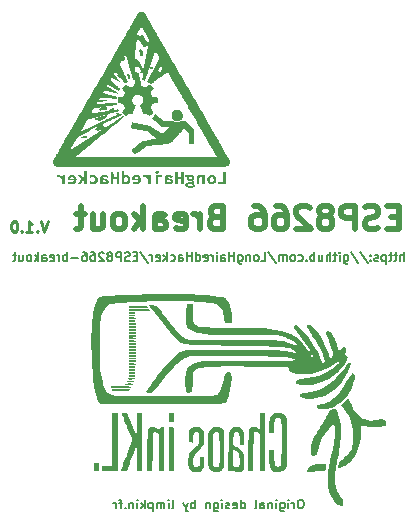
<source format=gbo>
G04 (created by PCBNEW (2013-may-18)-stable) date Fri 12 Dec 2014 10:12:50 AM CET*
%MOIN*%
G04 Gerber Fmt 3.4, Leading zero omitted, Abs format*
%FSLAX34Y34*%
G01*
G70*
G90*
G04 APERTURE LIST*
%ADD10C,0.00590551*%
%ADD11C,0.00885827*%
%ADD12C,0.00738189*%
%ADD13C,0.019685*%
%ADD14C,0.0001*%
G04 APERTURE END LIST*
G54D10*
G54D11*
X25124Y-30289D02*
X25006Y-30643D01*
X24888Y-30289D01*
X24769Y-30609D02*
X24753Y-30626D01*
X24769Y-30643D01*
X24786Y-30626D01*
X24769Y-30609D01*
X24769Y-30643D01*
X24415Y-30643D02*
X24618Y-30643D01*
X24516Y-30643D02*
X24516Y-30289D01*
X24550Y-30339D01*
X24584Y-30373D01*
X24618Y-30390D01*
X24263Y-30609D02*
X24246Y-30626D01*
X24263Y-30643D01*
X24280Y-30626D01*
X24263Y-30609D01*
X24263Y-30643D01*
X24027Y-30289D02*
X23993Y-30289D01*
X23960Y-30305D01*
X23943Y-30322D01*
X23926Y-30356D01*
X23909Y-30424D01*
X23909Y-30508D01*
X23926Y-30575D01*
X23943Y-30609D01*
X23960Y-30626D01*
X23993Y-30643D01*
X24027Y-30643D01*
X24061Y-30626D01*
X24078Y-30609D01*
X24095Y-30575D01*
X24111Y-30508D01*
X24111Y-30424D01*
X24095Y-30356D01*
X24078Y-30322D01*
X24061Y-30305D01*
X24027Y-30289D01*
G54D12*
X36996Y-31619D02*
X36996Y-31324D01*
X36869Y-31619D02*
X36869Y-31464D01*
X36883Y-31436D01*
X36911Y-31422D01*
X36953Y-31422D01*
X36982Y-31436D01*
X36996Y-31450D01*
X36771Y-31422D02*
X36658Y-31422D01*
X36728Y-31324D02*
X36728Y-31577D01*
X36714Y-31605D01*
X36686Y-31619D01*
X36658Y-31619D01*
X36602Y-31422D02*
X36489Y-31422D01*
X36560Y-31324D02*
X36560Y-31577D01*
X36546Y-31605D01*
X36517Y-31619D01*
X36489Y-31619D01*
X36391Y-31422D02*
X36391Y-31717D01*
X36391Y-31436D02*
X36363Y-31422D01*
X36307Y-31422D01*
X36278Y-31436D01*
X36264Y-31450D01*
X36250Y-31478D01*
X36250Y-31563D01*
X36264Y-31591D01*
X36278Y-31605D01*
X36307Y-31619D01*
X36363Y-31619D01*
X36391Y-31605D01*
X36138Y-31605D02*
X36110Y-31619D01*
X36053Y-31619D01*
X36025Y-31605D01*
X36011Y-31577D01*
X36011Y-31563D01*
X36025Y-31535D01*
X36053Y-31521D01*
X36096Y-31521D01*
X36124Y-31507D01*
X36138Y-31478D01*
X36138Y-31464D01*
X36124Y-31436D01*
X36096Y-31422D01*
X36053Y-31422D01*
X36025Y-31436D01*
X35885Y-31591D02*
X35871Y-31605D01*
X35885Y-31619D01*
X35899Y-31605D01*
X35885Y-31591D01*
X35885Y-31619D01*
X35885Y-31436D02*
X35871Y-31450D01*
X35885Y-31464D01*
X35899Y-31450D01*
X35885Y-31436D01*
X35885Y-31464D01*
X35533Y-31310D02*
X35786Y-31689D01*
X35224Y-31310D02*
X35477Y-31689D01*
X34999Y-31422D02*
X34999Y-31661D01*
X35013Y-31689D01*
X35027Y-31703D01*
X35055Y-31717D01*
X35097Y-31717D01*
X35125Y-31703D01*
X34999Y-31605D02*
X35027Y-31619D01*
X35083Y-31619D01*
X35111Y-31605D01*
X35125Y-31591D01*
X35140Y-31563D01*
X35140Y-31478D01*
X35125Y-31450D01*
X35111Y-31436D01*
X35083Y-31422D01*
X35027Y-31422D01*
X34999Y-31436D01*
X34858Y-31619D02*
X34858Y-31422D01*
X34858Y-31324D02*
X34872Y-31338D01*
X34858Y-31352D01*
X34844Y-31338D01*
X34858Y-31324D01*
X34858Y-31352D01*
X34760Y-31422D02*
X34647Y-31422D01*
X34718Y-31324D02*
X34718Y-31577D01*
X34704Y-31605D01*
X34676Y-31619D01*
X34647Y-31619D01*
X34549Y-31619D02*
X34549Y-31324D01*
X34422Y-31619D02*
X34422Y-31464D01*
X34437Y-31436D01*
X34465Y-31422D01*
X34507Y-31422D01*
X34535Y-31436D01*
X34549Y-31450D01*
X34155Y-31422D02*
X34155Y-31619D01*
X34282Y-31422D02*
X34282Y-31577D01*
X34268Y-31605D01*
X34240Y-31619D01*
X34197Y-31619D01*
X34169Y-31605D01*
X34155Y-31591D01*
X34015Y-31619D02*
X34015Y-31324D01*
X34015Y-31436D02*
X33987Y-31422D01*
X33930Y-31422D01*
X33902Y-31436D01*
X33888Y-31450D01*
X33874Y-31478D01*
X33874Y-31563D01*
X33888Y-31591D01*
X33902Y-31605D01*
X33930Y-31619D01*
X33987Y-31619D01*
X34015Y-31605D01*
X33748Y-31591D02*
X33733Y-31605D01*
X33748Y-31619D01*
X33762Y-31605D01*
X33748Y-31591D01*
X33748Y-31619D01*
X33480Y-31605D02*
X33508Y-31619D01*
X33565Y-31619D01*
X33593Y-31605D01*
X33607Y-31591D01*
X33621Y-31563D01*
X33621Y-31478D01*
X33607Y-31450D01*
X33593Y-31436D01*
X33565Y-31422D01*
X33508Y-31422D01*
X33480Y-31436D01*
X33312Y-31619D02*
X33340Y-31605D01*
X33354Y-31591D01*
X33368Y-31563D01*
X33368Y-31478D01*
X33354Y-31450D01*
X33340Y-31436D01*
X33312Y-31422D01*
X33269Y-31422D01*
X33241Y-31436D01*
X33227Y-31450D01*
X33213Y-31478D01*
X33213Y-31563D01*
X33227Y-31591D01*
X33241Y-31605D01*
X33269Y-31619D01*
X33312Y-31619D01*
X33087Y-31619D02*
X33087Y-31422D01*
X33087Y-31450D02*
X33073Y-31436D01*
X33044Y-31422D01*
X33002Y-31422D01*
X32974Y-31436D01*
X32960Y-31464D01*
X32960Y-31619D01*
X32960Y-31464D02*
X32946Y-31436D01*
X32918Y-31422D01*
X32876Y-31422D01*
X32848Y-31436D01*
X32834Y-31464D01*
X32834Y-31619D01*
X32482Y-31310D02*
X32735Y-31689D01*
X32243Y-31619D02*
X32384Y-31619D01*
X32384Y-31324D01*
X32102Y-31619D02*
X32131Y-31605D01*
X32145Y-31591D01*
X32159Y-31563D01*
X32159Y-31478D01*
X32145Y-31450D01*
X32131Y-31436D01*
X32102Y-31422D01*
X32060Y-31422D01*
X32032Y-31436D01*
X32018Y-31450D01*
X32004Y-31478D01*
X32004Y-31563D01*
X32018Y-31591D01*
X32032Y-31605D01*
X32060Y-31619D01*
X32102Y-31619D01*
X31877Y-31422D02*
X31877Y-31619D01*
X31877Y-31450D02*
X31863Y-31436D01*
X31835Y-31422D01*
X31793Y-31422D01*
X31765Y-31436D01*
X31751Y-31464D01*
X31751Y-31619D01*
X31484Y-31422D02*
X31484Y-31661D01*
X31498Y-31689D01*
X31512Y-31703D01*
X31540Y-31717D01*
X31582Y-31717D01*
X31610Y-31703D01*
X31484Y-31605D02*
X31512Y-31619D01*
X31568Y-31619D01*
X31596Y-31605D01*
X31610Y-31591D01*
X31624Y-31563D01*
X31624Y-31478D01*
X31610Y-31450D01*
X31596Y-31436D01*
X31568Y-31422D01*
X31512Y-31422D01*
X31484Y-31436D01*
X31343Y-31619D02*
X31343Y-31324D01*
X31343Y-31464D02*
X31174Y-31464D01*
X31174Y-31619D02*
X31174Y-31324D01*
X30907Y-31619D02*
X30907Y-31464D01*
X30921Y-31436D01*
X30949Y-31422D01*
X31006Y-31422D01*
X31034Y-31436D01*
X30907Y-31605D02*
X30935Y-31619D01*
X31006Y-31619D01*
X31034Y-31605D01*
X31048Y-31577D01*
X31048Y-31549D01*
X31034Y-31521D01*
X31006Y-31507D01*
X30935Y-31507D01*
X30907Y-31492D01*
X30767Y-31619D02*
X30767Y-31422D01*
X30767Y-31324D02*
X30781Y-31338D01*
X30767Y-31352D01*
X30753Y-31338D01*
X30767Y-31324D01*
X30767Y-31352D01*
X30626Y-31619D02*
X30626Y-31422D01*
X30626Y-31478D02*
X30612Y-31450D01*
X30598Y-31436D01*
X30570Y-31422D01*
X30542Y-31422D01*
X30331Y-31605D02*
X30359Y-31619D01*
X30415Y-31619D01*
X30443Y-31605D01*
X30457Y-31577D01*
X30457Y-31464D01*
X30443Y-31436D01*
X30415Y-31422D01*
X30359Y-31422D01*
X30331Y-31436D01*
X30317Y-31464D01*
X30317Y-31492D01*
X30457Y-31521D01*
X30064Y-31619D02*
X30064Y-31324D01*
X30064Y-31605D02*
X30092Y-31619D01*
X30148Y-31619D01*
X30176Y-31605D01*
X30190Y-31591D01*
X30204Y-31563D01*
X30204Y-31478D01*
X30190Y-31450D01*
X30176Y-31436D01*
X30148Y-31422D01*
X30092Y-31422D01*
X30064Y-31436D01*
X29923Y-31619D02*
X29923Y-31324D01*
X29923Y-31464D02*
X29754Y-31464D01*
X29754Y-31619D02*
X29754Y-31324D01*
X29487Y-31619D02*
X29487Y-31464D01*
X29501Y-31436D01*
X29529Y-31422D01*
X29586Y-31422D01*
X29614Y-31436D01*
X29487Y-31605D02*
X29515Y-31619D01*
X29586Y-31619D01*
X29614Y-31605D01*
X29628Y-31577D01*
X29628Y-31549D01*
X29614Y-31521D01*
X29586Y-31507D01*
X29515Y-31507D01*
X29487Y-31492D01*
X29220Y-31605D02*
X29248Y-31619D01*
X29304Y-31619D01*
X29332Y-31605D01*
X29347Y-31591D01*
X29361Y-31563D01*
X29361Y-31478D01*
X29347Y-31450D01*
X29332Y-31436D01*
X29304Y-31422D01*
X29248Y-31422D01*
X29220Y-31436D01*
X29093Y-31619D02*
X29093Y-31324D01*
X29065Y-31507D02*
X28981Y-31619D01*
X28981Y-31422D02*
X29093Y-31535D01*
X28742Y-31605D02*
X28770Y-31619D01*
X28826Y-31619D01*
X28854Y-31605D01*
X28868Y-31577D01*
X28868Y-31464D01*
X28854Y-31436D01*
X28826Y-31422D01*
X28770Y-31422D01*
X28742Y-31436D01*
X28728Y-31464D01*
X28728Y-31492D01*
X28868Y-31521D01*
X28601Y-31619D02*
X28601Y-31422D01*
X28601Y-31478D02*
X28587Y-31450D01*
X28573Y-31436D01*
X28545Y-31422D01*
X28517Y-31422D01*
X28208Y-31310D02*
X28461Y-31689D01*
X28109Y-31464D02*
X28011Y-31464D01*
X27969Y-31619D02*
X28109Y-31619D01*
X28109Y-31324D01*
X27969Y-31324D01*
X27856Y-31605D02*
X27814Y-31619D01*
X27744Y-31619D01*
X27715Y-31605D01*
X27701Y-31591D01*
X27687Y-31563D01*
X27687Y-31535D01*
X27701Y-31507D01*
X27715Y-31492D01*
X27744Y-31478D01*
X27800Y-31464D01*
X27828Y-31450D01*
X27842Y-31436D01*
X27856Y-31408D01*
X27856Y-31380D01*
X27842Y-31352D01*
X27828Y-31338D01*
X27800Y-31324D01*
X27730Y-31324D01*
X27687Y-31338D01*
X27561Y-31619D02*
X27561Y-31324D01*
X27448Y-31324D01*
X27420Y-31338D01*
X27406Y-31352D01*
X27392Y-31380D01*
X27392Y-31422D01*
X27406Y-31450D01*
X27420Y-31464D01*
X27448Y-31478D01*
X27561Y-31478D01*
X27223Y-31450D02*
X27251Y-31436D01*
X27266Y-31422D01*
X27280Y-31394D01*
X27280Y-31380D01*
X27266Y-31352D01*
X27251Y-31338D01*
X27223Y-31324D01*
X27167Y-31324D01*
X27139Y-31338D01*
X27125Y-31352D01*
X27111Y-31380D01*
X27111Y-31394D01*
X27125Y-31422D01*
X27139Y-31436D01*
X27167Y-31450D01*
X27223Y-31450D01*
X27251Y-31464D01*
X27266Y-31478D01*
X27280Y-31507D01*
X27280Y-31563D01*
X27266Y-31591D01*
X27251Y-31605D01*
X27223Y-31619D01*
X27167Y-31619D01*
X27139Y-31605D01*
X27125Y-31591D01*
X27111Y-31563D01*
X27111Y-31507D01*
X27125Y-31478D01*
X27139Y-31464D01*
X27167Y-31450D01*
X26998Y-31352D02*
X26984Y-31338D01*
X26956Y-31324D01*
X26886Y-31324D01*
X26858Y-31338D01*
X26844Y-31352D01*
X26830Y-31380D01*
X26830Y-31408D01*
X26844Y-31450D01*
X27012Y-31619D01*
X26830Y-31619D01*
X26577Y-31324D02*
X26633Y-31324D01*
X26661Y-31338D01*
X26675Y-31352D01*
X26703Y-31394D01*
X26717Y-31450D01*
X26717Y-31563D01*
X26703Y-31591D01*
X26689Y-31605D01*
X26661Y-31619D01*
X26605Y-31619D01*
X26577Y-31605D01*
X26562Y-31591D01*
X26548Y-31563D01*
X26548Y-31492D01*
X26562Y-31464D01*
X26577Y-31450D01*
X26605Y-31436D01*
X26661Y-31436D01*
X26689Y-31450D01*
X26703Y-31464D01*
X26717Y-31492D01*
X26295Y-31324D02*
X26352Y-31324D01*
X26380Y-31338D01*
X26394Y-31352D01*
X26422Y-31394D01*
X26436Y-31450D01*
X26436Y-31563D01*
X26422Y-31591D01*
X26408Y-31605D01*
X26380Y-31619D01*
X26323Y-31619D01*
X26295Y-31605D01*
X26281Y-31591D01*
X26267Y-31563D01*
X26267Y-31492D01*
X26281Y-31464D01*
X26295Y-31450D01*
X26323Y-31436D01*
X26380Y-31436D01*
X26408Y-31450D01*
X26422Y-31464D01*
X26436Y-31492D01*
X26141Y-31507D02*
X25916Y-31507D01*
X25775Y-31619D02*
X25775Y-31324D01*
X25775Y-31436D02*
X25747Y-31422D01*
X25691Y-31422D01*
X25663Y-31436D01*
X25649Y-31450D01*
X25634Y-31478D01*
X25634Y-31563D01*
X25649Y-31591D01*
X25663Y-31605D01*
X25691Y-31619D01*
X25747Y-31619D01*
X25775Y-31605D01*
X25508Y-31619D02*
X25508Y-31422D01*
X25508Y-31478D02*
X25494Y-31450D01*
X25480Y-31436D01*
X25452Y-31422D01*
X25424Y-31422D01*
X25213Y-31605D02*
X25241Y-31619D01*
X25297Y-31619D01*
X25325Y-31605D01*
X25339Y-31577D01*
X25339Y-31464D01*
X25325Y-31436D01*
X25297Y-31422D01*
X25241Y-31422D01*
X25213Y-31436D01*
X25199Y-31464D01*
X25199Y-31492D01*
X25339Y-31521D01*
X24946Y-31619D02*
X24946Y-31464D01*
X24960Y-31436D01*
X24988Y-31422D01*
X25044Y-31422D01*
X25072Y-31436D01*
X24946Y-31605D02*
X24974Y-31619D01*
X25044Y-31619D01*
X25072Y-31605D01*
X25086Y-31577D01*
X25086Y-31549D01*
X25072Y-31521D01*
X25044Y-31507D01*
X24974Y-31507D01*
X24946Y-31492D01*
X24805Y-31619D02*
X24805Y-31324D01*
X24777Y-31507D02*
X24692Y-31619D01*
X24692Y-31422D02*
X24805Y-31535D01*
X24524Y-31619D02*
X24552Y-31605D01*
X24566Y-31591D01*
X24580Y-31563D01*
X24580Y-31478D01*
X24566Y-31450D01*
X24552Y-31436D01*
X24524Y-31422D01*
X24482Y-31422D01*
X24453Y-31436D01*
X24439Y-31450D01*
X24425Y-31478D01*
X24425Y-31563D01*
X24439Y-31591D01*
X24453Y-31605D01*
X24482Y-31619D01*
X24524Y-31619D01*
X24172Y-31422D02*
X24172Y-31619D01*
X24299Y-31422D02*
X24299Y-31577D01*
X24285Y-31605D01*
X24257Y-31619D01*
X24214Y-31619D01*
X24186Y-31605D01*
X24172Y-31591D01*
X24074Y-31422D02*
X23961Y-31422D01*
X24032Y-31324D02*
X24032Y-31577D01*
X24017Y-31605D01*
X23989Y-31619D01*
X23961Y-31619D01*
X33586Y-39574D02*
X33530Y-39574D01*
X33501Y-39588D01*
X33473Y-39616D01*
X33459Y-39672D01*
X33459Y-39771D01*
X33473Y-39827D01*
X33501Y-39855D01*
X33530Y-39869D01*
X33586Y-39869D01*
X33614Y-39855D01*
X33642Y-39827D01*
X33656Y-39771D01*
X33656Y-39672D01*
X33642Y-39616D01*
X33614Y-39588D01*
X33586Y-39574D01*
X33333Y-39869D02*
X33333Y-39672D01*
X33333Y-39728D02*
X33319Y-39700D01*
X33305Y-39686D01*
X33276Y-39672D01*
X33248Y-39672D01*
X33150Y-39869D02*
X33150Y-39672D01*
X33150Y-39574D02*
X33164Y-39588D01*
X33150Y-39602D01*
X33136Y-39588D01*
X33150Y-39574D01*
X33150Y-39602D01*
X32883Y-39672D02*
X32883Y-39911D01*
X32897Y-39939D01*
X32911Y-39953D01*
X32939Y-39967D01*
X32981Y-39967D01*
X33009Y-39953D01*
X32883Y-39855D02*
X32911Y-39869D01*
X32967Y-39869D01*
X32995Y-39855D01*
X33009Y-39841D01*
X33023Y-39813D01*
X33023Y-39728D01*
X33009Y-39700D01*
X32995Y-39686D01*
X32967Y-39672D01*
X32911Y-39672D01*
X32883Y-39686D01*
X32742Y-39869D02*
X32742Y-39672D01*
X32742Y-39574D02*
X32756Y-39588D01*
X32742Y-39602D01*
X32728Y-39588D01*
X32742Y-39574D01*
X32742Y-39602D01*
X32602Y-39672D02*
X32602Y-39869D01*
X32602Y-39700D02*
X32588Y-39686D01*
X32559Y-39672D01*
X32517Y-39672D01*
X32489Y-39686D01*
X32475Y-39714D01*
X32475Y-39869D01*
X32208Y-39869D02*
X32208Y-39714D01*
X32222Y-39686D01*
X32250Y-39672D01*
X32306Y-39672D01*
X32334Y-39686D01*
X32208Y-39855D02*
X32236Y-39869D01*
X32306Y-39869D01*
X32334Y-39855D01*
X32348Y-39827D01*
X32348Y-39799D01*
X32334Y-39771D01*
X32306Y-39757D01*
X32236Y-39757D01*
X32208Y-39742D01*
X32025Y-39869D02*
X32053Y-39855D01*
X32067Y-39827D01*
X32067Y-39574D01*
X31561Y-39869D02*
X31561Y-39574D01*
X31561Y-39855D02*
X31589Y-39869D01*
X31645Y-39869D01*
X31674Y-39855D01*
X31688Y-39841D01*
X31702Y-39813D01*
X31702Y-39728D01*
X31688Y-39700D01*
X31674Y-39686D01*
X31645Y-39672D01*
X31589Y-39672D01*
X31561Y-39686D01*
X31308Y-39855D02*
X31336Y-39869D01*
X31392Y-39869D01*
X31420Y-39855D01*
X31435Y-39827D01*
X31435Y-39714D01*
X31420Y-39686D01*
X31392Y-39672D01*
X31336Y-39672D01*
X31308Y-39686D01*
X31294Y-39714D01*
X31294Y-39742D01*
X31435Y-39771D01*
X31181Y-39855D02*
X31153Y-39869D01*
X31097Y-39869D01*
X31069Y-39855D01*
X31055Y-39827D01*
X31055Y-39813D01*
X31069Y-39785D01*
X31097Y-39771D01*
X31139Y-39771D01*
X31167Y-39757D01*
X31181Y-39728D01*
X31181Y-39714D01*
X31167Y-39686D01*
X31139Y-39672D01*
X31097Y-39672D01*
X31069Y-39686D01*
X30928Y-39869D02*
X30928Y-39672D01*
X30928Y-39574D02*
X30942Y-39588D01*
X30928Y-39602D01*
X30914Y-39588D01*
X30928Y-39574D01*
X30928Y-39602D01*
X30661Y-39672D02*
X30661Y-39911D01*
X30675Y-39939D01*
X30689Y-39953D01*
X30717Y-39967D01*
X30760Y-39967D01*
X30788Y-39953D01*
X30661Y-39855D02*
X30689Y-39869D01*
X30746Y-39869D01*
X30774Y-39855D01*
X30788Y-39841D01*
X30802Y-39813D01*
X30802Y-39728D01*
X30788Y-39700D01*
X30774Y-39686D01*
X30746Y-39672D01*
X30689Y-39672D01*
X30661Y-39686D01*
X30521Y-39672D02*
X30521Y-39869D01*
X30521Y-39700D02*
X30507Y-39686D01*
X30478Y-39672D01*
X30436Y-39672D01*
X30408Y-39686D01*
X30394Y-39714D01*
X30394Y-39869D01*
X30028Y-39869D02*
X30028Y-39574D01*
X30028Y-39686D02*
X30000Y-39672D01*
X29944Y-39672D01*
X29916Y-39686D01*
X29902Y-39700D01*
X29888Y-39728D01*
X29888Y-39813D01*
X29902Y-39841D01*
X29916Y-39855D01*
X29944Y-39869D01*
X30000Y-39869D01*
X30028Y-39855D01*
X29789Y-39672D02*
X29719Y-39869D01*
X29649Y-39672D02*
X29719Y-39869D01*
X29747Y-39939D01*
X29761Y-39953D01*
X29789Y-39967D01*
X29269Y-39869D02*
X29297Y-39855D01*
X29311Y-39827D01*
X29311Y-39574D01*
X29157Y-39869D02*
X29157Y-39672D01*
X29157Y-39574D02*
X29171Y-39588D01*
X29157Y-39602D01*
X29143Y-39588D01*
X29157Y-39574D01*
X29157Y-39602D01*
X29016Y-39869D02*
X29016Y-39672D01*
X29016Y-39700D02*
X29002Y-39686D01*
X28974Y-39672D01*
X28932Y-39672D01*
X28904Y-39686D01*
X28890Y-39714D01*
X28890Y-39869D01*
X28890Y-39714D02*
X28875Y-39686D01*
X28847Y-39672D01*
X28805Y-39672D01*
X28777Y-39686D01*
X28763Y-39714D01*
X28763Y-39869D01*
X28622Y-39672D02*
X28622Y-39967D01*
X28622Y-39686D02*
X28594Y-39672D01*
X28538Y-39672D01*
X28510Y-39686D01*
X28496Y-39700D01*
X28482Y-39728D01*
X28482Y-39813D01*
X28496Y-39841D01*
X28510Y-39855D01*
X28538Y-39869D01*
X28594Y-39869D01*
X28622Y-39855D01*
X28355Y-39869D02*
X28355Y-39574D01*
X28327Y-39757D02*
X28243Y-39869D01*
X28243Y-39672D02*
X28355Y-39785D01*
X28116Y-39869D02*
X28116Y-39672D01*
X28116Y-39574D02*
X28130Y-39588D01*
X28116Y-39602D01*
X28102Y-39588D01*
X28116Y-39574D01*
X28116Y-39602D01*
X27976Y-39672D02*
X27976Y-39869D01*
X27976Y-39700D02*
X27962Y-39686D01*
X27933Y-39672D01*
X27891Y-39672D01*
X27863Y-39686D01*
X27849Y-39714D01*
X27849Y-39869D01*
X27708Y-39841D02*
X27694Y-39855D01*
X27708Y-39869D01*
X27723Y-39855D01*
X27708Y-39841D01*
X27708Y-39869D01*
X27610Y-39672D02*
X27498Y-39672D01*
X27568Y-39869D02*
X27568Y-39616D01*
X27554Y-39588D01*
X27526Y-39574D01*
X27498Y-39574D01*
X27399Y-39869D02*
X27399Y-39672D01*
X27399Y-39728D02*
X27385Y-39700D01*
X27371Y-39686D01*
X27343Y-39672D01*
X27315Y-39672D01*
G54D13*
X36824Y-30156D02*
X36561Y-30156D01*
X36449Y-30568D02*
X36824Y-30568D01*
X36824Y-29781D01*
X36449Y-29781D01*
X36149Y-30531D02*
X36036Y-30568D01*
X35849Y-30568D01*
X35774Y-30531D01*
X35736Y-30493D01*
X35699Y-30418D01*
X35699Y-30343D01*
X35736Y-30268D01*
X35774Y-30231D01*
X35849Y-30193D01*
X35999Y-30156D01*
X36074Y-30118D01*
X36111Y-30081D01*
X36149Y-30006D01*
X36149Y-29931D01*
X36111Y-29856D01*
X36074Y-29818D01*
X35999Y-29781D01*
X35811Y-29781D01*
X35699Y-29818D01*
X35362Y-30568D02*
X35362Y-29781D01*
X35062Y-29781D01*
X34987Y-29818D01*
X34949Y-29856D01*
X34912Y-29931D01*
X34912Y-30043D01*
X34949Y-30118D01*
X34987Y-30156D01*
X35062Y-30193D01*
X35362Y-30193D01*
X34462Y-30118D02*
X34537Y-30081D01*
X34574Y-30043D01*
X34612Y-29968D01*
X34612Y-29931D01*
X34574Y-29856D01*
X34537Y-29818D01*
X34462Y-29781D01*
X34312Y-29781D01*
X34237Y-29818D01*
X34199Y-29856D01*
X34162Y-29931D01*
X34162Y-29968D01*
X34199Y-30043D01*
X34237Y-30081D01*
X34312Y-30118D01*
X34462Y-30118D01*
X34537Y-30156D01*
X34574Y-30193D01*
X34612Y-30268D01*
X34612Y-30418D01*
X34574Y-30493D01*
X34537Y-30531D01*
X34462Y-30568D01*
X34312Y-30568D01*
X34237Y-30531D01*
X34199Y-30493D01*
X34162Y-30418D01*
X34162Y-30268D01*
X34199Y-30193D01*
X34237Y-30156D01*
X34312Y-30118D01*
X33862Y-29856D02*
X33824Y-29818D01*
X33749Y-29781D01*
X33562Y-29781D01*
X33487Y-29818D01*
X33449Y-29856D01*
X33412Y-29931D01*
X33412Y-30006D01*
X33449Y-30118D01*
X33899Y-30568D01*
X33412Y-30568D01*
X32737Y-29781D02*
X32887Y-29781D01*
X32962Y-29818D01*
X32999Y-29856D01*
X33074Y-29968D01*
X33112Y-30118D01*
X33112Y-30418D01*
X33074Y-30493D01*
X33037Y-30531D01*
X32962Y-30568D01*
X32812Y-30568D01*
X32737Y-30531D01*
X32699Y-30493D01*
X32662Y-30418D01*
X32662Y-30231D01*
X32699Y-30156D01*
X32737Y-30118D01*
X32812Y-30081D01*
X32962Y-30081D01*
X33037Y-30118D01*
X33074Y-30156D01*
X33112Y-30231D01*
X31987Y-29781D02*
X32137Y-29781D01*
X32212Y-29818D01*
X32249Y-29856D01*
X32324Y-29968D01*
X32362Y-30118D01*
X32362Y-30418D01*
X32324Y-30493D01*
X32287Y-30531D01*
X32212Y-30568D01*
X32062Y-30568D01*
X31987Y-30531D01*
X31949Y-30493D01*
X31912Y-30418D01*
X31912Y-30231D01*
X31949Y-30156D01*
X31987Y-30118D01*
X32062Y-30081D01*
X32212Y-30081D01*
X32287Y-30118D01*
X32324Y-30156D01*
X32362Y-30231D01*
X30712Y-30156D02*
X30600Y-30193D01*
X30562Y-30231D01*
X30525Y-30306D01*
X30525Y-30418D01*
X30562Y-30493D01*
X30600Y-30531D01*
X30675Y-30568D01*
X30975Y-30568D01*
X30975Y-29781D01*
X30712Y-29781D01*
X30637Y-29818D01*
X30600Y-29856D01*
X30562Y-29931D01*
X30562Y-30006D01*
X30600Y-30081D01*
X30637Y-30118D01*
X30712Y-30156D01*
X30975Y-30156D01*
X30187Y-30568D02*
X30187Y-30043D01*
X30187Y-30193D02*
X30150Y-30118D01*
X30112Y-30081D01*
X30037Y-30043D01*
X29962Y-30043D01*
X29400Y-30531D02*
X29475Y-30568D01*
X29625Y-30568D01*
X29700Y-30531D01*
X29737Y-30456D01*
X29737Y-30156D01*
X29700Y-30081D01*
X29625Y-30043D01*
X29475Y-30043D01*
X29400Y-30081D01*
X29362Y-30156D01*
X29362Y-30231D01*
X29737Y-30306D01*
X28687Y-30568D02*
X28687Y-30156D01*
X28725Y-30081D01*
X28800Y-30043D01*
X28950Y-30043D01*
X29025Y-30081D01*
X28687Y-30531D02*
X28762Y-30568D01*
X28950Y-30568D01*
X29025Y-30531D01*
X29062Y-30456D01*
X29062Y-30381D01*
X29025Y-30306D01*
X28950Y-30268D01*
X28762Y-30268D01*
X28687Y-30231D01*
X28312Y-30568D02*
X28312Y-29781D01*
X28237Y-30268D02*
X28012Y-30568D01*
X28012Y-30043D02*
X28312Y-30343D01*
X27562Y-30568D02*
X27637Y-30531D01*
X27675Y-30493D01*
X27712Y-30418D01*
X27712Y-30193D01*
X27675Y-30118D01*
X27637Y-30081D01*
X27562Y-30043D01*
X27450Y-30043D01*
X27375Y-30081D01*
X27338Y-30118D01*
X27300Y-30193D01*
X27300Y-30418D01*
X27338Y-30493D01*
X27375Y-30531D01*
X27450Y-30568D01*
X27562Y-30568D01*
X26625Y-30043D02*
X26625Y-30568D01*
X26963Y-30043D02*
X26963Y-30456D01*
X26925Y-30531D01*
X26850Y-30568D01*
X26738Y-30568D01*
X26663Y-30531D01*
X26625Y-30493D01*
X26363Y-30043D02*
X26063Y-30043D01*
X26250Y-29781D02*
X26250Y-30456D01*
X26213Y-30531D01*
X26138Y-30568D01*
X26063Y-30568D01*
G54D14*
G36*
X33903Y-37940D02*
X33905Y-37996D01*
X33909Y-38044D01*
X33914Y-38076D01*
X33916Y-38081D01*
X33924Y-38099D01*
X33935Y-38107D01*
X33953Y-38110D01*
X33986Y-38108D01*
X33998Y-38107D01*
X34037Y-38102D01*
X34070Y-38097D01*
X34085Y-38093D01*
X34094Y-38089D01*
X34101Y-38081D01*
X34106Y-38067D01*
X34112Y-38042D01*
X34117Y-38003D01*
X34125Y-37946D01*
X34125Y-37943D01*
X34153Y-37810D01*
X34202Y-37672D01*
X34271Y-37530D01*
X34331Y-37431D01*
X34361Y-37387D01*
X34399Y-37335D01*
X34441Y-37278D01*
X34486Y-37221D01*
X34528Y-37167D01*
X34567Y-37121D01*
X34597Y-37086D01*
X34611Y-37072D01*
X34639Y-37046D01*
X34673Y-37099D01*
X34691Y-37132D01*
X34703Y-37161D01*
X34705Y-37174D01*
X34705Y-37191D01*
X34704Y-37227D01*
X34701Y-37277D01*
X34698Y-37337D01*
X34695Y-37399D01*
X34692Y-37463D01*
X34687Y-37522D01*
X34682Y-37578D01*
X34675Y-37633D01*
X34666Y-37693D01*
X34654Y-37758D01*
X34639Y-37834D01*
X34620Y-37921D01*
X34597Y-38025D01*
X34575Y-38121D01*
X34547Y-38244D01*
X34524Y-38349D01*
X34505Y-38439D01*
X34490Y-38517D01*
X34480Y-38586D01*
X34471Y-38649D01*
X34466Y-38710D01*
X34463Y-38771D01*
X34461Y-38835D01*
X34461Y-38887D01*
X34462Y-38996D01*
X34467Y-39087D01*
X34477Y-39168D01*
X34492Y-39243D01*
X34512Y-39316D01*
X34531Y-39370D01*
X34570Y-39457D01*
X34622Y-39542D01*
X34683Y-39620D01*
X34749Y-39688D01*
X34817Y-39741D01*
X34851Y-39760D01*
X34897Y-39779D01*
X34928Y-39783D01*
X34949Y-39772D01*
X34958Y-39757D01*
X34964Y-39732D01*
X34970Y-39694D01*
X34974Y-39661D01*
X34981Y-39593D01*
X34925Y-39527D01*
X34869Y-39452D01*
X34821Y-39367D01*
X34780Y-39272D01*
X34745Y-39161D01*
X34715Y-39033D01*
X34712Y-39021D01*
X34704Y-38980D01*
X34699Y-38943D01*
X34695Y-38907D01*
X34693Y-38870D01*
X34693Y-38830D01*
X34697Y-38784D01*
X34703Y-38730D01*
X34712Y-38666D01*
X34725Y-38589D01*
X34741Y-38496D01*
X34761Y-38386D01*
X34777Y-38301D01*
X34800Y-38173D01*
X34820Y-38063D01*
X34836Y-37969D01*
X34850Y-37887D01*
X34861Y-37815D01*
X34870Y-37750D01*
X34878Y-37689D01*
X34885Y-37629D01*
X34891Y-37567D01*
X34893Y-37546D01*
X34899Y-37455D01*
X34901Y-37353D01*
X34899Y-37247D01*
X34894Y-37145D01*
X34886Y-37052D01*
X34876Y-36983D01*
X34861Y-36913D01*
X34840Y-36833D01*
X34816Y-36752D01*
X34791Y-36677D01*
X34767Y-36616D01*
X34741Y-36559D01*
X34661Y-36564D01*
X34600Y-36569D01*
X34557Y-36577D01*
X34527Y-36589D01*
X34506Y-36610D01*
X34487Y-36641D01*
X34470Y-36682D01*
X34453Y-36726D01*
X34435Y-36768D01*
X34415Y-36809D01*
X34393Y-36853D01*
X34366Y-36902D01*
X34334Y-36957D01*
X34295Y-37021D01*
X34248Y-37098D01*
X34192Y-37189D01*
X34143Y-37266D01*
X34096Y-37344D01*
X34051Y-37425D01*
X34009Y-37504D01*
X33972Y-37580D01*
X33943Y-37647D01*
X33923Y-37702D01*
X33916Y-37727D01*
X33910Y-37767D01*
X33906Y-37820D01*
X33904Y-37879D01*
X33903Y-37940D01*
X33903Y-37940D01*
X33903Y-37940D01*
G37*
G36*
X32506Y-37344D02*
X32594Y-37344D01*
X32681Y-37344D01*
X32681Y-37148D01*
X32682Y-37062D01*
X32684Y-36995D01*
X32690Y-36945D01*
X32699Y-36909D01*
X32713Y-36885D01*
X32733Y-36871D01*
X32760Y-36864D01*
X32794Y-36862D01*
X32802Y-36862D01*
X32853Y-36870D01*
X32890Y-36894D01*
X32912Y-36934D01*
X32917Y-36951D01*
X32917Y-36969D01*
X32918Y-37006D01*
X32919Y-37061D01*
X32920Y-37132D01*
X32920Y-37217D01*
X32920Y-37315D01*
X32921Y-37422D01*
X32920Y-37538D01*
X32920Y-37660D01*
X32920Y-37698D01*
X32917Y-38407D01*
X32881Y-38439D01*
X32838Y-38465D01*
X32790Y-38473D01*
X32744Y-38462D01*
X32718Y-38445D01*
X32687Y-38418D01*
X32681Y-38168D01*
X32676Y-37919D01*
X32594Y-37919D01*
X32512Y-37919D01*
X32513Y-38165D01*
X32513Y-38263D01*
X32516Y-38343D01*
X32520Y-38407D01*
X32527Y-38457D01*
X32538Y-38496D01*
X32552Y-38529D01*
X32570Y-38557D01*
X32594Y-38582D01*
X32599Y-38588D01*
X32641Y-38621D01*
X32684Y-38641D01*
X32703Y-38645D01*
X32797Y-38656D01*
X32884Y-38647D01*
X32917Y-38637D01*
X32979Y-38611D01*
X33024Y-38577D01*
X33059Y-38531D01*
X33072Y-38506D01*
X33103Y-38444D01*
X33103Y-37667D01*
X33103Y-36890D01*
X33076Y-36832D01*
X33037Y-36768D01*
X32984Y-36720D01*
X32917Y-36689D01*
X32835Y-36674D01*
X32791Y-36673D01*
X32710Y-36682D01*
X32642Y-36709D01*
X32588Y-36754D01*
X32548Y-36811D01*
X32532Y-36857D01*
X32520Y-36925D01*
X32511Y-37013D01*
X32507Y-37121D01*
X32506Y-37188D01*
X32506Y-37344D01*
X32506Y-37344D01*
X32506Y-37344D01*
G37*
G36*
X31145Y-38635D02*
X31217Y-38635D01*
X31261Y-38634D01*
X31287Y-38627D01*
X31300Y-38613D01*
X31304Y-38588D01*
X31304Y-38582D01*
X31307Y-38573D01*
X31314Y-38577D01*
X31314Y-38429D01*
X31314Y-38160D01*
X31314Y-37892D01*
X31345Y-37905D01*
X31410Y-37940D01*
X31462Y-37985D01*
X31489Y-38023D01*
X31500Y-38043D01*
X31507Y-38063D01*
X31512Y-38088D01*
X31515Y-38121D01*
X31518Y-38166D01*
X31519Y-38228D01*
X31520Y-38239D01*
X31521Y-38316D01*
X31519Y-38374D01*
X31515Y-38416D01*
X31506Y-38446D01*
X31496Y-38465D01*
X31479Y-38478D01*
X31475Y-38480D01*
X31427Y-38493D01*
X31382Y-38485D01*
X31347Y-38461D01*
X31314Y-38429D01*
X31314Y-38577D01*
X31320Y-38579D01*
X31344Y-38600D01*
X31346Y-38603D01*
X31399Y-38640D01*
X31458Y-38656D01*
X31522Y-38651D01*
X31560Y-38641D01*
X31612Y-38611D01*
X31652Y-38566D01*
X31675Y-38514D01*
X31680Y-38482D01*
X31683Y-38432D01*
X31684Y-38364D01*
X31684Y-38284D01*
X31684Y-38275D01*
X31682Y-38206D01*
X31681Y-38154D01*
X31678Y-38116D01*
X31674Y-38087D01*
X31668Y-38064D01*
X31660Y-38042D01*
X31648Y-38017D01*
X31644Y-38009D01*
X31614Y-37957D01*
X31578Y-37913D01*
X31532Y-37874D01*
X31473Y-37836D01*
X31415Y-37805D01*
X31313Y-37754D01*
X31317Y-37560D01*
X31318Y-37490D01*
X31320Y-37439D01*
X31322Y-37403D01*
X31325Y-37378D01*
X31330Y-37361D01*
X31337Y-37350D01*
X31343Y-37343D01*
X31369Y-37327D01*
X31407Y-37320D01*
X31416Y-37320D01*
X31450Y-37322D01*
X31474Y-37326D01*
X31479Y-37328D01*
X31495Y-37344D01*
X31506Y-37371D01*
X31514Y-37411D01*
X31519Y-37468D01*
X31521Y-37542D01*
X31521Y-37579D01*
X31521Y-37749D01*
X31593Y-37749D01*
X31665Y-37749D01*
X31661Y-37533D01*
X31660Y-37458D01*
X31659Y-37401D01*
X31656Y-37359D01*
X31653Y-37328D01*
X31648Y-37305D01*
X31642Y-37285D01*
X31633Y-37266D01*
X31632Y-37264D01*
X31602Y-37218D01*
X31558Y-37184D01*
X31556Y-37182D01*
X31527Y-37167D01*
X31500Y-37158D01*
X31469Y-37154D01*
X31424Y-37152D01*
X31413Y-37152D01*
X31364Y-37153D01*
X31330Y-37157D01*
X31303Y-37165D01*
X31275Y-37179D01*
X31269Y-37183D01*
X31233Y-37208D01*
X31206Y-37240D01*
X31187Y-37275D01*
X31156Y-37339D01*
X31153Y-37743D01*
X31152Y-37849D01*
X31152Y-37959D01*
X31151Y-38070D01*
X31150Y-38175D01*
X31149Y-38271D01*
X31148Y-38353D01*
X31148Y-38392D01*
X31145Y-38635D01*
X31145Y-38635D01*
X31145Y-38635D01*
G37*
G36*
X30472Y-37911D02*
X30472Y-38040D01*
X30472Y-38149D01*
X30473Y-38240D01*
X30475Y-38315D01*
X30477Y-38376D01*
X30481Y-38425D01*
X30486Y-38463D01*
X30493Y-38494D01*
X30501Y-38518D01*
X30511Y-38539D01*
X30524Y-38557D01*
X30539Y-38575D01*
X30545Y-38581D01*
X30593Y-38620D01*
X30636Y-38637D01*
X30636Y-37910D01*
X30636Y-37778D01*
X30637Y-37663D01*
X30638Y-37567D01*
X30640Y-37489D01*
X30642Y-37431D01*
X30645Y-37394D01*
X30647Y-37380D01*
X30669Y-37348D01*
X30703Y-37328D01*
X30745Y-37322D01*
X30787Y-37330D01*
X30819Y-37348D01*
X30849Y-37375D01*
X30853Y-37871D01*
X30853Y-37974D01*
X30853Y-38072D01*
X30853Y-38162D01*
X30853Y-38241D01*
X30852Y-38307D01*
X30851Y-38358D01*
X30850Y-38391D01*
X30849Y-38403D01*
X30833Y-38446D01*
X30804Y-38472D01*
X30760Y-38482D01*
X30752Y-38482D01*
X30718Y-38481D01*
X30691Y-38477D01*
X30686Y-38475D01*
X30674Y-38470D01*
X30665Y-38463D01*
X30657Y-38452D01*
X30651Y-38435D01*
X30646Y-38410D01*
X30642Y-38376D01*
X30640Y-38330D01*
X30638Y-38272D01*
X30637Y-38198D01*
X30636Y-38107D01*
X30636Y-37998D01*
X30636Y-37910D01*
X30636Y-38637D01*
X30656Y-38645D01*
X30727Y-38656D01*
X30804Y-38653D01*
X30848Y-38644D01*
X30895Y-38622D01*
X30939Y-38584D01*
X30976Y-38536D01*
X30998Y-38487D01*
X31001Y-38471D01*
X31004Y-38448D01*
X31007Y-38416D01*
X31009Y-38375D01*
X31011Y-38321D01*
X31012Y-38255D01*
X31013Y-38172D01*
X31013Y-38072D01*
X31013Y-37953D01*
X31013Y-37891D01*
X31013Y-37768D01*
X31013Y-37666D01*
X31013Y-37580D01*
X31013Y-37512D01*
X31012Y-37457D01*
X31010Y-37414D01*
X31009Y-37381D01*
X31006Y-37356D01*
X31003Y-37337D01*
X30999Y-37322D01*
X30995Y-37310D01*
X30990Y-37297D01*
X30988Y-37295D01*
X30956Y-37237D01*
X30918Y-37197D01*
X30871Y-37170D01*
X30811Y-37157D01*
X30745Y-37153D01*
X30694Y-37154D01*
X30657Y-37158D01*
X30628Y-37167D01*
X30606Y-37177D01*
X30553Y-37217D01*
X30512Y-37272D01*
X30486Y-37335D01*
X30483Y-37345D01*
X30480Y-37371D01*
X30478Y-37417D01*
X30476Y-37483D01*
X30474Y-37568D01*
X30473Y-37670D01*
X30472Y-37789D01*
X30472Y-37911D01*
X30472Y-37911D01*
X30472Y-37911D01*
G37*
G36*
X29816Y-38405D02*
X29817Y-38442D01*
X29819Y-38470D01*
X29824Y-38491D01*
X29831Y-38510D01*
X29842Y-38531D01*
X29844Y-38537D01*
X29868Y-38576D01*
X29894Y-38603D01*
X29928Y-38623D01*
X29981Y-38642D01*
X30044Y-38653D01*
X30110Y-38655D01*
X30169Y-38648D01*
X30192Y-38641D01*
X30238Y-38616D01*
X30280Y-38577D01*
X30314Y-38532D01*
X30328Y-38497D01*
X30333Y-38471D01*
X30336Y-38428D01*
X30339Y-38374D01*
X30340Y-38314D01*
X30340Y-38299D01*
X30340Y-38143D01*
X30264Y-38143D01*
X30187Y-38143D01*
X30187Y-38286D01*
X30187Y-38429D01*
X30155Y-38461D01*
X30116Y-38487D01*
X30073Y-38493D01*
X30030Y-38477D01*
X30016Y-38467D01*
X30002Y-38455D01*
X29994Y-38442D01*
X29988Y-38425D01*
X29985Y-38399D01*
X29983Y-38358D01*
X29981Y-38307D01*
X29980Y-38250D01*
X29980Y-38210D01*
X29983Y-38180D01*
X29989Y-38156D01*
X29998Y-38132D01*
X30006Y-38116D01*
X30030Y-38078D01*
X30068Y-38029D01*
X30123Y-37969D01*
X30164Y-37928D01*
X30209Y-37882D01*
X30250Y-37838D01*
X30284Y-37800D01*
X30306Y-37771D01*
X30314Y-37760D01*
X30322Y-37742D01*
X30328Y-37719D01*
X30332Y-37689D01*
X30335Y-37647D01*
X30337Y-37589D01*
X30339Y-37540D01*
X30340Y-37457D01*
X30338Y-37392D01*
X30333Y-37341D01*
X30325Y-37302D01*
X30313Y-37270D01*
X30295Y-37243D01*
X30278Y-37223D01*
X30226Y-37182D01*
X30160Y-37157D01*
X30081Y-37149D01*
X30044Y-37150D01*
X29975Y-37161D01*
X29923Y-37181D01*
X29884Y-37212D01*
X29854Y-37257D01*
X29851Y-37265D01*
X29840Y-37290D01*
X29832Y-37313D01*
X29827Y-37339D01*
X29824Y-37372D01*
X29822Y-37417D01*
X29822Y-37478D01*
X29822Y-37496D01*
X29821Y-37667D01*
X29894Y-37670D01*
X29968Y-37673D01*
X29969Y-37560D01*
X29971Y-37480D01*
X29977Y-37419D01*
X29989Y-37375D01*
X30008Y-37346D01*
X30035Y-37329D01*
X30070Y-37322D01*
X30083Y-37322D01*
X30118Y-37325D01*
X30141Y-37337D01*
X30153Y-37351D01*
X30163Y-37365D01*
X30170Y-37382D01*
X30173Y-37406D01*
X30175Y-37441D01*
X30176Y-37492D01*
X30176Y-37521D01*
X30175Y-37591D01*
X30172Y-37642D01*
X30167Y-37676D01*
X30161Y-37692D01*
X30146Y-37712D01*
X30120Y-37742D01*
X30086Y-37777D01*
X30065Y-37798D01*
X29997Y-37863D01*
X29943Y-37917D01*
X29901Y-37962D01*
X29870Y-38001D01*
X29848Y-38038D01*
X29834Y-38076D01*
X29825Y-38118D01*
X29821Y-38168D01*
X29818Y-38229D01*
X29817Y-38285D01*
X29816Y-38354D01*
X29816Y-38405D01*
X29816Y-38405D01*
X29816Y-38405D01*
G37*
G36*
X33778Y-38609D02*
X33780Y-38631D01*
X33781Y-38635D01*
X33795Y-38640D01*
X33828Y-38644D01*
X33875Y-38645D01*
X33934Y-38644D01*
X34000Y-38641D01*
X34070Y-38636D01*
X34140Y-38630D01*
X34222Y-38621D01*
X34284Y-38613D01*
X34330Y-38605D01*
X34362Y-38596D01*
X34382Y-38583D01*
X34393Y-38565D01*
X34399Y-38540D01*
X34399Y-38509D01*
X34399Y-38476D01*
X34399Y-38384D01*
X34326Y-38384D01*
X34268Y-38385D01*
X34202Y-38388D01*
X34134Y-38393D01*
X34067Y-38400D01*
X34008Y-38406D01*
X33962Y-38413D01*
X33937Y-38419D01*
X33891Y-38440D01*
X33848Y-38474D01*
X33811Y-38516D01*
X33787Y-38559D01*
X33782Y-38579D01*
X33778Y-38609D01*
X33778Y-38609D01*
X33778Y-38609D01*
G37*
G36*
X31817Y-38635D02*
X31898Y-38635D01*
X31980Y-38635D01*
X31983Y-38003D01*
X31984Y-37887D01*
X31985Y-37777D01*
X31986Y-37676D01*
X31988Y-37585D01*
X31989Y-37506D01*
X31991Y-37441D01*
X31992Y-37393D01*
X31994Y-37363D01*
X31996Y-37353D01*
X32018Y-37329D01*
X32053Y-37318D01*
X32093Y-37318D01*
X32133Y-37330D01*
X32167Y-37353D01*
X32177Y-37365D01*
X32182Y-37372D01*
X32186Y-37381D01*
X32190Y-37392D01*
X32192Y-37408D01*
X32195Y-37430D01*
X32196Y-37460D01*
X32197Y-37501D01*
X32198Y-37553D01*
X32199Y-37619D01*
X32199Y-37699D01*
X32200Y-37797D01*
X32200Y-37914D01*
X32200Y-38016D01*
X32200Y-38635D01*
X32282Y-38635D01*
X32364Y-38635D01*
X32364Y-37661D01*
X32364Y-36687D01*
X32282Y-36687D01*
X32200Y-36687D01*
X32200Y-36968D01*
X32200Y-37248D01*
X32157Y-37209D01*
X32101Y-37170D01*
X32042Y-37150D01*
X31984Y-37149D01*
X31931Y-37165D01*
X31884Y-37196D01*
X31849Y-37244D01*
X31829Y-37300D01*
X31826Y-37326D01*
X31823Y-37373D01*
X31821Y-37442D01*
X31819Y-37531D01*
X31818Y-37641D01*
X31817Y-37772D01*
X31817Y-37922D01*
X31817Y-37995D01*
X31817Y-38635D01*
X31817Y-38635D01*
X31817Y-38635D01*
G37*
G36*
X29169Y-38635D02*
X29252Y-38635D01*
X29302Y-38634D01*
X29331Y-38628D01*
X29340Y-38622D01*
X29340Y-38608D01*
X29341Y-38576D01*
X29342Y-38524D01*
X29342Y-38457D01*
X29342Y-38375D01*
X29342Y-38280D01*
X29342Y-38175D01*
X29342Y-38060D01*
X29342Y-37939D01*
X29342Y-37891D01*
X29339Y-37174D01*
X29254Y-37171D01*
X29169Y-37168D01*
X29169Y-37902D01*
X29169Y-38635D01*
X29169Y-38635D01*
X29169Y-38635D01*
G37*
G36*
X28446Y-38636D02*
X28532Y-38633D01*
X28617Y-38630D01*
X28622Y-37991D01*
X28628Y-37352D01*
X28657Y-37330D01*
X28694Y-37315D01*
X28736Y-37318D01*
X28779Y-37338D01*
X28799Y-37355D01*
X28830Y-37386D01*
X28830Y-38011D01*
X28830Y-38635D01*
X28912Y-38635D01*
X28994Y-38635D01*
X28994Y-37902D01*
X28994Y-37168D01*
X28926Y-37171D01*
X28858Y-37174D01*
X28852Y-37222D01*
X28846Y-37270D01*
X28822Y-37237D01*
X28799Y-37214D01*
X28764Y-37189D01*
X28737Y-37174D01*
X28672Y-37152D01*
X28611Y-37150D01*
X28556Y-37168D01*
X28510Y-37204D01*
X28476Y-37255D01*
X28471Y-37266D01*
X28467Y-37278D01*
X28464Y-37292D01*
X28461Y-37309D01*
X28458Y-37333D01*
X28456Y-37364D01*
X28455Y-37404D01*
X28453Y-37456D01*
X28452Y-37520D01*
X28451Y-37599D01*
X28451Y-37694D01*
X28450Y-37807D01*
X28449Y-37940D01*
X28449Y-37971D01*
X28446Y-38636D01*
X28446Y-38636D01*
X28446Y-38636D01*
G37*
G36*
X27561Y-38628D02*
X27571Y-38631D01*
X27598Y-38634D01*
X27638Y-38635D01*
X27663Y-38635D01*
X27766Y-38635D01*
X27800Y-38539D01*
X27812Y-38506D01*
X27830Y-38455D01*
X27853Y-38391D01*
X27881Y-38315D01*
X27910Y-38231D01*
X27942Y-38143D01*
X27965Y-38077D01*
X28096Y-37710D01*
X28097Y-38173D01*
X28097Y-38635D01*
X28190Y-38635D01*
X28283Y-38635D01*
X28283Y-37661D01*
X28283Y-36686D01*
X28193Y-36689D01*
X28102Y-36693D01*
X28099Y-37098D01*
X28096Y-37503D01*
X27936Y-37095D01*
X27776Y-36687D01*
X27679Y-36687D01*
X27632Y-36687D01*
X27604Y-36689D01*
X27590Y-36693D01*
X27586Y-36700D01*
X27588Y-36709D01*
X27594Y-36723D01*
X27607Y-36755D01*
X27626Y-36804D01*
X27652Y-36865D01*
X27682Y-36938D01*
X27716Y-37020D01*
X27752Y-37108D01*
X27769Y-37148D01*
X27807Y-37238D01*
X27841Y-37322D01*
X27873Y-37398D01*
X27899Y-37463D01*
X27920Y-37516D01*
X27935Y-37554D01*
X27943Y-37574D01*
X27944Y-37578D01*
X27940Y-37589D01*
X27929Y-37620D01*
X27913Y-37667D01*
X27890Y-37729D01*
X27863Y-37803D01*
X27832Y-37888D01*
X27798Y-37981D01*
X27761Y-38081D01*
X27752Y-38105D01*
X27715Y-38206D01*
X27680Y-38301D01*
X27648Y-38387D01*
X27620Y-38464D01*
X27597Y-38528D01*
X27578Y-38578D01*
X27566Y-38612D01*
X27561Y-38628D01*
X27561Y-38628D01*
X27561Y-38628D01*
X27561Y-38628D01*
G37*
G36*
X26925Y-38635D02*
X27194Y-38635D01*
X27462Y-38635D01*
X27462Y-37661D01*
X27462Y-36687D01*
X27369Y-36687D01*
X27276Y-36687D01*
X27276Y-37568D01*
X27276Y-38449D01*
X27104Y-38452D01*
X26931Y-38455D01*
X26928Y-38545D01*
X26925Y-38635D01*
X26925Y-38635D01*
X26925Y-38635D01*
G37*
G36*
X26663Y-38635D02*
X26751Y-38635D01*
X26838Y-38635D01*
X26838Y-38488D01*
X26838Y-38340D01*
X26751Y-38340D01*
X26663Y-38340D01*
X26663Y-38488D01*
X26663Y-38635D01*
X26663Y-38635D01*
X26663Y-38635D01*
G37*
G36*
X34815Y-38475D02*
X34818Y-38510D01*
X34828Y-38525D01*
X34847Y-38522D01*
X34859Y-38515D01*
X34876Y-38506D01*
X34908Y-38493D01*
X34950Y-38475D01*
X34975Y-38465D01*
X35027Y-38443D01*
X35068Y-38422D01*
X35106Y-38395D01*
X35150Y-38358D01*
X35161Y-38347D01*
X35265Y-38239D01*
X35352Y-38120D01*
X35425Y-37988D01*
X35484Y-37842D01*
X35529Y-37680D01*
X35539Y-37635D01*
X35547Y-37589D01*
X35553Y-37546D01*
X35557Y-37501D01*
X35558Y-37448D01*
X35558Y-37382D01*
X35558Y-37326D01*
X35557Y-37262D01*
X35557Y-37206D01*
X35558Y-37161D01*
X35560Y-37130D01*
X35562Y-37119D01*
X35576Y-37118D01*
X35606Y-37120D01*
X35649Y-37125D01*
X35700Y-37134D01*
X35705Y-37134D01*
X35853Y-37156D01*
X35985Y-37165D01*
X36104Y-37163D01*
X36215Y-37149D01*
X36317Y-37123D01*
X36369Y-37105D01*
X36401Y-37087D01*
X36417Y-37066D01*
X36420Y-37039D01*
X36414Y-37014D01*
X36389Y-36962D01*
X36350Y-36923D01*
X36303Y-36901D01*
X36297Y-36900D01*
X36265Y-36898D01*
X36214Y-36902D01*
X36144Y-36911D01*
X36072Y-36922D01*
X35998Y-36934D01*
X35940Y-36942D01*
X35894Y-36945D01*
X35853Y-36943D01*
X35813Y-36935D01*
X35769Y-36923D01*
X35714Y-36904D01*
X35698Y-36898D01*
X35634Y-36872D01*
X35577Y-36841D01*
X35523Y-36803D01*
X35472Y-36756D01*
X35422Y-36697D01*
X35371Y-36626D01*
X35317Y-36540D01*
X35260Y-36437D01*
X35197Y-36316D01*
X35192Y-36307D01*
X35168Y-36262D01*
X35152Y-36234D01*
X35140Y-36219D01*
X35130Y-36215D01*
X35121Y-36218D01*
X35105Y-36230D01*
X35078Y-36252D01*
X35045Y-36282D01*
X35009Y-36316D01*
X34973Y-36351D01*
X34941Y-36382D01*
X34917Y-36407D01*
X34904Y-36423D01*
X34903Y-36425D01*
X34910Y-36437D01*
X34927Y-36461D01*
X34953Y-36493D01*
X34962Y-36503D01*
X35069Y-36646D01*
X35159Y-36799D01*
X35230Y-36959D01*
X35281Y-37125D01*
X35305Y-37246D01*
X35312Y-37296D01*
X35315Y-37342D01*
X35316Y-37389D01*
X35315Y-37443D01*
X35311Y-37512D01*
X35309Y-37530D01*
X35300Y-37630D01*
X35288Y-37724D01*
X35274Y-37807D01*
X35258Y-37876D01*
X35242Y-37928D01*
X35237Y-37938D01*
X35218Y-37968D01*
X35184Y-38008D01*
X35137Y-38056D01*
X35081Y-38109D01*
X35018Y-38165D01*
X35000Y-38180D01*
X34933Y-38239D01*
X34883Y-38291D01*
X34849Y-38340D01*
X34828Y-38387D01*
X34817Y-38438D01*
X34815Y-38475D01*
X34815Y-38475D01*
X34815Y-38475D01*
G37*
G36*
X29169Y-36994D02*
X29252Y-36994D01*
X29300Y-36992D01*
X29329Y-36988D01*
X29340Y-36979D01*
X29342Y-36964D01*
X29343Y-36930D01*
X29343Y-36885D01*
X29342Y-36832D01*
X29342Y-36829D01*
X29339Y-36693D01*
X29257Y-36693D01*
X29175Y-36693D01*
X29172Y-36843D01*
X29169Y-36994D01*
X29169Y-36994D01*
X29169Y-36994D01*
G37*
G36*
X34088Y-36457D02*
X34098Y-36493D01*
X34127Y-36523D01*
X34172Y-36546D01*
X34231Y-36560D01*
X34302Y-36566D01*
X34382Y-36562D01*
X34405Y-36559D01*
X34457Y-36549D01*
X34521Y-36532D01*
X34589Y-36510D01*
X34653Y-36486D01*
X34681Y-36473D01*
X34815Y-36400D01*
X34937Y-36309D01*
X35045Y-36201D01*
X35141Y-36075D01*
X35224Y-35931D01*
X35293Y-35771D01*
X35349Y-35593D01*
X35357Y-35565D01*
X35370Y-35505D01*
X35373Y-35460D01*
X35367Y-35425D01*
X35351Y-35395D01*
X35339Y-35381D01*
X35316Y-35358D01*
X35297Y-35344D01*
X35291Y-35342D01*
X35281Y-35351D01*
X35262Y-35376D01*
X35235Y-35414D01*
X35204Y-35461D01*
X35170Y-35515D01*
X35081Y-35657D01*
X35001Y-35781D01*
X34928Y-35889D01*
X34860Y-35981D01*
X34796Y-36061D01*
X34735Y-36128D01*
X34676Y-36186D01*
X34616Y-36235D01*
X34555Y-36275D01*
X34492Y-36312D01*
X34453Y-36331D01*
X34350Y-36373D01*
X34242Y-36400D01*
X34164Y-36411D01*
X34088Y-36419D01*
X34088Y-36457D01*
X34088Y-36457D01*
X34088Y-36457D01*
G37*
G36*
X26578Y-34278D02*
X26579Y-34396D01*
X26583Y-34519D01*
X26588Y-34659D01*
X26595Y-34810D01*
X26603Y-34969D01*
X26612Y-35130D01*
X26623Y-35288D01*
X26634Y-35438D01*
X26642Y-35545D01*
X26651Y-35630D01*
X26663Y-35724D01*
X26677Y-35820D01*
X26693Y-35913D01*
X26709Y-35998D01*
X26725Y-36068D01*
X26729Y-36085D01*
X26752Y-36156D01*
X26782Y-36226D01*
X26814Y-36287D01*
X26847Y-36337D01*
X26867Y-36360D01*
X26905Y-36397D01*
X28812Y-36399D01*
X29015Y-36399D01*
X29214Y-36399D01*
X29406Y-36399D01*
X29591Y-36399D01*
X29766Y-36399D01*
X29932Y-36398D01*
X30087Y-36398D01*
X30230Y-36397D01*
X30359Y-36397D01*
X30474Y-36396D01*
X30573Y-36396D01*
X30655Y-36395D01*
X30719Y-36394D01*
X30764Y-36393D01*
X30788Y-36392D01*
X30791Y-36392D01*
X30886Y-36378D01*
X30961Y-36360D01*
X31019Y-36338D01*
X31062Y-36312D01*
X31093Y-36278D01*
X31104Y-36259D01*
X31118Y-36226D01*
X31134Y-36175D01*
X31153Y-36110D01*
X31173Y-36035D01*
X31193Y-35953D01*
X31212Y-35869D01*
X31226Y-35802D01*
X31239Y-35727D01*
X31249Y-35649D01*
X31255Y-35574D01*
X31258Y-35506D01*
X31256Y-35449D01*
X31250Y-35411D01*
X31228Y-35364D01*
X31194Y-35334D01*
X31151Y-35321D01*
X31103Y-35329D01*
X31076Y-35342D01*
X31053Y-35359D01*
X31036Y-35382D01*
X31021Y-35414D01*
X31009Y-35459D01*
X30997Y-35520D01*
X30992Y-35550D01*
X30968Y-35683D01*
X30940Y-35794D01*
X30908Y-35886D01*
X30873Y-35960D01*
X30833Y-36016D01*
X30818Y-36032D01*
X30790Y-36057D01*
X30763Y-36075D01*
X30731Y-36088D01*
X30689Y-36098D01*
X30631Y-36107D01*
X30614Y-36109D01*
X30589Y-36111D01*
X30544Y-36113D01*
X30480Y-36115D01*
X30399Y-36117D01*
X30302Y-36118D01*
X30192Y-36120D01*
X30069Y-36121D01*
X29935Y-36122D01*
X29792Y-36123D01*
X29641Y-36124D01*
X29484Y-36125D01*
X29322Y-36126D01*
X29158Y-36127D01*
X28992Y-36128D01*
X28826Y-36128D01*
X28662Y-36128D01*
X28501Y-36129D01*
X28346Y-36129D01*
X28196Y-36128D01*
X28055Y-36128D01*
X27924Y-36128D01*
X27804Y-36127D01*
X27696Y-36126D01*
X27603Y-36125D01*
X27526Y-36124D01*
X27466Y-36123D01*
X27426Y-36121D01*
X27410Y-36120D01*
X27308Y-36100D01*
X27218Y-36065D01*
X27141Y-36018D01*
X27079Y-35959D01*
X27041Y-35901D01*
X27011Y-35832D01*
X26982Y-35744D01*
X26953Y-35640D01*
X26926Y-35525D01*
X26902Y-35401D01*
X26881Y-35271D01*
X26874Y-35221D01*
X26870Y-35184D01*
X26866Y-35146D01*
X26863Y-35103D01*
X26861Y-35055D01*
X26859Y-34999D01*
X26857Y-34932D01*
X26857Y-34852D01*
X26856Y-34758D01*
X26856Y-34646D01*
X26856Y-34515D01*
X26856Y-34500D01*
X26856Y-34335D01*
X26857Y-34190D01*
X26859Y-34063D01*
X26861Y-33953D01*
X26865Y-33857D01*
X26870Y-33774D01*
X26876Y-33701D01*
X26883Y-33638D01*
X26891Y-33581D01*
X26901Y-33529D01*
X26910Y-33489D01*
X26935Y-33399D01*
X26962Y-33325D01*
X26992Y-33260D01*
X27020Y-33214D01*
X27068Y-33149D01*
X27122Y-33102D01*
X27185Y-33069D01*
X27262Y-33049D01*
X27293Y-33045D01*
X27398Y-33033D01*
X27522Y-33022D01*
X27664Y-33011D01*
X27820Y-33001D01*
X27989Y-32992D01*
X28166Y-32983D01*
X28351Y-32976D01*
X28541Y-32970D01*
X28733Y-32965D01*
X28925Y-32962D01*
X29113Y-32959D01*
X29297Y-32958D01*
X29473Y-32959D01*
X29574Y-32960D01*
X29771Y-32964D01*
X29946Y-32969D01*
X30103Y-32976D01*
X30241Y-32984D01*
X30363Y-32993D01*
X30470Y-33005D01*
X30562Y-33018D01*
X30642Y-33033D01*
X30710Y-33051D01*
X30768Y-33071D01*
X30807Y-33088D01*
X30849Y-33112D01*
X30884Y-33140D01*
X30911Y-33175D01*
X30934Y-33219D01*
X30953Y-33277D01*
X30970Y-33351D01*
X30986Y-33441D01*
X31000Y-33523D01*
X31014Y-33586D01*
X31028Y-33632D01*
X31045Y-33664D01*
X31066Y-33684D01*
X31094Y-33695D01*
X31129Y-33700D01*
X31158Y-33701D01*
X31209Y-33699D01*
X31243Y-33690D01*
X31264Y-33674D01*
X31275Y-33648D01*
X31277Y-33639D01*
X31280Y-33605D01*
X31279Y-33554D01*
X31275Y-33491D01*
X31268Y-33421D01*
X31259Y-33351D01*
X31249Y-33283D01*
X31238Y-33223D01*
X31232Y-33201D01*
X31214Y-33139D01*
X31191Y-33075D01*
X31164Y-33012D01*
X31136Y-32955D01*
X31109Y-32908D01*
X31085Y-32876D01*
X31078Y-32870D01*
X31056Y-32855D01*
X31028Y-32843D01*
X30992Y-32833D01*
X30942Y-32823D01*
X30876Y-32812D01*
X30848Y-32808D01*
X30646Y-32784D01*
X30425Y-32762D01*
X30184Y-32745D01*
X29926Y-32732D01*
X29652Y-32723D01*
X29364Y-32719D01*
X29061Y-32718D01*
X28748Y-32720D01*
X28423Y-32728D01*
X28089Y-32739D01*
X27774Y-32753D01*
X27598Y-32762D01*
X27442Y-32770D01*
X27307Y-32778D01*
X27191Y-32784D01*
X27094Y-32790D01*
X27014Y-32796D01*
X26950Y-32802D01*
X26903Y-32806D01*
X26871Y-32811D01*
X26853Y-32815D01*
X26853Y-32815D01*
X26818Y-32839D01*
X26785Y-32883D01*
X26753Y-32946D01*
X26723Y-33027D01*
X26696Y-33123D01*
X26670Y-33233D01*
X26647Y-33357D01*
X26627Y-33491D01*
X26610Y-33635D01*
X26596Y-33787D01*
X26586Y-33946D01*
X26580Y-34111D01*
X26578Y-34278D01*
X26578Y-34278D01*
X26578Y-34278D01*
G37*
G36*
X33525Y-36080D02*
X33526Y-36095D01*
X33542Y-36116D01*
X33571Y-36141D01*
X33607Y-36166D01*
X33648Y-36190D01*
X33676Y-36203D01*
X33735Y-36219D01*
X33806Y-36227D01*
X33879Y-36226D01*
X33918Y-36221D01*
X33965Y-36212D01*
X34024Y-36200D01*
X34089Y-36185D01*
X34157Y-36169D01*
X34223Y-36154D01*
X34283Y-36139D01*
X34333Y-36125D01*
X34369Y-36115D01*
X34383Y-36109D01*
X34414Y-36094D01*
X34455Y-36070D01*
X34500Y-36042D01*
X34516Y-36031D01*
X34675Y-35912D01*
X34815Y-35784D01*
X34936Y-35644D01*
X35039Y-35494D01*
X35124Y-35332D01*
X35175Y-35204D01*
X35199Y-35138D01*
X35215Y-35089D01*
X35224Y-35055D01*
X35227Y-35033D01*
X35224Y-35020D01*
X35216Y-35013D01*
X35211Y-35011D01*
X35169Y-35009D01*
X35133Y-35028D01*
X35104Y-35062D01*
X35070Y-35111D01*
X35023Y-35172D01*
X34967Y-35241D01*
X34906Y-35313D01*
X34843Y-35386D01*
X34781Y-35454D01*
X34733Y-35505D01*
X34621Y-35614D01*
X34513Y-35706D01*
X34404Y-35784D01*
X34290Y-35850D01*
X34168Y-35907D01*
X34115Y-35928D01*
X34064Y-35946D01*
X34010Y-35962D01*
X33947Y-35975D01*
X33871Y-35988D01*
X33827Y-35995D01*
X33722Y-36012D01*
X33639Y-36030D01*
X33578Y-36049D01*
X33539Y-36068D01*
X33525Y-36080D01*
X33525Y-36080D01*
X33525Y-36080D01*
G37*
G36*
X28397Y-35996D02*
X28409Y-35998D01*
X28438Y-36002D01*
X28480Y-36005D01*
X28510Y-36007D01*
X28617Y-36013D01*
X28825Y-35751D01*
X28934Y-35615D01*
X29032Y-35494D01*
X29118Y-35388D01*
X29194Y-35297D01*
X29262Y-35218D01*
X29321Y-35151D01*
X29374Y-35095D01*
X29421Y-35048D01*
X29463Y-35009D01*
X29501Y-34977D01*
X29521Y-34962D01*
X29602Y-34909D01*
X29696Y-34860D01*
X29794Y-34819D01*
X29817Y-34810D01*
X29834Y-34804D01*
X29850Y-34799D01*
X29865Y-34794D01*
X29882Y-34790D01*
X29900Y-34786D01*
X29922Y-34783D01*
X29947Y-34780D01*
X29977Y-34777D01*
X30014Y-34775D01*
X30057Y-34774D01*
X30108Y-34773D01*
X30169Y-34772D01*
X30239Y-34772D01*
X30321Y-34772D01*
X30414Y-34773D01*
X30521Y-34774D01*
X30642Y-34775D01*
X30778Y-34777D01*
X30930Y-34779D01*
X31099Y-34782D01*
X31287Y-34785D01*
X31493Y-34788D01*
X31719Y-34792D01*
X31882Y-34795D01*
X32079Y-34798D01*
X32254Y-34801D01*
X32411Y-34804D01*
X32549Y-34807D01*
X32672Y-34811D01*
X32778Y-34814D01*
X32872Y-34818D01*
X32952Y-34822D01*
X33022Y-34826D01*
X33081Y-34831D01*
X33132Y-34837D01*
X33176Y-34843D01*
X33215Y-34851D01*
X33248Y-34858D01*
X33279Y-34868D01*
X33308Y-34877D01*
X33327Y-34885D01*
X33348Y-34893D01*
X33367Y-34900D01*
X33384Y-34907D01*
X33397Y-34913D01*
X33406Y-34918D01*
X33408Y-34922D01*
X33405Y-34926D01*
X33394Y-34930D01*
X33374Y-34933D01*
X33345Y-34935D01*
X33305Y-34937D01*
X33254Y-34939D01*
X33191Y-34940D01*
X33114Y-34941D01*
X33023Y-34942D01*
X32917Y-34942D01*
X32794Y-34943D01*
X32654Y-34943D01*
X32496Y-34943D01*
X32319Y-34943D01*
X32122Y-34943D01*
X31949Y-34944D01*
X31738Y-34944D01*
X31548Y-34944D01*
X31378Y-34944D01*
X31226Y-34944D01*
X31090Y-34944D01*
X30971Y-34945D01*
X30866Y-34945D01*
X30775Y-34946D01*
X30696Y-34947D01*
X30629Y-34947D01*
X30572Y-34949D01*
X30523Y-34950D01*
X30482Y-34951D01*
X30448Y-34953D01*
X30418Y-34955D01*
X30393Y-34957D01*
X30371Y-34959D01*
X30351Y-34962D01*
X30331Y-34965D01*
X30313Y-34968D01*
X30171Y-34995D01*
X30049Y-35028D01*
X29948Y-35065D01*
X29866Y-35107D01*
X29809Y-35151D01*
X29781Y-35189D01*
X29757Y-35247D01*
X29737Y-35321D01*
X29722Y-35409D01*
X29712Y-35507D01*
X29708Y-35614D01*
X29709Y-35709D01*
X29713Y-35799D01*
X29719Y-35870D01*
X29727Y-35923D01*
X29736Y-35961D01*
X29749Y-35985D01*
X29765Y-35998D01*
X29768Y-36000D01*
X29786Y-36006D01*
X29803Y-36008D01*
X29829Y-36006D01*
X29866Y-36002D01*
X29898Y-35991D01*
X29926Y-35970D01*
X29934Y-35961D01*
X29940Y-35951D01*
X29945Y-35938D01*
X29948Y-35919D01*
X29950Y-35890D01*
X29951Y-35850D01*
X29952Y-35795D01*
X29952Y-35723D01*
X29952Y-35672D01*
X29953Y-35568D01*
X29954Y-35486D01*
X29957Y-35423D01*
X29961Y-35379D01*
X29966Y-35357D01*
X29989Y-35302D01*
X30019Y-35257D01*
X30054Y-35226D01*
X30061Y-35223D01*
X30092Y-35213D01*
X30143Y-35202D01*
X30210Y-35191D01*
X30292Y-35181D01*
X30385Y-35170D01*
X30487Y-35161D01*
X30595Y-35153D01*
X30708Y-35145D01*
X30821Y-35140D01*
X30844Y-35139D01*
X30883Y-35138D01*
X30942Y-35137D01*
X31019Y-35137D01*
X31112Y-35136D01*
X31219Y-35136D01*
X31340Y-35136D01*
X31471Y-35136D01*
X31609Y-35137D01*
X31756Y-35138D01*
X31908Y-35139D01*
X32063Y-35139D01*
X32093Y-35140D01*
X33151Y-35148D01*
X33154Y-35215D01*
X33157Y-35282D01*
X33227Y-35316D01*
X33287Y-35342D01*
X33349Y-35362D01*
X33416Y-35377D01*
X33493Y-35385D01*
X33585Y-35390D01*
X33672Y-35391D01*
X33745Y-35391D01*
X33802Y-35389D01*
X33847Y-35387D01*
X33885Y-35382D01*
X33921Y-35376D01*
X33962Y-35366D01*
X33982Y-35361D01*
X34137Y-35313D01*
X34300Y-35251D01*
X34467Y-35176D01*
X34632Y-35091D01*
X34743Y-35027D01*
X34788Y-35000D01*
X34825Y-34979D01*
X34851Y-34966D01*
X34862Y-34963D01*
X34862Y-34964D01*
X34849Y-34982D01*
X34823Y-35010D01*
X34789Y-35046D01*
X34751Y-35085D01*
X34711Y-35123D01*
X34676Y-35156D01*
X34657Y-35173D01*
X34550Y-35252D01*
X34428Y-35326D01*
X34295Y-35389D01*
X34158Y-35440D01*
X34094Y-35459D01*
X34031Y-35475D01*
X33964Y-35489D01*
X33888Y-35502D01*
X33799Y-35515D01*
X33700Y-35528D01*
X33602Y-35542D01*
X33524Y-35558D01*
X33465Y-35575D01*
X33424Y-35596D01*
X33398Y-35618D01*
X33393Y-35626D01*
X33388Y-35656D01*
X33405Y-35685D01*
X33442Y-35715D01*
X33479Y-35734D01*
X33541Y-35754D01*
X33620Y-35766D01*
X33712Y-35769D01*
X33814Y-35764D01*
X33922Y-35750D01*
X34033Y-35729D01*
X34144Y-35701D01*
X34183Y-35688D01*
X34346Y-35627D01*
X34492Y-35555D01*
X34628Y-35468D01*
X34757Y-35364D01*
X34843Y-35282D01*
X34918Y-35204D01*
X34977Y-35132D01*
X35025Y-35062D01*
X35063Y-34989D01*
X35096Y-34910D01*
X35096Y-34909D01*
X35113Y-34859D01*
X35120Y-34826D01*
X35118Y-34804D01*
X35106Y-34790D01*
X35092Y-34783D01*
X35063Y-34770D01*
X35048Y-34752D01*
X35044Y-34727D01*
X35051Y-34688D01*
X35057Y-34663D01*
X35068Y-34620D01*
X35075Y-34580D01*
X35078Y-34554D01*
X35070Y-34522D01*
X35050Y-34492D01*
X35024Y-34472D01*
X35005Y-34467D01*
X34989Y-34474D01*
X34963Y-34495D01*
X34931Y-34524D01*
X34911Y-34545D01*
X34873Y-34583D01*
X34847Y-34605D01*
X34833Y-34609D01*
X34832Y-34608D01*
X34827Y-34593D01*
X34816Y-34561D01*
X34801Y-34515D01*
X34783Y-34459D01*
X34762Y-34396D01*
X34762Y-34396D01*
X34733Y-34309D01*
X34709Y-34240D01*
X34689Y-34185D01*
X34670Y-34142D01*
X34651Y-34107D01*
X34630Y-34077D01*
X34607Y-34048D01*
X34594Y-34033D01*
X34549Y-33986D01*
X34514Y-33956D01*
X34486Y-33939D01*
X34464Y-33936D01*
X34450Y-33941D01*
X34426Y-33960D01*
X34408Y-33983D01*
X34402Y-33996D01*
X34399Y-34008D01*
X34401Y-34025D01*
X34409Y-34050D01*
X34422Y-34086D01*
X34444Y-34137D01*
X34455Y-34164D01*
X34501Y-34277D01*
X34541Y-34386D01*
X34575Y-34489D01*
X34601Y-34582D01*
X34619Y-34662D01*
X34628Y-34728D01*
X34629Y-34751D01*
X34626Y-34781D01*
X34614Y-34803D01*
X34590Y-34824D01*
X34565Y-34842D01*
X34551Y-34847D01*
X34541Y-34841D01*
X34536Y-34834D01*
X34526Y-34816D01*
X34512Y-34782D01*
X34496Y-34738D01*
X34486Y-34709D01*
X34440Y-34583D01*
X34378Y-34444D01*
X34305Y-34297D01*
X34221Y-34144D01*
X34127Y-33989D01*
X34105Y-33955D01*
X34047Y-33878D01*
X33977Y-33816D01*
X33891Y-33764D01*
X33888Y-33762D01*
X33858Y-33751D01*
X33822Y-33746D01*
X33789Y-33745D01*
X33765Y-33750D01*
X33760Y-33755D01*
X33759Y-33765D01*
X33765Y-33786D01*
X33780Y-33816D01*
X33803Y-33859D01*
X33835Y-33916D01*
X33877Y-33988D01*
X33931Y-34076D01*
X33949Y-34106D01*
X34025Y-34230D01*
X34089Y-34339D01*
X34144Y-34435D01*
X34190Y-34520D01*
X34228Y-34596D01*
X34261Y-34667D01*
X34288Y-34735D01*
X34312Y-34802D01*
X34330Y-34858D01*
X34360Y-34960D01*
X34326Y-34994D01*
X34292Y-35028D01*
X34266Y-34985D01*
X34252Y-34959D01*
X34232Y-34917D01*
X34210Y-34866D01*
X34188Y-34812D01*
X34187Y-34808D01*
X34125Y-34668D01*
X34046Y-34520D01*
X33950Y-34363D01*
X33836Y-34197D01*
X33723Y-34045D01*
X33647Y-33950D01*
X33576Y-33875D01*
X33511Y-33819D01*
X33453Y-33783D01*
X33401Y-33767D01*
X33357Y-33770D01*
X33333Y-33783D01*
X33325Y-33789D01*
X33320Y-33794D01*
X33319Y-33801D01*
X33322Y-33811D01*
X33330Y-33828D01*
X33346Y-33852D01*
X33371Y-33886D01*
X33404Y-33931D01*
X33449Y-33991D01*
X33502Y-34061D01*
X33614Y-34213D01*
X33711Y-34351D01*
X33793Y-34474D01*
X33861Y-34583D01*
X33916Y-34681D01*
X33956Y-34767D01*
X33984Y-34841D01*
X34000Y-34905D01*
X34000Y-34910D01*
X34003Y-34931D01*
X34003Y-34942D01*
X33999Y-34941D01*
X33988Y-34925D01*
X33971Y-34893D01*
X33946Y-34844D01*
X33943Y-34839D01*
X33853Y-34678D01*
X33750Y-34522D01*
X33641Y-34378D01*
X33528Y-34250D01*
X33513Y-34236D01*
X33472Y-34195D01*
X33436Y-34165D01*
X33397Y-34139D01*
X33349Y-34114D01*
X33314Y-34096D01*
X33128Y-34019D01*
X32926Y-33956D01*
X32708Y-33906D01*
X32550Y-33880D01*
X32521Y-33877D01*
X32482Y-33874D01*
X32432Y-33871D01*
X32370Y-33869D01*
X32294Y-33866D01*
X32203Y-33864D01*
X32096Y-33861D01*
X31972Y-33859D01*
X31828Y-33857D01*
X31665Y-33855D01*
X31592Y-33854D01*
X31392Y-33852D01*
X31211Y-33850D01*
X31049Y-33847D01*
X30906Y-33845D01*
X30780Y-33843D01*
X30669Y-33841D01*
X30573Y-33838D01*
X30490Y-33835D01*
X30418Y-33832D01*
X30358Y-33830D01*
X30306Y-33826D01*
X30264Y-33822D01*
X30228Y-33818D01*
X30197Y-33813D01*
X30171Y-33808D01*
X30149Y-33802D01*
X30135Y-33798D01*
X30082Y-33770D01*
X30033Y-33724D01*
X30006Y-33684D01*
X29996Y-33665D01*
X29988Y-33645D01*
X29982Y-33621D01*
X29978Y-33588D01*
X29974Y-33542D01*
X29970Y-33481D01*
X29968Y-33447D01*
X29964Y-33376D01*
X29960Y-33306D01*
X29957Y-33240D01*
X29955Y-33187D01*
X29954Y-33164D01*
X29952Y-33071D01*
X29863Y-33068D01*
X29773Y-33065D01*
X29761Y-33120D01*
X29742Y-33242D01*
X29731Y-33377D01*
X29730Y-33520D01*
X29731Y-33547D01*
X29735Y-33637D01*
X29744Y-33709D01*
X29756Y-33766D01*
X29773Y-33811D01*
X29795Y-33847D01*
X29800Y-33853D01*
X29834Y-33883D01*
X29887Y-33914D01*
X29954Y-33946D01*
X30035Y-33977D01*
X30124Y-34006D01*
X30219Y-34033D01*
X30304Y-34052D01*
X30323Y-34056D01*
X30342Y-34060D01*
X30362Y-34063D01*
X30383Y-34065D01*
X30408Y-34068D01*
X30437Y-34070D01*
X30473Y-34071D01*
X30516Y-34072D01*
X30568Y-34074D01*
X30631Y-34075D01*
X30705Y-34075D01*
X30792Y-34076D01*
X30894Y-34076D01*
X31012Y-34077D01*
X31146Y-34077D01*
X31300Y-34077D01*
X31473Y-34078D01*
X31549Y-34078D01*
X31744Y-34078D01*
X31919Y-34079D01*
X32074Y-34079D01*
X32210Y-34080D01*
X32328Y-34081D01*
X32431Y-34082D01*
X32517Y-34083D01*
X32589Y-34084D01*
X32648Y-34086D01*
X32694Y-34088D01*
X32729Y-34090D01*
X32754Y-34092D01*
X32763Y-34093D01*
X32901Y-34121D01*
X33032Y-34159D01*
X33151Y-34205D01*
X33255Y-34259D01*
X33318Y-34300D01*
X33355Y-34330D01*
X33391Y-34362D01*
X33423Y-34395D01*
X33448Y-34425D01*
X33465Y-34449D01*
X33469Y-34463D01*
X33464Y-34467D01*
X33453Y-34463D01*
X33425Y-34452D01*
X33386Y-34437D01*
X33341Y-34419D01*
X33256Y-34385D01*
X33165Y-34354D01*
X33075Y-34325D01*
X32991Y-34301D01*
X32920Y-34284D01*
X32895Y-34279D01*
X32877Y-34277D01*
X32849Y-34275D01*
X32808Y-34273D01*
X32756Y-34271D01*
X32689Y-34270D01*
X32609Y-34268D01*
X32513Y-34267D01*
X32402Y-34266D01*
X32273Y-34266D01*
X32127Y-34265D01*
X31962Y-34264D01*
X31777Y-34264D01*
X31572Y-34264D01*
X31440Y-34263D01*
X31220Y-34263D01*
X31021Y-34262D01*
X30842Y-34262D01*
X30680Y-34261D01*
X30537Y-34260D01*
X30410Y-34259D01*
X30298Y-34258D01*
X30200Y-34256D01*
X30115Y-34254D01*
X30041Y-34252D01*
X29979Y-34250D01*
X29927Y-34247D01*
X29883Y-34244D01*
X29846Y-34240D01*
X29816Y-34236D01*
X29790Y-34232D01*
X29769Y-34227D01*
X29751Y-34221D01*
X29749Y-34221D01*
X29690Y-34191D01*
X29621Y-34142D01*
X29543Y-34074D01*
X29457Y-33988D01*
X29364Y-33883D01*
X29262Y-33759D01*
X29195Y-33673D01*
X29158Y-33625D01*
X29111Y-33564D01*
X29059Y-33495D01*
X29003Y-33423D01*
X28949Y-33352D01*
X28930Y-33327D01*
X28765Y-33111D01*
X28707Y-33105D01*
X28648Y-33099D01*
X28596Y-33096D01*
X28554Y-33096D01*
X28526Y-33099D01*
X28517Y-33104D01*
X28523Y-33115D01*
X28542Y-33141D01*
X28571Y-33180D01*
X28610Y-33231D01*
X28657Y-33291D01*
X28710Y-33360D01*
X28768Y-33434D01*
X28830Y-33513D01*
X28894Y-33593D01*
X28959Y-33675D01*
X29022Y-33754D01*
X29084Y-33831D01*
X29142Y-33902D01*
X29195Y-33967D01*
X29215Y-33991D01*
X29296Y-34087D01*
X29366Y-34167D01*
X29427Y-34232D01*
X29480Y-34284D01*
X29526Y-34323D01*
X29567Y-34352D01*
X29591Y-34366D01*
X29658Y-34399D01*
X30029Y-34411D01*
X30237Y-34418D01*
X30434Y-34423D01*
X30622Y-34429D01*
X30806Y-34434D01*
X30989Y-34439D01*
X31174Y-34443D01*
X31366Y-34447D01*
X31567Y-34452D01*
X31783Y-34456D01*
X32017Y-34461D01*
X32063Y-34462D01*
X32200Y-34464D01*
X32333Y-34467D01*
X32460Y-34470D01*
X32579Y-34473D01*
X32687Y-34476D01*
X32783Y-34479D01*
X32866Y-34482D01*
X32932Y-34484D01*
X32981Y-34486D01*
X33009Y-34488D01*
X33012Y-34489D01*
X33112Y-34507D01*
X33209Y-34537D01*
X33298Y-34576D01*
X33341Y-34602D01*
X33374Y-34627D01*
X33404Y-34653D01*
X33427Y-34677D01*
X33440Y-34696D01*
X33441Y-34706D01*
X33438Y-34707D01*
X33423Y-34705D01*
X33392Y-34697D01*
X33348Y-34685D01*
X33295Y-34670D01*
X33271Y-34664D01*
X33186Y-34641D01*
X33112Y-34626D01*
X33040Y-34615D01*
X32977Y-34609D01*
X32924Y-34606D01*
X32851Y-34603D01*
X32761Y-34600D01*
X32653Y-34597D01*
X32532Y-34594D01*
X32397Y-34592D01*
X32253Y-34589D01*
X32099Y-34587D01*
X31938Y-34585D01*
X31772Y-34583D01*
X31603Y-34581D01*
X31434Y-34580D01*
X31264Y-34579D01*
X31096Y-34578D01*
X30933Y-34578D01*
X30776Y-34578D01*
X30627Y-34579D01*
X30565Y-34579D01*
X30414Y-34580D01*
X30284Y-34581D01*
X30172Y-34582D01*
X30077Y-34583D01*
X29997Y-34584D01*
X29931Y-34585D01*
X29877Y-34587D01*
X29833Y-34588D01*
X29797Y-34590D01*
X29768Y-34593D01*
X29745Y-34595D01*
X29725Y-34599D01*
X29707Y-34602D01*
X29689Y-34607D01*
X29685Y-34608D01*
X29625Y-34624D01*
X29573Y-34641D01*
X29528Y-34662D01*
X29484Y-34687D01*
X29439Y-34720D01*
X29390Y-34763D01*
X29332Y-34817D01*
X29273Y-34876D01*
X29176Y-34975D01*
X29091Y-35065D01*
X29014Y-35152D01*
X28939Y-35241D01*
X28863Y-35337D01*
X28781Y-35446D01*
X28725Y-35522D01*
X28669Y-35598D01*
X28615Y-35674D01*
X28563Y-35746D01*
X28516Y-35813D01*
X28475Y-35873D01*
X28441Y-35923D01*
X28415Y-35962D01*
X28400Y-35987D01*
X28397Y-35996D01*
X28397Y-35996D01*
X28397Y-35996D01*
G37*
G36*
X27264Y-35912D02*
X27271Y-35923D01*
X27284Y-35936D01*
X27285Y-35937D01*
X27294Y-35943D01*
X27308Y-35947D01*
X27330Y-35951D01*
X27363Y-35953D01*
X27409Y-35954D01*
X27472Y-35955D01*
X27548Y-35955D01*
X27790Y-35955D01*
X27826Y-35923D01*
X27861Y-35890D01*
X27563Y-35890D01*
X27470Y-35890D01*
X27397Y-35890D01*
X27342Y-35892D01*
X27303Y-35894D01*
X27278Y-35898D01*
X27266Y-35904D01*
X27264Y-35912D01*
X27264Y-35912D01*
X27264Y-35912D01*
G37*
G36*
X27242Y-35802D02*
X27245Y-35832D01*
X27249Y-35862D01*
X27568Y-35865D01*
X27886Y-35868D01*
X27904Y-35841D01*
X27917Y-35819D01*
X27922Y-35808D01*
X27911Y-35806D01*
X27881Y-35805D01*
X27835Y-35804D01*
X27775Y-35803D01*
X27703Y-35802D01*
X27622Y-35802D01*
X27582Y-35802D01*
X27242Y-35802D01*
X27242Y-35802D01*
X27242Y-35802D01*
G37*
G36*
X27668Y-35769D02*
X27810Y-35769D01*
X27868Y-35769D01*
X27907Y-35768D01*
X27933Y-35766D01*
X27948Y-35762D01*
X27957Y-35754D01*
X27963Y-35744D01*
X27964Y-35741D01*
X27973Y-35719D01*
X27976Y-35708D01*
X27966Y-35706D01*
X27939Y-35705D01*
X27897Y-35704D01*
X27848Y-35704D01*
X27719Y-35705D01*
X27694Y-35737D01*
X27668Y-35769D01*
X27668Y-35769D01*
X27668Y-35769D01*
G37*
G36*
X27746Y-35671D02*
X27871Y-35671D01*
X27927Y-35670D01*
X27964Y-35668D01*
X27987Y-35665D01*
X27999Y-35659D01*
X28003Y-35653D01*
X28009Y-35633D01*
X28008Y-35619D01*
X27996Y-35611D01*
X27971Y-35606D01*
X27928Y-35605D01*
X27895Y-35605D01*
X27780Y-35605D01*
X27763Y-35638D01*
X27746Y-35671D01*
X27746Y-35671D01*
X27746Y-35671D01*
G37*
G36*
X27791Y-35567D02*
X27800Y-35570D01*
X27827Y-35571D01*
X27864Y-35572D01*
X27907Y-35572D01*
X27950Y-35571D01*
X27988Y-35569D01*
X28014Y-35567D01*
X28024Y-35565D01*
X28030Y-35549D01*
X28031Y-35532D01*
X28030Y-35520D01*
X28025Y-35513D01*
X28012Y-35509D01*
X27985Y-35507D01*
X27943Y-35507D01*
X27922Y-35507D01*
X27872Y-35507D01*
X27839Y-35508D01*
X27820Y-35511D01*
X27810Y-35518D01*
X27803Y-35529D01*
X27801Y-35534D01*
X27793Y-35557D01*
X27791Y-35567D01*
X27791Y-35567D01*
X27791Y-35567D01*
G37*
G36*
X27823Y-35485D02*
X27925Y-35485D01*
X27971Y-35484D01*
X28008Y-35482D01*
X28030Y-35479D01*
X28035Y-35477D01*
X28041Y-35462D01*
X28042Y-35444D01*
X28041Y-35433D01*
X28036Y-35425D01*
X28022Y-35421D01*
X27996Y-35419D01*
X27954Y-35419D01*
X27933Y-35419D01*
X27823Y-35419D01*
X27823Y-35452D01*
X27823Y-35485D01*
X27823Y-35485D01*
X27823Y-35485D01*
G37*
G36*
X27834Y-35386D02*
X27938Y-35386D01*
X28042Y-35386D01*
X28042Y-35353D01*
X28042Y-35320D01*
X27938Y-35320D01*
X27834Y-35320D01*
X27834Y-35353D01*
X27834Y-35386D01*
X27834Y-35386D01*
X27834Y-35386D01*
G37*
G36*
X27834Y-35261D02*
X27836Y-35274D01*
X27849Y-35283D01*
X27877Y-35286D01*
X27922Y-35288D01*
X27938Y-35288D01*
X28042Y-35288D01*
X28042Y-35255D01*
X28042Y-35222D01*
X27945Y-35222D01*
X27896Y-35223D01*
X27866Y-35225D01*
X27848Y-35230D01*
X27841Y-35239D01*
X27841Y-35239D01*
X27834Y-35261D01*
X27834Y-35261D01*
X27834Y-35261D01*
G37*
G36*
X27845Y-35189D02*
X27950Y-35189D01*
X28055Y-35189D01*
X28051Y-35159D01*
X28048Y-35129D01*
X27947Y-35126D01*
X27845Y-35122D01*
X27845Y-35156D01*
X27845Y-35189D01*
X27845Y-35189D01*
X27845Y-35189D01*
G37*
G36*
X27845Y-35101D02*
X27942Y-35101D01*
X27986Y-35101D01*
X28021Y-35098D01*
X28042Y-35095D01*
X28046Y-35094D01*
X28052Y-35078D01*
X28053Y-35061D01*
X28052Y-35050D01*
X28047Y-35042D01*
X28033Y-35038D01*
X28005Y-35036D01*
X27961Y-35036D01*
X27949Y-35036D01*
X27845Y-35036D01*
X27845Y-35069D01*
X27845Y-35101D01*
X27845Y-35101D01*
X27845Y-35101D01*
G37*
G36*
X27845Y-35003D02*
X27949Y-35003D01*
X28053Y-35003D01*
X28053Y-34970D01*
X28053Y-34937D01*
X27949Y-34937D01*
X27845Y-34937D01*
X27845Y-34970D01*
X27845Y-35003D01*
X27845Y-35003D01*
X27845Y-35003D01*
G37*
G36*
X27845Y-34904D02*
X27949Y-34904D01*
X28053Y-34904D01*
X28053Y-34872D01*
X28053Y-34839D01*
X27949Y-34839D01*
X27845Y-34839D01*
X27845Y-34872D01*
X27845Y-34904D01*
X27845Y-34904D01*
X27845Y-34904D01*
G37*
G36*
X27844Y-34806D02*
X27948Y-34806D01*
X28053Y-34806D01*
X28053Y-34773D01*
X28053Y-34740D01*
X27952Y-34743D01*
X27851Y-34746D01*
X27847Y-34776D01*
X27844Y-34806D01*
X27844Y-34806D01*
X27844Y-34806D01*
G37*
G36*
X27844Y-34653D02*
X27847Y-34683D01*
X27851Y-34713D01*
X27952Y-34716D01*
X28053Y-34719D01*
X28053Y-34686D01*
X28053Y-34653D01*
X27948Y-34653D01*
X27844Y-34653D01*
X27844Y-34653D01*
X27844Y-34653D01*
G37*
G36*
X27845Y-34620D02*
X27949Y-34620D01*
X28000Y-34619D01*
X28034Y-34617D01*
X28052Y-34612D01*
X28060Y-34604D01*
X28060Y-34604D01*
X28065Y-34583D01*
X28059Y-34568D01*
X28039Y-34560D01*
X28003Y-34555D01*
X27949Y-34554D01*
X27845Y-34554D01*
X27845Y-34587D01*
X27845Y-34620D01*
X27845Y-34620D01*
X27845Y-34620D01*
G37*
G36*
X27845Y-34522D02*
X27955Y-34522D01*
X28066Y-34522D01*
X28062Y-34491D01*
X28058Y-34461D01*
X27952Y-34458D01*
X27845Y-34455D01*
X27845Y-34488D01*
X27845Y-34522D01*
X27845Y-34522D01*
X27845Y-34522D01*
G37*
G36*
X27845Y-34423D02*
X27955Y-34423D01*
X28066Y-34423D01*
X28062Y-34393D01*
X28058Y-34363D01*
X27952Y-34360D01*
X27845Y-34356D01*
X27845Y-34390D01*
X27845Y-34423D01*
X27845Y-34423D01*
X27845Y-34423D01*
G37*
G36*
X27845Y-34335D02*
X27947Y-34335D01*
X27993Y-34335D01*
X28029Y-34333D01*
X28052Y-34330D01*
X28057Y-34328D01*
X28062Y-34312D01*
X28064Y-34295D01*
X28063Y-34284D01*
X28058Y-34276D01*
X28044Y-34272D01*
X28018Y-34270D01*
X27975Y-34270D01*
X27955Y-34270D01*
X27845Y-34270D01*
X27845Y-34303D01*
X27845Y-34335D01*
X27845Y-34335D01*
X27845Y-34335D01*
G37*
G36*
X27845Y-34237D02*
X27948Y-34237D01*
X27994Y-34236D01*
X28030Y-34234D01*
X28053Y-34230D01*
X28057Y-34228D01*
X28059Y-34211D01*
X28057Y-34195D01*
X28053Y-34184D01*
X28043Y-34177D01*
X28025Y-34173D01*
X27994Y-34172D01*
X27948Y-34171D01*
X27845Y-34171D01*
X27845Y-34204D01*
X27845Y-34237D01*
X27845Y-34237D01*
X27845Y-34237D01*
G37*
G36*
X27845Y-34138D02*
X27949Y-34138D01*
X28053Y-34138D01*
X28053Y-34106D01*
X28053Y-34073D01*
X27949Y-34073D01*
X27845Y-34073D01*
X27845Y-34106D01*
X27845Y-34138D01*
X27845Y-34138D01*
X27845Y-34138D01*
G37*
G36*
X27845Y-34040D02*
X27949Y-34040D01*
X28053Y-34040D01*
X28053Y-34007D01*
X28053Y-33974D01*
X27949Y-33974D01*
X27845Y-33974D01*
X27845Y-34007D01*
X27845Y-34040D01*
X27845Y-34040D01*
X27845Y-34040D01*
G37*
G36*
X27833Y-33887D02*
X27836Y-33917D01*
X27840Y-33947D01*
X27947Y-33950D01*
X28053Y-33953D01*
X28053Y-33920D01*
X28053Y-33887D01*
X27943Y-33887D01*
X27833Y-33887D01*
X27833Y-33887D01*
X27833Y-33887D01*
G37*
G36*
X27833Y-33788D02*
X27836Y-33818D01*
X27840Y-33849D01*
X27947Y-33852D01*
X28053Y-33855D01*
X28053Y-33821D01*
X28053Y-33788D01*
X27943Y-33788D01*
X27833Y-33788D01*
X27833Y-33788D01*
X27833Y-33788D01*
G37*
G36*
X27834Y-33755D02*
X27944Y-33755D01*
X28053Y-33755D01*
X28053Y-33722D01*
X28053Y-33690D01*
X27944Y-33690D01*
X27834Y-33690D01*
X27834Y-33722D01*
X27834Y-33755D01*
X27834Y-33755D01*
X27834Y-33755D01*
G37*
G36*
X27834Y-33657D02*
X27945Y-33657D01*
X28055Y-33657D01*
X28051Y-33627D01*
X28048Y-33597D01*
X27941Y-33593D01*
X27834Y-33591D01*
X27834Y-33624D01*
X27834Y-33657D01*
X27834Y-33657D01*
X27834Y-33657D01*
G37*
G36*
X27833Y-33504D02*
X27836Y-33534D01*
X27838Y-33548D01*
X27844Y-33557D01*
X27859Y-33562D01*
X27884Y-33565D01*
X27927Y-33567D01*
X27939Y-33567D01*
X27983Y-33568D01*
X28019Y-33567D01*
X28041Y-33564D01*
X28045Y-33562D01*
X28052Y-33547D01*
X28053Y-33529D01*
X28052Y-33518D01*
X28047Y-33510D01*
X28033Y-33506D01*
X28007Y-33504D01*
X27965Y-33504D01*
X27943Y-33504D01*
X27833Y-33504D01*
X27833Y-33504D01*
X27833Y-33504D01*
G37*
G36*
X27834Y-33471D02*
X27936Y-33471D01*
X27982Y-33470D01*
X28018Y-33469D01*
X28040Y-33466D01*
X28044Y-33465D01*
X28047Y-33451D01*
X28045Y-33432D01*
X28041Y-33420D01*
X28034Y-33412D01*
X28019Y-33407D01*
X27992Y-33406D01*
X27948Y-33405D01*
X27937Y-33405D01*
X27834Y-33405D01*
X27834Y-33438D01*
X27834Y-33471D01*
X27834Y-33471D01*
X27834Y-33471D01*
G37*
G36*
X27834Y-33373D02*
X27938Y-33373D01*
X28042Y-33373D01*
X28042Y-33340D01*
X28042Y-33307D01*
X27938Y-33307D01*
X27834Y-33307D01*
X27834Y-33340D01*
X27834Y-33373D01*
X27834Y-33373D01*
X27834Y-33373D01*
G37*
G36*
X27834Y-33274D02*
X28196Y-33274D01*
X28558Y-33274D01*
X28535Y-33241D01*
X28511Y-33208D01*
X28173Y-33208D01*
X27834Y-33208D01*
X27834Y-33241D01*
X27834Y-33274D01*
X27834Y-33274D01*
X27834Y-33274D01*
G37*
G36*
X27840Y-33181D02*
X28160Y-33184D01*
X28241Y-33184D01*
X28315Y-33184D01*
X28378Y-33183D01*
X28428Y-33182D01*
X28463Y-33180D01*
X28479Y-33178D01*
X28480Y-33177D01*
X28473Y-33164D01*
X28455Y-33145D01*
X28454Y-33144D01*
X28446Y-33137D01*
X28437Y-33132D01*
X28424Y-33128D01*
X28405Y-33125D01*
X28376Y-33123D01*
X28336Y-33122D01*
X28281Y-33122D01*
X28209Y-33122D01*
X28134Y-33123D01*
X27840Y-33126D01*
X27840Y-33154D01*
X27840Y-33181D01*
X27840Y-33181D01*
X27840Y-33181D01*
G37*
G36*
X29716Y-29069D02*
X29716Y-29084D01*
X29718Y-29097D01*
X29722Y-29108D01*
X29729Y-29120D01*
X29738Y-29131D01*
X29741Y-29133D01*
X29753Y-29144D01*
X29767Y-29153D01*
X29783Y-29161D01*
X29798Y-29167D01*
X29798Y-29086D01*
X29801Y-29080D01*
X29805Y-29074D01*
X29813Y-29070D01*
X29817Y-29069D01*
X29821Y-29068D01*
X29829Y-29068D01*
X29839Y-29067D01*
X29852Y-29067D01*
X29869Y-29066D01*
X29876Y-29066D01*
X29888Y-29065D01*
X29899Y-29065D01*
X29909Y-29065D01*
X29917Y-29064D01*
X29924Y-29064D01*
X29928Y-29064D01*
X29930Y-29063D01*
X29932Y-29063D01*
X29935Y-29064D01*
X29938Y-29067D01*
X29941Y-29070D01*
X29948Y-29077D01*
X29952Y-29085D01*
X29953Y-29093D01*
X29952Y-29101D01*
X29948Y-29107D01*
X29941Y-29113D01*
X29932Y-29118D01*
X29920Y-29122D01*
X29906Y-29124D01*
X29904Y-29125D01*
X29896Y-29125D01*
X29886Y-29126D01*
X29875Y-29126D01*
X29864Y-29125D01*
X29854Y-29124D01*
X29845Y-29123D01*
X29842Y-29123D01*
X29830Y-29119D01*
X29820Y-29115D01*
X29811Y-29110D01*
X29804Y-29104D01*
X29800Y-29097D01*
X29799Y-29094D01*
X29798Y-29086D01*
X29798Y-29167D01*
X29801Y-29168D01*
X29822Y-29173D01*
X29838Y-29177D01*
X29847Y-29178D01*
X29859Y-29179D01*
X29872Y-29180D01*
X29885Y-29180D01*
X29898Y-29180D01*
X29910Y-29180D01*
X29921Y-29180D01*
X29923Y-29179D01*
X29945Y-29176D01*
X29963Y-29172D01*
X29980Y-29166D01*
X29994Y-29158D01*
X30005Y-29150D01*
X30014Y-29140D01*
X30021Y-29128D01*
X30021Y-29127D01*
X30024Y-29116D01*
X30025Y-29105D01*
X30023Y-29094D01*
X30021Y-29086D01*
X30017Y-29078D01*
X30011Y-29070D01*
X30003Y-29062D01*
X29994Y-29055D01*
X29990Y-29052D01*
X29985Y-29049D01*
X29982Y-29047D01*
X29980Y-29045D01*
X29980Y-29045D01*
X29981Y-29043D01*
X29984Y-29040D01*
X29987Y-29037D01*
X29996Y-29029D01*
X30003Y-29018D01*
X30007Y-29007D01*
X30009Y-28995D01*
X30008Y-28983D01*
X30005Y-28975D01*
X30002Y-28968D01*
X29996Y-28960D01*
X29990Y-28952D01*
X29984Y-28945D01*
X29982Y-28944D01*
X29978Y-28941D01*
X29975Y-28938D01*
X29974Y-28937D01*
X29975Y-28935D01*
X29978Y-28932D01*
X29981Y-28929D01*
X29984Y-28926D01*
X29995Y-28914D01*
X30003Y-28902D01*
X30008Y-28888D01*
X30011Y-28872D01*
X30012Y-28865D01*
X30011Y-28847D01*
X30008Y-28830D01*
X30003Y-28814D01*
X29995Y-28800D01*
X29984Y-28788D01*
X29971Y-28777D01*
X29956Y-28768D01*
X29939Y-28761D01*
X29920Y-28755D01*
X29917Y-28755D01*
X29908Y-28753D01*
X29898Y-28753D01*
X29887Y-28752D01*
X29876Y-28752D01*
X29866Y-28753D01*
X29857Y-28754D01*
X29854Y-28755D01*
X29851Y-28756D01*
X29848Y-28756D01*
X29844Y-28757D01*
X29838Y-28757D01*
X29831Y-28757D01*
X29823Y-28757D01*
X29812Y-28758D01*
X29799Y-28758D01*
X29783Y-28758D01*
X29781Y-28758D01*
X29717Y-28759D01*
X29717Y-28791D01*
X29717Y-28823D01*
X29747Y-28823D01*
X29756Y-28823D01*
X29763Y-28824D01*
X29770Y-28824D01*
X29774Y-28824D01*
X29776Y-28824D01*
X29776Y-28825D01*
X29771Y-28833D01*
X29769Y-28839D01*
X29767Y-28844D01*
X29765Y-28848D01*
X29765Y-28853D01*
X29764Y-28858D01*
X29764Y-28861D01*
X29765Y-28878D01*
X29768Y-28893D01*
X29774Y-28908D01*
X29782Y-28921D01*
X29793Y-28932D01*
X29806Y-28941D01*
X29821Y-28949D01*
X29839Y-28955D01*
X29841Y-28956D01*
X29842Y-28956D01*
X29842Y-28860D01*
X29842Y-28860D01*
X29842Y-28850D01*
X29843Y-28842D01*
X29845Y-28835D01*
X29849Y-28830D01*
X29854Y-28824D01*
X29862Y-28817D01*
X29872Y-28813D01*
X29883Y-28811D01*
X29886Y-28811D01*
X29897Y-28812D01*
X29906Y-28815D01*
X29914Y-28821D01*
X29918Y-28825D01*
X29924Y-28832D01*
X29927Y-28840D01*
X29929Y-28849D01*
X29930Y-28860D01*
X29929Y-28873D01*
X29926Y-28884D01*
X29920Y-28893D01*
X29913Y-28900D01*
X29904Y-28905D01*
X29902Y-28906D01*
X29896Y-28907D01*
X29889Y-28907D01*
X29881Y-28907D01*
X29874Y-28906D01*
X29868Y-28905D01*
X29866Y-28904D01*
X29856Y-28898D01*
X29849Y-28890D01*
X29846Y-28884D01*
X29844Y-28880D01*
X29843Y-28877D01*
X29842Y-28873D01*
X29842Y-28867D01*
X29842Y-28860D01*
X29842Y-28956D01*
X29852Y-28958D01*
X29865Y-28960D01*
X29879Y-28961D01*
X29893Y-28961D01*
X29905Y-28960D01*
X29914Y-28958D01*
X29927Y-28956D01*
X29932Y-28960D01*
X29937Y-28965D01*
X29939Y-28972D01*
X29939Y-28979D01*
X29937Y-28985D01*
X29934Y-28989D01*
X29932Y-28992D01*
X29929Y-28993D01*
X29926Y-28995D01*
X29923Y-28996D01*
X29918Y-28997D01*
X29912Y-28997D01*
X29905Y-28998D01*
X29895Y-28998D01*
X29884Y-28999D01*
X29870Y-28999D01*
X29859Y-28999D01*
X29846Y-29000D01*
X29834Y-29000D01*
X29822Y-29000D01*
X29812Y-29001D01*
X29803Y-29001D01*
X29797Y-29002D01*
X29793Y-29002D01*
X29793Y-29002D01*
X29774Y-29006D01*
X29759Y-29011D01*
X29745Y-29017D01*
X29735Y-29025D01*
X29726Y-29035D01*
X29721Y-29043D01*
X29719Y-29048D01*
X29717Y-29052D01*
X29716Y-29056D01*
X29716Y-29062D01*
X29716Y-29069D01*
X29716Y-29069D01*
X29716Y-29069D01*
X29716Y-29069D01*
G37*
G36*
X30443Y-28908D02*
X30443Y-28918D01*
X30443Y-28926D01*
X30444Y-28932D01*
X30444Y-28937D01*
X30445Y-28942D01*
X30446Y-28947D01*
X30447Y-28951D01*
X30453Y-28970D01*
X30462Y-28987D01*
X30472Y-29003D01*
X30483Y-29016D01*
X30494Y-29026D01*
X30505Y-29035D01*
X30516Y-29042D01*
X30527Y-29047D01*
X30533Y-29050D01*
X30533Y-28903D01*
X30533Y-28892D01*
X30534Y-28883D01*
X30534Y-28879D01*
X30538Y-28866D01*
X30543Y-28854D01*
X30550Y-28843D01*
X30558Y-28834D01*
X30567Y-28828D01*
X30568Y-28828D01*
X30572Y-28826D01*
X30576Y-28825D01*
X30580Y-28824D01*
X30586Y-28824D01*
X30593Y-28824D01*
X30601Y-28824D01*
X30606Y-28825D01*
X30610Y-28825D01*
X30614Y-28826D01*
X30618Y-28828D01*
X30618Y-28828D01*
X30628Y-28834D01*
X30636Y-28843D01*
X30643Y-28854D01*
X30649Y-28867D01*
X30650Y-28871D01*
X30651Y-28878D01*
X30652Y-28887D01*
X30653Y-28897D01*
X30653Y-28908D01*
X30653Y-28918D01*
X30653Y-28926D01*
X30652Y-28930D01*
X30649Y-28946D01*
X30644Y-28959D01*
X30637Y-28970D01*
X30629Y-28979D01*
X30619Y-28985D01*
X30614Y-28987D01*
X30606Y-28989D01*
X30597Y-28990D01*
X30587Y-28990D01*
X30578Y-28989D01*
X30571Y-28987D01*
X30562Y-28982D01*
X30553Y-28975D01*
X30546Y-28965D01*
X30540Y-28953D01*
X30536Y-28942D01*
X30535Y-28935D01*
X30533Y-28925D01*
X30533Y-28914D01*
X30533Y-28903D01*
X30533Y-29050D01*
X30541Y-29053D01*
X30555Y-29057D01*
X30571Y-29060D01*
X30577Y-29061D01*
X30585Y-29062D01*
X30590Y-29062D01*
X30595Y-29062D01*
X30600Y-29062D01*
X30605Y-29062D01*
X30627Y-29058D01*
X30647Y-29053D01*
X30666Y-29044D01*
X30683Y-29034D01*
X30698Y-29021D01*
X30712Y-29006D01*
X30723Y-28989D01*
X30728Y-28981D01*
X30731Y-28973D01*
X30735Y-28964D01*
X30738Y-28955D01*
X30739Y-28951D01*
X30740Y-28946D01*
X30741Y-28941D01*
X30742Y-28936D01*
X30742Y-28931D01*
X30743Y-28924D01*
X30743Y-28916D01*
X30743Y-28908D01*
X30743Y-28897D01*
X30743Y-28889D01*
X30742Y-28882D01*
X30742Y-28877D01*
X30741Y-28872D01*
X30740Y-28867D01*
X30740Y-28866D01*
X30733Y-28845D01*
X30724Y-28826D01*
X30713Y-28809D01*
X30700Y-28794D01*
X30684Y-28781D01*
X30667Y-28770D01*
X30648Y-28762D01*
X30627Y-28756D01*
X30625Y-28755D01*
X30613Y-28753D01*
X30600Y-28752D01*
X30586Y-28752D01*
X30572Y-28753D01*
X30563Y-28755D01*
X30542Y-28760D01*
X30523Y-28768D01*
X30506Y-28779D01*
X30490Y-28792D01*
X30476Y-28806D01*
X30464Y-28823D01*
X30455Y-28841D01*
X30448Y-28861D01*
X30446Y-28866D01*
X30445Y-28871D01*
X30444Y-28876D01*
X30444Y-28881D01*
X30443Y-28887D01*
X30443Y-28894D01*
X30443Y-28904D01*
X30443Y-28908D01*
X30443Y-28908D01*
X30443Y-28908D01*
G37*
G36*
X29021Y-29055D02*
X29057Y-29055D01*
X29092Y-29055D01*
X29096Y-29039D01*
X29097Y-29032D01*
X29098Y-29027D01*
X29099Y-29023D01*
X29099Y-29022D01*
X29101Y-29022D01*
X29104Y-29024D01*
X29108Y-29027D01*
X29108Y-28966D01*
X29108Y-28942D01*
X29109Y-28917D01*
X29116Y-28918D01*
X29134Y-28919D01*
X29151Y-28921D01*
X29167Y-28924D01*
X29181Y-28928D01*
X29187Y-28930D01*
X29199Y-28935D01*
X29207Y-28941D01*
X29213Y-28947D01*
X29217Y-28955D01*
X29219Y-28964D01*
X29219Y-28966D01*
X29218Y-28973D01*
X29217Y-28977D01*
X29215Y-28980D01*
X29210Y-28986D01*
X29203Y-28990D01*
X29193Y-28992D01*
X29183Y-28994D01*
X29171Y-28994D01*
X29159Y-28992D01*
X29155Y-28991D01*
X29147Y-28988D01*
X29139Y-28985D01*
X29130Y-28980D01*
X29120Y-28974D01*
X29119Y-28974D01*
X29108Y-28966D01*
X29108Y-29027D01*
X29109Y-29027D01*
X29112Y-29030D01*
X29128Y-29039D01*
X29144Y-29047D01*
X29159Y-29054D01*
X29174Y-29058D01*
X29180Y-29060D01*
X29190Y-29061D01*
X29201Y-29062D01*
X29212Y-29062D01*
X29221Y-29061D01*
X29221Y-29061D01*
X29238Y-29058D01*
X29254Y-29052D01*
X29267Y-29044D01*
X29279Y-29034D01*
X29289Y-29022D01*
X29296Y-29009D01*
X29301Y-28996D01*
X29302Y-28988D01*
X29303Y-28979D01*
X29303Y-28969D01*
X29302Y-28960D01*
X29301Y-28952D01*
X29301Y-28952D01*
X29297Y-28938D01*
X29290Y-28925D01*
X29281Y-28914D01*
X29269Y-28904D01*
X29259Y-28897D01*
X29246Y-28891D01*
X29229Y-28884D01*
X29210Y-28879D01*
X29189Y-28874D01*
X29166Y-28870D01*
X29142Y-28867D01*
X29129Y-28866D01*
X29108Y-28864D01*
X29109Y-28861D01*
X29113Y-28849D01*
X29119Y-28840D01*
X29128Y-28832D01*
X29138Y-28827D01*
X29150Y-28824D01*
X29166Y-28822D01*
X29182Y-28822D01*
X29199Y-28825D01*
X29218Y-28830D01*
X29238Y-28838D01*
X29247Y-28842D01*
X29253Y-28845D01*
X29258Y-28847D01*
X29261Y-28848D01*
X29262Y-28848D01*
X29263Y-28847D01*
X29265Y-28843D01*
X29268Y-28838D01*
X29272Y-28831D01*
X29276Y-28824D01*
X29280Y-28816D01*
X29283Y-28809D01*
X29287Y-28803D01*
X29290Y-28797D01*
X29292Y-28793D01*
X29292Y-28792D01*
X29292Y-28792D01*
X29289Y-28789D01*
X29283Y-28786D01*
X29276Y-28783D01*
X29267Y-28779D01*
X29258Y-28775D01*
X29248Y-28771D01*
X29239Y-28767D01*
X29230Y-28764D01*
X29227Y-28763D01*
X29211Y-28759D01*
X29194Y-28755D01*
X29176Y-28753D01*
X29159Y-28752D01*
X29142Y-28752D01*
X29126Y-28754D01*
X29121Y-28755D01*
X29101Y-28760D01*
X29083Y-28767D01*
X29068Y-28776D01*
X29055Y-28787D01*
X29043Y-28800D01*
X29035Y-28815D01*
X29031Y-28822D01*
X29029Y-28827D01*
X29028Y-28831D01*
X29027Y-28835D01*
X29025Y-28839D01*
X29025Y-28843D01*
X29024Y-28848D01*
X29023Y-28853D01*
X29023Y-28860D01*
X29022Y-28868D01*
X29022Y-28877D01*
X29022Y-28888D01*
X29022Y-28902D01*
X29021Y-28917D01*
X29021Y-28935D01*
X29021Y-28955D01*
X29021Y-29055D01*
X29021Y-29055D01*
X29021Y-29055D01*
G37*
G36*
X27942Y-28883D02*
X27942Y-28891D01*
X27942Y-28900D01*
X27942Y-28909D01*
X27943Y-28917D01*
X27943Y-28923D01*
X27944Y-28928D01*
X27944Y-28929D01*
X27945Y-28933D01*
X28021Y-28933D01*
X28021Y-28874D01*
X28021Y-28868D01*
X28023Y-28855D01*
X28027Y-28844D01*
X28034Y-28835D01*
X28043Y-28828D01*
X28053Y-28823D01*
X28066Y-28820D01*
X28077Y-28819D01*
X28091Y-28820D01*
X28104Y-28823D01*
X28115Y-28829D01*
X28126Y-28837D01*
X28131Y-28842D01*
X28135Y-28850D01*
X28139Y-28857D01*
X28142Y-28865D01*
X28144Y-28870D01*
X28145Y-28875D01*
X28083Y-28875D01*
X28021Y-28874D01*
X28021Y-28933D01*
X28045Y-28933D01*
X28144Y-28933D01*
X28143Y-28937D01*
X28139Y-28951D01*
X28134Y-28963D01*
X28126Y-28972D01*
X28116Y-28980D01*
X28106Y-28985D01*
X28095Y-28990D01*
X28084Y-28993D01*
X28071Y-28994D01*
X28056Y-28995D01*
X28051Y-28994D01*
X28037Y-28993D01*
X28024Y-28991D01*
X28012Y-28988D01*
X27999Y-28983D01*
X27994Y-28981D01*
X27989Y-28979D01*
X27985Y-28977D01*
X27982Y-28976D01*
X27982Y-28976D01*
X27981Y-28978D01*
X27978Y-28982D01*
X27975Y-28987D01*
X27971Y-28994D01*
X27967Y-29002D01*
X27967Y-29002D01*
X27962Y-29011D01*
X27958Y-29018D01*
X27956Y-29023D01*
X27955Y-29026D01*
X27955Y-29028D01*
X27955Y-29029D01*
X27957Y-29030D01*
X27961Y-29032D01*
X27967Y-29035D01*
X27974Y-29039D01*
X27975Y-29039D01*
X27992Y-29047D01*
X28008Y-29053D01*
X28024Y-29057D01*
X28042Y-29060D01*
X28053Y-29061D01*
X28061Y-29062D01*
X28067Y-29062D01*
X28073Y-29062D01*
X28079Y-29062D01*
X28086Y-29062D01*
X28091Y-29061D01*
X28113Y-29058D01*
X28134Y-29052D01*
X28153Y-29044D01*
X28171Y-29033D01*
X28187Y-29021D01*
X28200Y-29007D01*
X28212Y-28990D01*
X28221Y-28972D01*
X28226Y-28960D01*
X28231Y-28943D01*
X28233Y-28924D01*
X28234Y-28905D01*
X28233Y-28886D01*
X28230Y-28867D01*
X28225Y-28850D01*
X28223Y-28845D01*
X28213Y-28826D01*
X28201Y-28809D01*
X28187Y-28794D01*
X28171Y-28781D01*
X28154Y-28770D01*
X28134Y-28761D01*
X28114Y-28755D01*
X28107Y-28754D01*
X28099Y-28753D01*
X28088Y-28752D01*
X28077Y-28752D01*
X28065Y-28753D01*
X28054Y-28754D01*
X28045Y-28755D01*
X28044Y-28755D01*
X28026Y-28760D01*
X28009Y-28768D01*
X27993Y-28778D01*
X27979Y-28790D01*
X27977Y-28792D01*
X27966Y-28806D01*
X27958Y-28820D01*
X27951Y-28836D01*
X27945Y-28855D01*
X27945Y-28859D01*
X27943Y-28865D01*
X27943Y-28871D01*
X27942Y-28876D01*
X27942Y-28883D01*
X27942Y-28883D01*
X27942Y-28883D01*
G37*
G36*
X27594Y-29055D02*
X27630Y-29055D01*
X27641Y-29055D01*
X27650Y-29055D01*
X27656Y-29055D01*
X27660Y-29055D01*
X27663Y-29055D01*
X27665Y-29054D01*
X27666Y-29053D01*
X27666Y-29053D01*
X27667Y-29050D01*
X27668Y-29046D01*
X27669Y-29040D01*
X27669Y-29038D01*
X27670Y-29032D01*
X27671Y-29027D01*
X27672Y-29025D01*
X27672Y-29025D01*
X27673Y-29025D01*
X27676Y-29027D01*
X27681Y-29031D01*
X27682Y-29031D01*
X27682Y-28964D01*
X27682Y-28903D01*
X27682Y-28842D01*
X27690Y-28836D01*
X27702Y-28830D01*
X27715Y-28826D01*
X27729Y-28824D01*
X27731Y-28824D01*
X27738Y-28824D01*
X27743Y-28825D01*
X27748Y-28826D01*
X27753Y-28828D01*
X27753Y-28828D01*
X27764Y-28835D01*
X27773Y-28844D01*
X27781Y-28855D01*
X27786Y-28869D01*
X27788Y-28874D01*
X27789Y-28880D01*
X27790Y-28889D01*
X27790Y-28899D01*
X27790Y-28910D01*
X27790Y-28921D01*
X27789Y-28931D01*
X27788Y-28939D01*
X27787Y-28942D01*
X27783Y-28956D01*
X27778Y-28967D01*
X27773Y-28974D01*
X27765Y-28981D01*
X27756Y-28986D01*
X27747Y-28989D01*
X27736Y-28990D01*
X27730Y-28990D01*
X27723Y-28989D01*
X27717Y-28988D01*
X27711Y-28986D01*
X27708Y-28985D01*
X27697Y-28978D01*
X27690Y-28972D01*
X27682Y-28964D01*
X27682Y-29031D01*
X27685Y-29034D01*
X27694Y-29040D01*
X27704Y-29047D01*
X27715Y-29052D01*
X27725Y-29057D01*
X27732Y-29059D01*
X27743Y-29061D01*
X27756Y-29062D01*
X27769Y-29062D01*
X27773Y-29061D01*
X27784Y-29059D01*
X27795Y-29056D01*
X27806Y-29052D01*
X27816Y-29047D01*
X27817Y-29046D01*
X27825Y-29041D01*
X27834Y-29034D01*
X27842Y-29025D01*
X27849Y-29017D01*
X27855Y-29009D01*
X27855Y-29009D01*
X27864Y-28992D01*
X27871Y-28974D01*
X27876Y-28954D01*
X27880Y-28933D01*
X27881Y-28911D01*
X27880Y-28890D01*
X27878Y-28869D01*
X27877Y-28868D01*
X27872Y-28848D01*
X27865Y-28829D01*
X27856Y-28812D01*
X27844Y-28797D01*
X27832Y-28783D01*
X27817Y-28772D01*
X27802Y-28763D01*
X27785Y-28756D01*
X27778Y-28755D01*
X27770Y-28753D01*
X27760Y-28753D01*
X27749Y-28752D01*
X27739Y-28753D01*
X27731Y-28754D01*
X27728Y-28755D01*
X27717Y-28758D01*
X27706Y-28764D01*
X27695Y-28770D01*
X27689Y-28775D01*
X27685Y-28778D01*
X27681Y-28781D01*
X27679Y-28782D01*
X27679Y-28782D01*
X27679Y-28780D01*
X27679Y-28776D01*
X27679Y-28770D01*
X27680Y-28763D01*
X27680Y-28760D01*
X27680Y-28754D01*
X27681Y-28745D01*
X27681Y-28734D01*
X27681Y-28722D01*
X27682Y-28709D01*
X27682Y-28696D01*
X27682Y-28688D01*
X27682Y-28636D01*
X27638Y-28636D01*
X27594Y-28636D01*
X27594Y-28846D01*
X27594Y-29055D01*
X27594Y-29055D01*
X27594Y-29055D01*
G37*
G36*
X26873Y-29055D02*
X26909Y-29055D01*
X26945Y-29055D01*
X26948Y-29039D01*
X26950Y-29032D01*
X26951Y-29027D01*
X26952Y-29023D01*
X26952Y-29022D01*
X26954Y-29022D01*
X26957Y-29024D01*
X26962Y-29027D01*
X26962Y-29027D01*
X26962Y-28967D01*
X26962Y-28942D01*
X26962Y-28917D01*
X26976Y-28918D01*
X26998Y-28920D01*
X27017Y-28923D01*
X27033Y-28927D01*
X27046Y-28932D01*
X27056Y-28938D01*
X27064Y-28944D01*
X27069Y-28952D01*
X27071Y-28956D01*
X27072Y-28965D01*
X27071Y-28974D01*
X27068Y-28981D01*
X27062Y-28987D01*
X27057Y-28990D01*
X27048Y-28992D01*
X27038Y-28994D01*
X27027Y-28994D01*
X27015Y-28992D01*
X27006Y-28990D01*
X26996Y-28987D01*
X26986Y-28982D01*
X26976Y-28976D01*
X26971Y-28972D01*
X26962Y-28967D01*
X26962Y-29027D01*
X26967Y-29030D01*
X26987Y-29042D01*
X27007Y-29051D01*
X27027Y-29058D01*
X27046Y-29061D01*
X27066Y-29062D01*
X27075Y-29061D01*
X27089Y-29058D01*
X27102Y-29054D01*
X27115Y-29047D01*
X27126Y-29040D01*
X27132Y-29034D01*
X27142Y-29022D01*
X27149Y-29009D01*
X27154Y-28995D01*
X27156Y-28979D01*
X27156Y-28973D01*
X27155Y-28957D01*
X27151Y-28942D01*
X27145Y-28929D01*
X27137Y-28917D01*
X27126Y-28906D01*
X27112Y-28897D01*
X27107Y-28894D01*
X27093Y-28888D01*
X27077Y-28883D01*
X27059Y-28878D01*
X27038Y-28874D01*
X27016Y-28870D01*
X26993Y-28867D01*
X26975Y-28865D01*
X26968Y-28865D01*
X26964Y-28864D01*
X26962Y-28862D01*
X26962Y-28860D01*
X26963Y-28855D01*
X26964Y-28853D01*
X26969Y-28844D01*
X26976Y-28836D01*
X26985Y-28830D01*
X26996Y-28826D01*
X27008Y-28823D01*
X27022Y-28822D01*
X27036Y-28823D01*
X27052Y-28825D01*
X27068Y-28829D01*
X27072Y-28831D01*
X27080Y-28834D01*
X27088Y-28837D01*
X27097Y-28841D01*
X27100Y-28842D01*
X27106Y-28845D01*
X27111Y-28847D01*
X27114Y-28848D01*
X27115Y-28848D01*
X27116Y-28847D01*
X27118Y-28843D01*
X27121Y-28838D01*
X27124Y-28831D01*
X27128Y-28824D01*
X27132Y-28817D01*
X27136Y-28810D01*
X27139Y-28803D01*
X27142Y-28798D01*
X27144Y-28795D01*
X27145Y-28793D01*
X27145Y-28792D01*
X27143Y-28791D01*
X27140Y-28789D01*
X27135Y-28786D01*
X27128Y-28782D01*
X27126Y-28781D01*
X27100Y-28770D01*
X27076Y-28762D01*
X27052Y-28756D01*
X27040Y-28754D01*
X27032Y-28753D01*
X27021Y-28753D01*
X27009Y-28752D01*
X26997Y-28753D01*
X26986Y-28753D01*
X26977Y-28754D01*
X26974Y-28755D01*
X26955Y-28759D01*
X26937Y-28766D01*
X26922Y-28775D01*
X26909Y-28786D01*
X26897Y-28799D01*
X26888Y-28814D01*
X26881Y-28830D01*
X26879Y-28837D01*
X26878Y-28842D01*
X26877Y-28847D01*
X26876Y-28852D01*
X26876Y-28857D01*
X26875Y-28864D01*
X26875Y-28871D01*
X26874Y-28880D01*
X26874Y-28890D01*
X26874Y-28902D01*
X26874Y-28916D01*
X26873Y-28932D01*
X26873Y-28951D01*
X26873Y-28965D01*
X26873Y-29055D01*
X26873Y-29055D01*
X26873Y-29055D01*
G37*
G36*
X26509Y-29018D02*
X26510Y-29019D01*
X26513Y-29022D01*
X26518Y-29026D01*
X26524Y-29030D01*
X26530Y-29034D01*
X26538Y-29039D01*
X26540Y-29040D01*
X26560Y-29049D01*
X26582Y-29056D01*
X26605Y-29060D01*
X26613Y-29061D01*
X26621Y-29062D01*
X26627Y-29062D01*
X26632Y-29062D01*
X26638Y-29062D01*
X26644Y-29062D01*
X26665Y-29059D01*
X26685Y-29055D01*
X26703Y-29049D01*
X26708Y-29047D01*
X26717Y-29042D01*
X26727Y-29037D01*
X26736Y-29030D01*
X26745Y-29024D01*
X26749Y-29020D01*
X26757Y-29013D01*
X26764Y-29003D01*
X26772Y-28993D01*
X26778Y-28983D01*
X26779Y-28981D01*
X26786Y-28963D01*
X26791Y-28943D01*
X26794Y-28923D01*
X26795Y-28903D01*
X26793Y-28883D01*
X26790Y-28864D01*
X26783Y-28846D01*
X26780Y-28839D01*
X26769Y-28821D01*
X26757Y-28805D01*
X26742Y-28791D01*
X26724Y-28779D01*
X26705Y-28769D01*
X26685Y-28762D01*
X26671Y-28757D01*
X26657Y-28755D01*
X26643Y-28753D01*
X26627Y-28752D01*
X26624Y-28752D01*
X26605Y-28753D01*
X26588Y-28755D01*
X26573Y-28759D01*
X26557Y-28764D01*
X26545Y-28770D01*
X26538Y-28774D01*
X26531Y-28778D01*
X26524Y-28782D01*
X26519Y-28786D01*
X26516Y-28790D01*
X26514Y-28792D01*
X26514Y-28793D01*
X26515Y-28795D01*
X26518Y-28799D01*
X26522Y-28804D01*
X26527Y-28810D01*
X26532Y-28817D01*
X26537Y-28824D01*
X26542Y-28830D01*
X26546Y-28836D01*
X26550Y-28841D01*
X26552Y-28844D01*
X26553Y-28846D01*
X26554Y-28846D01*
X26555Y-28845D01*
X26558Y-28843D01*
X26563Y-28840D01*
X26564Y-28840D01*
X26570Y-28836D01*
X26577Y-28833D01*
X26584Y-28829D01*
X26585Y-28829D01*
X26592Y-28827D01*
X26597Y-28826D01*
X26602Y-28825D01*
X26609Y-28824D01*
X26616Y-28824D01*
X26632Y-28824D01*
X26646Y-28826D01*
X26659Y-28831D01*
X26670Y-28837D01*
X26680Y-28845D01*
X26689Y-28856D01*
X26696Y-28867D01*
X26701Y-28880D01*
X26704Y-28894D01*
X26704Y-28901D01*
X26704Y-28917D01*
X26702Y-28933D01*
X26697Y-28947D01*
X26689Y-28959D01*
X26680Y-28970D01*
X26669Y-28979D01*
X26655Y-28985D01*
X26646Y-28988D01*
X26638Y-28990D01*
X26628Y-28990D01*
X26617Y-28990D01*
X26606Y-28990D01*
X26597Y-28988D01*
X26594Y-28988D01*
X26585Y-28985D01*
X26574Y-28980D01*
X26564Y-28975D01*
X26554Y-28970D01*
X26551Y-28968D01*
X26547Y-28966D01*
X26544Y-28964D01*
X26543Y-28964D01*
X26542Y-28966D01*
X26540Y-28969D01*
X26536Y-28974D01*
X26532Y-28981D01*
X26528Y-28987D01*
X26523Y-28995D01*
X26519Y-29002D01*
X26515Y-29008D01*
X26512Y-29013D01*
X26510Y-29016D01*
X26509Y-29018D01*
X26509Y-29018D01*
X26509Y-29018D01*
G37*
G36*
X25794Y-28892D02*
X25794Y-28901D01*
X25794Y-28910D01*
X25795Y-28917D01*
X25795Y-28923D01*
X25795Y-28926D01*
X25796Y-28933D01*
X25873Y-28933D01*
X25873Y-28875D01*
X25873Y-28869D01*
X25874Y-28862D01*
X25875Y-28855D01*
X25878Y-28848D01*
X25880Y-28843D01*
X25882Y-28840D01*
X25886Y-28835D01*
X25888Y-28833D01*
X25895Y-28827D01*
X25902Y-28823D01*
X25911Y-28821D01*
X25922Y-28820D01*
X25926Y-28819D01*
X25938Y-28819D01*
X25949Y-28821D01*
X25958Y-28824D01*
X25964Y-28827D01*
X25970Y-28831D01*
X25977Y-28836D01*
X25983Y-28843D01*
X25987Y-28849D01*
X25988Y-28849D01*
X25990Y-28853D01*
X25992Y-28859D01*
X25994Y-28864D01*
X25996Y-28869D01*
X25997Y-28873D01*
X25997Y-28874D01*
X25996Y-28874D01*
X25992Y-28874D01*
X25985Y-28875D01*
X25977Y-28875D01*
X25967Y-28875D01*
X25955Y-28875D01*
X25942Y-28875D01*
X25935Y-28875D01*
X25873Y-28875D01*
X25873Y-28933D01*
X25896Y-28933D01*
X25916Y-28933D01*
X25933Y-28933D01*
X25948Y-28933D01*
X25960Y-28933D01*
X25970Y-28933D01*
X25978Y-28933D01*
X25984Y-28933D01*
X25989Y-28934D01*
X25992Y-28934D01*
X25994Y-28934D01*
X25995Y-28934D01*
X25996Y-28935D01*
X25995Y-28938D01*
X25994Y-28944D01*
X25991Y-28950D01*
X25989Y-28956D01*
X25987Y-28961D01*
X25986Y-28961D01*
X25979Y-28970D01*
X25970Y-28978D01*
X25959Y-28985D01*
X25945Y-28990D01*
X25935Y-28993D01*
X25928Y-28994D01*
X25921Y-28995D01*
X25913Y-28995D01*
X25903Y-28994D01*
X25903Y-28994D01*
X25891Y-28994D01*
X25881Y-28992D01*
X25871Y-28990D01*
X25861Y-28987D01*
X25850Y-28982D01*
X25848Y-28982D01*
X25842Y-28979D01*
X25837Y-28977D01*
X25834Y-28977D01*
X25833Y-28977D01*
X25832Y-28978D01*
X25830Y-28982D01*
X25827Y-28988D01*
X25823Y-28994D01*
X25819Y-29002D01*
X25818Y-29003D01*
X25814Y-29012D01*
X25810Y-29019D01*
X25808Y-29023D01*
X25807Y-29027D01*
X25806Y-29028D01*
X25807Y-29029D01*
X25809Y-29030D01*
X25813Y-29032D01*
X25818Y-29035D01*
X25823Y-29038D01*
X25844Y-29047D01*
X25866Y-29054D01*
X25888Y-29059D01*
X25911Y-29062D01*
X25933Y-29062D01*
X25943Y-29061D01*
X25965Y-29058D01*
X25986Y-29052D01*
X26006Y-29043D01*
X26023Y-29033D01*
X26039Y-29021D01*
X26052Y-29007D01*
X26064Y-28991D01*
X26073Y-28973D01*
X26080Y-28954D01*
X26084Y-28938D01*
X26085Y-28927D01*
X26086Y-28915D01*
X26086Y-28902D01*
X26085Y-28889D01*
X26084Y-28880D01*
X26080Y-28860D01*
X26073Y-28842D01*
X26064Y-28824D01*
X26052Y-28808D01*
X26039Y-28794D01*
X26023Y-28781D01*
X26006Y-28770D01*
X25988Y-28762D01*
X25968Y-28756D01*
X25959Y-28754D01*
X25953Y-28753D01*
X25945Y-28753D01*
X25936Y-28752D01*
X25926Y-28752D01*
X25917Y-28753D01*
X25910Y-28753D01*
X25907Y-28753D01*
X25889Y-28757D01*
X25871Y-28763D01*
X25855Y-28771D01*
X25840Y-28781D01*
X25828Y-28793D01*
X25824Y-28798D01*
X25818Y-28807D01*
X25812Y-28817D01*
X25806Y-28829D01*
X25801Y-28841D01*
X25798Y-28851D01*
X25797Y-28857D01*
X25796Y-28862D01*
X25795Y-28867D01*
X25795Y-28873D01*
X25794Y-28880D01*
X25794Y-28889D01*
X25794Y-28892D01*
X25794Y-28892D01*
X25794Y-28892D01*
G37*
G36*
X30806Y-29055D02*
X30936Y-29055D01*
X31066Y-29055D01*
X31066Y-28860D01*
X31066Y-28665D01*
X31022Y-28665D01*
X30979Y-28665D01*
X30979Y-28823D01*
X30979Y-28982D01*
X30892Y-28982D01*
X30806Y-28982D01*
X30806Y-29018D01*
X30806Y-29055D01*
X30806Y-29055D01*
X30806Y-29055D01*
G37*
G36*
X30092Y-29055D02*
X30136Y-29055D01*
X30179Y-29055D01*
X30179Y-28964D01*
X30179Y-28944D01*
X30179Y-28926D01*
X30179Y-28910D01*
X30180Y-28896D01*
X30180Y-28884D01*
X30180Y-28875D01*
X30180Y-28868D01*
X30181Y-28864D01*
X30181Y-28863D01*
X30184Y-28851D01*
X30188Y-28842D01*
X30194Y-28835D01*
X30203Y-28830D01*
X30213Y-28827D01*
X30225Y-28827D01*
X30228Y-28827D01*
X30240Y-28829D01*
X30252Y-28833D01*
X30264Y-28841D01*
X30272Y-28847D01*
X30283Y-28856D01*
X30283Y-28955D01*
X30283Y-29055D01*
X30327Y-29055D01*
X30371Y-29055D01*
X30371Y-28907D01*
X30371Y-28758D01*
X30335Y-28758D01*
X30299Y-28758D01*
X30296Y-28778D01*
X30295Y-28785D01*
X30294Y-28791D01*
X30293Y-28796D01*
X30292Y-28798D01*
X30292Y-28798D01*
X30291Y-28797D01*
X30288Y-28795D01*
X30284Y-28792D01*
X30283Y-28791D01*
X30268Y-28780D01*
X30255Y-28770D01*
X30242Y-28763D01*
X30228Y-28758D01*
X30215Y-28754D01*
X30200Y-28753D01*
X30187Y-28752D01*
X30170Y-28753D01*
X30154Y-28757D01*
X30141Y-28762D01*
X30129Y-28770D01*
X30118Y-28780D01*
X30110Y-28792D01*
X30102Y-28807D01*
X30097Y-28825D01*
X30093Y-28839D01*
X30092Y-28947D01*
X30092Y-29055D01*
X30092Y-29055D01*
X30092Y-29055D01*
G37*
G36*
X29378Y-29055D02*
X29422Y-29055D01*
X29466Y-29055D01*
X29466Y-28974D01*
X29466Y-28893D01*
X29519Y-28893D01*
X29572Y-28893D01*
X29572Y-28974D01*
X29572Y-29055D01*
X29616Y-29055D01*
X29659Y-29055D01*
X29659Y-28860D01*
X29659Y-28665D01*
X29616Y-28665D01*
X29572Y-28665D01*
X29572Y-28741D01*
X29572Y-28816D01*
X29519Y-28816D01*
X29466Y-28816D01*
X29466Y-28741D01*
X29466Y-28665D01*
X29422Y-28665D01*
X29378Y-28665D01*
X29378Y-28860D01*
X29378Y-29055D01*
X29378Y-29055D01*
X29378Y-29055D01*
G37*
G36*
X28728Y-29055D02*
X28772Y-29055D01*
X28815Y-29055D01*
X28815Y-28942D01*
X28815Y-28828D01*
X28875Y-28828D01*
X28935Y-28828D01*
X28935Y-28793D01*
X28935Y-28758D01*
X28832Y-28758D01*
X28728Y-28758D01*
X28728Y-28907D01*
X28728Y-29055D01*
X28728Y-29055D01*
X28728Y-29055D01*
G37*
G36*
X28297Y-28764D02*
X28297Y-28765D01*
X28298Y-28769D01*
X28300Y-28775D01*
X28301Y-28783D01*
X28304Y-28791D01*
X28305Y-28797D01*
X28307Y-28807D01*
X28309Y-28815D01*
X28311Y-28823D01*
X28313Y-28829D01*
X28314Y-28833D01*
X28314Y-28834D01*
X28315Y-28836D01*
X28317Y-28836D01*
X28318Y-28836D01*
X28332Y-28833D01*
X28346Y-28831D01*
X28361Y-28829D01*
X28374Y-28830D01*
X28386Y-28831D01*
X28390Y-28832D01*
X28406Y-28837D01*
X28420Y-28844D01*
X28434Y-28855D01*
X28446Y-28867D01*
X28457Y-28883D01*
X28460Y-28888D01*
X28467Y-28899D01*
X28467Y-28977D01*
X28467Y-29055D01*
X28510Y-29055D01*
X28524Y-29055D01*
X28534Y-29055D01*
X28542Y-29055D01*
X28548Y-29055D01*
X28552Y-29054D01*
X28554Y-29054D01*
X28555Y-29054D01*
X28555Y-29052D01*
X28555Y-29047D01*
X28555Y-29040D01*
X28555Y-29031D01*
X28555Y-29020D01*
X28555Y-29006D01*
X28555Y-28991D01*
X28555Y-28974D01*
X28555Y-28956D01*
X28555Y-28937D01*
X28555Y-28917D01*
X28555Y-28905D01*
X28555Y-28759D01*
X28519Y-28759D01*
X28509Y-28759D01*
X28500Y-28759D01*
X28493Y-28759D01*
X28487Y-28759D01*
X28484Y-28759D01*
X28483Y-28759D01*
X28483Y-28762D01*
X28482Y-28767D01*
X28482Y-28774D01*
X28481Y-28782D01*
X28480Y-28790D01*
X28479Y-28798D01*
X28478Y-28806D01*
X28477Y-28813D01*
X28476Y-28818D01*
X28476Y-28821D01*
X28476Y-28821D01*
X28475Y-28822D01*
X28474Y-28822D01*
X28472Y-28820D01*
X28469Y-28816D01*
X28460Y-28803D01*
X28449Y-28791D01*
X28438Y-28781D01*
X28429Y-28775D01*
X28422Y-28770D01*
X28412Y-28765D01*
X28403Y-28761D01*
X28394Y-28758D01*
X28389Y-28756D01*
X28379Y-28754D01*
X28368Y-28753D01*
X28356Y-28752D01*
X28344Y-28752D01*
X28333Y-28753D01*
X28324Y-28754D01*
X28319Y-28755D01*
X28316Y-28757D01*
X28311Y-28758D01*
X28306Y-28760D01*
X28301Y-28762D01*
X28298Y-28763D01*
X28297Y-28764D01*
X28297Y-28764D01*
X28297Y-28764D01*
G37*
G36*
X27231Y-29055D02*
X27275Y-29055D01*
X27318Y-29055D01*
X27318Y-28974D01*
X27318Y-28893D01*
X27371Y-28893D01*
X27425Y-28893D01*
X27425Y-28974D01*
X27425Y-29055D01*
X27469Y-29055D01*
X27513Y-29055D01*
X27513Y-28860D01*
X27513Y-28665D01*
X27469Y-28666D01*
X27425Y-28666D01*
X27425Y-28741D01*
X27425Y-28816D01*
X27372Y-28816D01*
X27319Y-28815D01*
X27319Y-28740D01*
X27318Y-28665D01*
X27275Y-28665D01*
X27231Y-28665D01*
X27231Y-28860D01*
X27231Y-29055D01*
X27231Y-29055D01*
X27231Y-29055D01*
G37*
G36*
X26129Y-29055D02*
X26130Y-29055D01*
X26134Y-29055D01*
X26140Y-29055D01*
X26149Y-29055D01*
X26158Y-29055D01*
X26169Y-29055D01*
X26176Y-29055D01*
X26223Y-29055D01*
X26260Y-28997D01*
X26268Y-28985D01*
X26275Y-28974D01*
X26282Y-28964D01*
X26287Y-28955D01*
X26292Y-28947D01*
X26296Y-28942D01*
X26298Y-28938D01*
X26299Y-28937D01*
X26300Y-28937D01*
X26304Y-28940D01*
X26309Y-28944D01*
X26315Y-28951D01*
X26322Y-28958D01*
X26344Y-28981D01*
X26344Y-29018D01*
X26344Y-29055D01*
X26388Y-29055D01*
X26432Y-29055D01*
X26432Y-28846D01*
X26432Y-28636D01*
X26388Y-28636D01*
X26344Y-28636D01*
X26344Y-28757D01*
X26344Y-28779D01*
X26344Y-28799D01*
X26344Y-28816D01*
X26344Y-28831D01*
X26344Y-28843D01*
X26344Y-28854D01*
X26344Y-28862D01*
X26344Y-28868D01*
X26343Y-28873D01*
X26343Y-28876D01*
X26343Y-28877D01*
X26343Y-28878D01*
X26341Y-28877D01*
X26338Y-28874D01*
X26333Y-28869D01*
X26327Y-28862D01*
X26320Y-28855D01*
X26312Y-28845D01*
X26302Y-28835D01*
X26293Y-28825D01*
X26287Y-28818D01*
X26233Y-28759D01*
X26185Y-28758D01*
X26174Y-28758D01*
X26163Y-28759D01*
X26154Y-28759D01*
X26147Y-28759D01*
X26141Y-28759D01*
X26138Y-28759D01*
X26138Y-28759D01*
X26139Y-28760D01*
X26141Y-28763D01*
X26146Y-28768D01*
X26152Y-28775D01*
X26159Y-28783D01*
X26167Y-28792D01*
X26176Y-28802D01*
X26186Y-28813D01*
X26193Y-28820D01*
X26203Y-28831D01*
X26213Y-28842D01*
X26222Y-28852D01*
X26230Y-28860D01*
X26236Y-28868D01*
X26242Y-28874D01*
X26246Y-28878D01*
X26248Y-28881D01*
X26248Y-28882D01*
X26247Y-28883D01*
X26244Y-28887D01*
X26241Y-28893D01*
X26235Y-28900D01*
X26229Y-28909D01*
X26222Y-28920D01*
X26214Y-28932D01*
X26205Y-28944D01*
X26195Y-28958D01*
X26188Y-28968D01*
X26178Y-28983D01*
X26169Y-28996D01*
X26160Y-29009D01*
X26152Y-29020D01*
X26145Y-29030D01*
X26139Y-29039D01*
X26135Y-29046D01*
X26131Y-29051D01*
X26129Y-29054D01*
X26129Y-29055D01*
X26129Y-29055D01*
X26129Y-29055D01*
G37*
G36*
X25436Y-28765D02*
X25436Y-28769D01*
X25437Y-28775D01*
X25438Y-28782D01*
X25440Y-28790D01*
X25442Y-28799D01*
X25445Y-28808D01*
X25447Y-28816D01*
X25449Y-28824D01*
X25451Y-28830D01*
X25452Y-28834D01*
X25453Y-28836D01*
X25454Y-28836D01*
X25456Y-28835D01*
X25460Y-28835D01*
X25466Y-28833D01*
X25471Y-28832D01*
X25479Y-28831D01*
X25486Y-28830D01*
X25493Y-28830D01*
X25501Y-28830D01*
X25506Y-28830D01*
X25514Y-28830D01*
X25521Y-28831D01*
X25526Y-28831D01*
X25531Y-28833D01*
X25536Y-28834D01*
X25537Y-28835D01*
X25550Y-28840D01*
X25561Y-28847D01*
X25571Y-28855D01*
X25576Y-28860D01*
X25587Y-28872D01*
X25595Y-28885D01*
X25600Y-28894D01*
X25604Y-28902D01*
X25604Y-28979D01*
X25604Y-29055D01*
X25648Y-29055D01*
X25691Y-29055D01*
X25691Y-28907D01*
X25691Y-28758D01*
X25656Y-28758D01*
X25621Y-28758D01*
X25620Y-28763D01*
X25619Y-28766D01*
X25619Y-28772D01*
X25618Y-28779D01*
X25617Y-28787D01*
X25616Y-28795D01*
X25615Y-28806D01*
X25614Y-28814D01*
X25613Y-28819D01*
X25612Y-28822D01*
X25611Y-28824D01*
X25611Y-28823D01*
X25610Y-28822D01*
X25609Y-28819D01*
X25606Y-28815D01*
X25601Y-28809D01*
X25596Y-28803D01*
X25591Y-28797D01*
X25586Y-28792D01*
X25583Y-28789D01*
X25568Y-28776D01*
X25551Y-28766D01*
X25534Y-28759D01*
X25515Y-28754D01*
X25495Y-28752D01*
X25476Y-28753D01*
X25468Y-28754D01*
X25460Y-28755D01*
X25451Y-28757D01*
X25443Y-28760D01*
X25437Y-28762D01*
X25436Y-28763D01*
X25436Y-28765D01*
X25436Y-28765D01*
X25436Y-28765D01*
G37*
G36*
X28718Y-28668D02*
X28720Y-28678D01*
X28720Y-28679D01*
X28725Y-28689D01*
X28732Y-28699D01*
X28742Y-28706D01*
X28752Y-28712D01*
X28753Y-28712D01*
X28761Y-28714D01*
X28770Y-28715D01*
X28780Y-28715D01*
X28789Y-28714D01*
X28793Y-28713D01*
X28805Y-28709D01*
X28816Y-28703D01*
X28824Y-28694D01*
X28831Y-28684D01*
X28831Y-28684D01*
X28833Y-28677D01*
X28834Y-28668D01*
X28834Y-28658D01*
X28833Y-28649D01*
X28831Y-28642D01*
X28827Y-28634D01*
X28820Y-28625D01*
X28812Y-28618D01*
X28804Y-28613D01*
X28800Y-28611D01*
X28796Y-28610D01*
X28792Y-28609D01*
X28788Y-28609D01*
X28782Y-28608D01*
X28776Y-28608D01*
X28768Y-28608D01*
X28763Y-28609D01*
X28759Y-28609D01*
X28755Y-28610D01*
X28751Y-28612D01*
X28750Y-28612D01*
X28741Y-28618D01*
X28732Y-28625D01*
X28726Y-28634D01*
X28723Y-28638D01*
X28720Y-28647D01*
X28718Y-28658D01*
X28718Y-28668D01*
X28718Y-28668D01*
X28718Y-28668D01*
G37*
G36*
X25298Y-28318D02*
X25298Y-28335D01*
X25300Y-28349D01*
X25304Y-28363D01*
X25309Y-28377D01*
X25314Y-28387D01*
X25321Y-28400D01*
X25328Y-28411D01*
X25337Y-28422D01*
X25343Y-28428D01*
X25357Y-28441D01*
X25372Y-28452D01*
X25388Y-28460D01*
X25405Y-28467D01*
X25425Y-28473D01*
X25425Y-28473D01*
X25426Y-28473D01*
X25427Y-28473D01*
X25428Y-28473D01*
X25430Y-28473D01*
X25431Y-28473D01*
X25434Y-28473D01*
X25436Y-28474D01*
X25440Y-28474D01*
X25443Y-28474D01*
X25448Y-28474D01*
X25452Y-28474D01*
X25458Y-28474D01*
X25464Y-28474D01*
X25471Y-28474D01*
X25479Y-28474D01*
X25487Y-28474D01*
X25496Y-28474D01*
X25506Y-28474D01*
X25517Y-28474D01*
X25529Y-28474D01*
X25542Y-28474D01*
X25556Y-28475D01*
X25571Y-28475D01*
X25587Y-28475D01*
X25605Y-28475D01*
X25623Y-28475D01*
X25643Y-28475D01*
X25663Y-28475D01*
X25686Y-28475D01*
X25709Y-28475D01*
X25734Y-28475D01*
X25760Y-28475D01*
X25788Y-28475D01*
X25817Y-28475D01*
X25848Y-28475D01*
X25866Y-28475D01*
X25866Y-27923D01*
X25867Y-27922D01*
X25869Y-27918D01*
X25872Y-27912D01*
X25877Y-27904D01*
X25883Y-27893D01*
X25890Y-27881D01*
X25898Y-27867D01*
X25907Y-27852D01*
X25916Y-27835D01*
X25927Y-27816D01*
X25938Y-27797D01*
X25950Y-27776D01*
X25963Y-27754D01*
X25976Y-27732D01*
X25989Y-27708D01*
X25992Y-27703D01*
X26119Y-27483D01*
X26331Y-27376D01*
X26402Y-27340D01*
X26472Y-27305D01*
X26541Y-27270D01*
X26608Y-27236D01*
X26674Y-27203D01*
X26738Y-27171D01*
X26800Y-27140D01*
X26861Y-27109D01*
X26921Y-27080D01*
X26978Y-27051D01*
X27034Y-27023D01*
X27087Y-26997D01*
X27139Y-26971D01*
X27189Y-26947D01*
X27237Y-26923D01*
X27282Y-26901D01*
X27326Y-26880D01*
X27367Y-26860D01*
X27406Y-26841D01*
X27442Y-26824D01*
X27476Y-26807D01*
X27508Y-26793D01*
X27537Y-26779D01*
X27541Y-26777D01*
X27553Y-26772D01*
X27564Y-26766D01*
X27575Y-26762D01*
X27584Y-26757D01*
X27591Y-26754D01*
X27596Y-26751D01*
X27599Y-26750D01*
X27600Y-26750D01*
X27600Y-26748D01*
X27597Y-26745D01*
X27594Y-26741D01*
X27589Y-26736D01*
X27589Y-26735D01*
X27584Y-26729D01*
X27578Y-26722D01*
X27572Y-26715D01*
X27569Y-26712D01*
X27565Y-26706D01*
X27562Y-26703D01*
X27560Y-26702D01*
X27559Y-26702D01*
X27550Y-26706D01*
X27540Y-26710D01*
X27531Y-26713D01*
X27522Y-26716D01*
X27514Y-26719D01*
X27508Y-26721D01*
X27503Y-26723D01*
X27501Y-26723D01*
X27501Y-26723D01*
X27499Y-26722D01*
X27497Y-26718D01*
X27495Y-26713D01*
X27493Y-26709D01*
X27490Y-26703D01*
X27487Y-26697D01*
X27485Y-26693D01*
X27483Y-26691D01*
X27481Y-26689D01*
X27479Y-26687D01*
X27475Y-26687D01*
X27470Y-26687D01*
X27463Y-26687D01*
X27455Y-26688D01*
X27446Y-26690D01*
X27437Y-26692D01*
X27428Y-26694D01*
X27421Y-26697D01*
X27419Y-26698D01*
X27413Y-26702D01*
X27408Y-26707D01*
X27405Y-26713D01*
X27404Y-26719D01*
X27404Y-26720D01*
X27404Y-26725D01*
X27403Y-26729D01*
X27402Y-26732D01*
X27402Y-26734D01*
X27402Y-26734D01*
X27404Y-26734D01*
X27408Y-26735D01*
X27413Y-26735D01*
X27417Y-26735D01*
X27424Y-26735D01*
X27429Y-26735D01*
X27433Y-26737D01*
X27435Y-26738D01*
X27437Y-26741D01*
X27438Y-26743D01*
X27441Y-26747D01*
X27429Y-26752D01*
X27411Y-26759D01*
X27391Y-26768D01*
X27368Y-26778D01*
X27342Y-26789D01*
X27314Y-26801D01*
X27283Y-26815D01*
X27249Y-26830D01*
X27213Y-26846D01*
X27175Y-26864D01*
X27134Y-26883D01*
X27090Y-26903D01*
X27043Y-26924D01*
X26995Y-26947D01*
X26943Y-26970D01*
X26889Y-26996D01*
X26833Y-27022D01*
X26774Y-27049D01*
X26712Y-27078D01*
X26648Y-27108D01*
X26581Y-27139D01*
X26512Y-27172D01*
X26441Y-27205D01*
X26396Y-27227D01*
X26374Y-27237D01*
X26354Y-27247D01*
X26334Y-27256D01*
X26315Y-27265D01*
X26298Y-27273D01*
X26282Y-27280D01*
X26267Y-27287D01*
X26254Y-27293D01*
X26243Y-27298D01*
X26234Y-27302D01*
X26228Y-27306D01*
X26223Y-27308D01*
X26221Y-27308D01*
X26221Y-27309D01*
X26222Y-27307D01*
X26224Y-27303D01*
X26227Y-27297D01*
X26231Y-27290D01*
X26237Y-27280D01*
X26244Y-27268D01*
X26251Y-27255D01*
X26260Y-27240D01*
X26269Y-27225D01*
X26278Y-27208D01*
X26289Y-27190D01*
X26299Y-27172D01*
X26310Y-27153D01*
X26321Y-27133D01*
X26333Y-27114D01*
X26344Y-27094D01*
X26355Y-27075D01*
X26366Y-27056D01*
X26377Y-27037D01*
X26388Y-27019D01*
X26398Y-27001D01*
X26408Y-26985D01*
X26417Y-26970D01*
X26425Y-26956D01*
X26432Y-26943D01*
X26439Y-26932D01*
X26444Y-26923D01*
X26448Y-26916D01*
X26451Y-26911D01*
X26453Y-26908D01*
X26453Y-26907D01*
X26455Y-26907D01*
X26460Y-26906D01*
X26466Y-26904D01*
X26476Y-26901D01*
X26487Y-26898D01*
X26500Y-26894D01*
X26516Y-26890D01*
X26532Y-26886D01*
X26550Y-26881D01*
X26570Y-26876D01*
X26590Y-26870D01*
X26612Y-26865D01*
X26625Y-26861D01*
X26655Y-26853D01*
X26687Y-26845D01*
X26720Y-26836D01*
X26755Y-26827D01*
X26791Y-26817D01*
X26828Y-26807D01*
X26865Y-26797D01*
X26903Y-26787D01*
X26941Y-26777D01*
X26978Y-26767D01*
X27015Y-26757D01*
X27052Y-26748D01*
X27087Y-26738D01*
X27121Y-26729D01*
X27153Y-26720D01*
X27184Y-26712D01*
X27212Y-26704D01*
X27238Y-26697D01*
X27260Y-26691D01*
X27273Y-26688D01*
X27288Y-26684D01*
X27300Y-26680D01*
X27300Y-26590D01*
X27301Y-26589D01*
X27302Y-26590D01*
X27301Y-26591D01*
X27300Y-26590D01*
X27300Y-26680D01*
X27304Y-26679D01*
X27321Y-26675D01*
X27338Y-26670D01*
X27356Y-26665D01*
X27374Y-26660D01*
X27391Y-26655D01*
X27409Y-26650D01*
X27425Y-26646D01*
X27441Y-26641D01*
X27456Y-26637D01*
X27469Y-26634D01*
X27481Y-26630D01*
X27491Y-26628D01*
X27499Y-26625D01*
X27504Y-26624D01*
X27508Y-26623D01*
X27508Y-26623D01*
X27508Y-26621D01*
X27507Y-26618D01*
X27504Y-26612D01*
X27501Y-26606D01*
X27498Y-26599D01*
X27494Y-26591D01*
X27491Y-26583D01*
X27487Y-26576D01*
X27484Y-26570D01*
X27482Y-26566D01*
X27480Y-26563D01*
X27480Y-26563D01*
X27478Y-26563D01*
X27474Y-26564D01*
X27467Y-26565D01*
X27458Y-26566D01*
X27447Y-26568D01*
X27435Y-26569D01*
X27421Y-26572D01*
X27407Y-26574D01*
X27392Y-26576D01*
X27377Y-26578D01*
X27362Y-26581D01*
X27348Y-26583D01*
X27336Y-26585D01*
X27325Y-26586D01*
X27317Y-26588D01*
X27310Y-26588D01*
X27306Y-26589D01*
X27305Y-26589D01*
X27305Y-26589D01*
X27307Y-26588D01*
X27308Y-26587D01*
X27316Y-26583D01*
X27323Y-26579D01*
X27326Y-26575D01*
X27327Y-26573D01*
X27328Y-26569D01*
X27329Y-26562D01*
X27329Y-26554D01*
X27329Y-26552D01*
X27330Y-26544D01*
X27330Y-26538D01*
X27329Y-26534D01*
X27329Y-26531D01*
X27329Y-26531D01*
X27327Y-26531D01*
X27323Y-26531D01*
X27317Y-26532D01*
X27313Y-26533D01*
X27303Y-26534D01*
X27293Y-26534D01*
X27288Y-26534D01*
X27283Y-26534D01*
X27279Y-26534D01*
X27275Y-26535D01*
X27269Y-26537D01*
X27265Y-26538D01*
X27259Y-26541D01*
X27251Y-26544D01*
X27242Y-26548D01*
X27234Y-26552D01*
X27231Y-26554D01*
X27222Y-26558D01*
X27216Y-26561D01*
X27212Y-26564D01*
X27209Y-26566D01*
X27206Y-26568D01*
X27205Y-26570D01*
X27202Y-26576D01*
X27200Y-26581D01*
X27201Y-26585D01*
X27201Y-26586D01*
X27206Y-26589D01*
X27213Y-26591D01*
X27223Y-26593D01*
X27236Y-26595D01*
X27241Y-26595D01*
X27263Y-26596D01*
X27046Y-26630D01*
X27019Y-26635D01*
X26990Y-26640D01*
X26961Y-26644D01*
X26931Y-26649D01*
X26901Y-26654D01*
X26872Y-26658D01*
X26843Y-26663D01*
X26815Y-26668D01*
X26789Y-26672D01*
X26764Y-26676D01*
X26741Y-26679D01*
X26720Y-26683D01*
X26702Y-26686D01*
X26699Y-26686D01*
X26680Y-26689D01*
X26661Y-26692D01*
X26644Y-26695D01*
X26628Y-26698D01*
X26613Y-26700D01*
X26600Y-26702D01*
X26589Y-26704D01*
X26580Y-26705D01*
X26574Y-26706D01*
X26570Y-26707D01*
X26568Y-26707D01*
X26569Y-26706D01*
X26571Y-26702D01*
X26574Y-26696D01*
X26578Y-26689D01*
X26584Y-26679D01*
X26590Y-26668D01*
X26597Y-26656D01*
X26605Y-26643D01*
X26613Y-26628D01*
X26618Y-26620D01*
X26668Y-26534D01*
X26675Y-26533D01*
X26677Y-26532D01*
X26683Y-26532D01*
X26690Y-26530D01*
X26700Y-26529D01*
X26712Y-26527D01*
X26726Y-26525D01*
X26741Y-26523D01*
X26758Y-26520D01*
X26775Y-26518D01*
X26794Y-26515D01*
X26805Y-26513D01*
X26844Y-26507D01*
X26883Y-26502D01*
X26923Y-26495D01*
X26964Y-26489D01*
X27004Y-26483D01*
X27044Y-26477D01*
X27083Y-26471D01*
X27121Y-26465D01*
X27158Y-26459D01*
X27193Y-26453D01*
X27226Y-26448D01*
X27257Y-26443D01*
X27286Y-26438D01*
X27289Y-26437D01*
X27313Y-26433D01*
X27334Y-26430D01*
X27352Y-26427D01*
X27368Y-26424D01*
X27381Y-26422D01*
X27393Y-26420D01*
X27402Y-26418D01*
X27410Y-26417D01*
X27417Y-26416D01*
X27421Y-26415D01*
X27425Y-26414D01*
X27428Y-26413D01*
X27430Y-26413D01*
X27431Y-26413D01*
X27432Y-26412D01*
X27432Y-26412D01*
X27432Y-26412D01*
X27433Y-26410D01*
X27432Y-26406D01*
X27432Y-26401D01*
X27431Y-26398D01*
X27430Y-26390D01*
X27429Y-26381D01*
X27427Y-26372D01*
X27427Y-26368D01*
X27426Y-26362D01*
X27425Y-26357D01*
X27424Y-26353D01*
X27424Y-26352D01*
X27422Y-26352D01*
X27418Y-26352D01*
X27411Y-26352D01*
X27402Y-26353D01*
X27390Y-26353D01*
X27376Y-26354D01*
X27360Y-26355D01*
X27342Y-26355D01*
X27323Y-26356D01*
X27302Y-26357D01*
X27279Y-26358D01*
X27256Y-26360D01*
X27231Y-26361D01*
X27205Y-26362D01*
X27187Y-26363D01*
X27143Y-26365D01*
X27101Y-26367D01*
X27063Y-26369D01*
X27027Y-26371D01*
X26994Y-26373D01*
X26963Y-26374D01*
X26935Y-26376D01*
X26909Y-26377D01*
X26886Y-26378D01*
X26865Y-26379D01*
X26846Y-26380D01*
X26829Y-26381D01*
X26814Y-26382D01*
X26801Y-26382D01*
X26789Y-26383D01*
X26780Y-26383D01*
X26772Y-26383D01*
X26766Y-26384D01*
X26761Y-26384D01*
X26758Y-26384D01*
X26756Y-26384D01*
X26756Y-26384D01*
X26756Y-26382D01*
X26758Y-26379D01*
X26761Y-26373D01*
X26764Y-26367D01*
X26768Y-26359D01*
X26773Y-26352D01*
X26777Y-26344D01*
X26782Y-26337D01*
X26785Y-26330D01*
X26789Y-26325D01*
X26791Y-26321D01*
X26792Y-26320D01*
X26794Y-26320D01*
X26798Y-26319D01*
X26805Y-26319D01*
X26814Y-26318D01*
X26826Y-26317D01*
X26840Y-26316D01*
X26855Y-26314D01*
X26873Y-26313D01*
X26892Y-26311D01*
X26913Y-26309D01*
X26934Y-26307D01*
X26957Y-26305D01*
X26981Y-26303D01*
X27002Y-26302D01*
X27027Y-26300D01*
X27051Y-26298D01*
X27073Y-26296D01*
X27095Y-26294D01*
X27115Y-26292D01*
X27134Y-26291D01*
X27151Y-26289D01*
X27167Y-26288D01*
X27180Y-26286D01*
X27191Y-26285D01*
X27200Y-26285D01*
X27207Y-26284D01*
X27211Y-26284D01*
X27212Y-26283D01*
X27210Y-26283D01*
X27206Y-26283D01*
X27199Y-26282D01*
X27190Y-26281D01*
X27179Y-26280D01*
X27165Y-26278D01*
X27150Y-26277D01*
X27133Y-26275D01*
X27114Y-26273D01*
X27094Y-26271D01*
X27073Y-26269D01*
X27050Y-26267D01*
X27027Y-26264D01*
X27024Y-26264D01*
X27001Y-26262D01*
X26978Y-26259D01*
X26957Y-26257D01*
X26937Y-26255D01*
X26918Y-26253D01*
X26900Y-26251D01*
X26884Y-26250D01*
X26871Y-26249D01*
X26859Y-26248D01*
X26849Y-26247D01*
X26842Y-26246D01*
X26837Y-26246D01*
X26836Y-26246D01*
X26836Y-26246D01*
X26836Y-26244D01*
X26838Y-26241D01*
X26841Y-26235D01*
X26844Y-26229D01*
X26847Y-26224D01*
X26859Y-26204D01*
X27142Y-26204D01*
X27424Y-26205D01*
X27425Y-26202D01*
X27426Y-26199D01*
X27426Y-26194D01*
X27427Y-26187D01*
X27428Y-26179D01*
X27429Y-26175D01*
X27430Y-26167D01*
X27431Y-26159D01*
X27432Y-26153D01*
X27433Y-26148D01*
X27433Y-26147D01*
X27434Y-26142D01*
X27370Y-26126D01*
X27354Y-26122D01*
X27336Y-26117D01*
X27316Y-26112D01*
X27294Y-26107D01*
X27271Y-26101D01*
X27246Y-26094D01*
X27221Y-26088D01*
X27195Y-26081D01*
X27170Y-26075D01*
X27145Y-26068D01*
X27120Y-26062D01*
X27097Y-26056D01*
X27075Y-26051D01*
X27054Y-26045D01*
X27036Y-26041D01*
X27020Y-26037D01*
X27019Y-26036D01*
X27007Y-26033D01*
X26995Y-26030D01*
X26986Y-26027D01*
X26977Y-26025D01*
X26971Y-26023D01*
X26967Y-26022D01*
X26965Y-26021D01*
X26965Y-26021D01*
X26966Y-26020D01*
X26968Y-26016D01*
X26971Y-26010D01*
X26975Y-26004D01*
X26979Y-25995D01*
X26984Y-25987D01*
X26990Y-25977D01*
X26995Y-25968D01*
X27000Y-25959D01*
X27005Y-25951D01*
X27009Y-25944D01*
X27012Y-25938D01*
X27015Y-25934D01*
X27016Y-25932D01*
X27016Y-25931D01*
X27018Y-25931D01*
X27021Y-25932D01*
X27025Y-25933D01*
X27030Y-25934D01*
X27036Y-25935D01*
X27046Y-25938D01*
X27057Y-25940D01*
X27071Y-25944D01*
X27086Y-25947D01*
X27103Y-25952D01*
X27120Y-25956D01*
X27139Y-25961D01*
X27159Y-25966D01*
X27180Y-25971D01*
X27200Y-25976D01*
X27221Y-25981D01*
X27242Y-25986D01*
X27263Y-25992D01*
X27283Y-25997D01*
X27302Y-26001D01*
X27320Y-26006D01*
X27337Y-26010D01*
X27352Y-26014D01*
X27366Y-26018D01*
X27378Y-26021D01*
X27388Y-26023D01*
X27389Y-26024D01*
X27403Y-26027D01*
X27416Y-26031D01*
X27428Y-26034D01*
X27439Y-26036D01*
X27448Y-26038D01*
X27455Y-26040D01*
X27459Y-26041D01*
X27461Y-26041D01*
X27461Y-26041D01*
X27463Y-26039D01*
X27464Y-26036D01*
X27466Y-26032D01*
X27468Y-26026D01*
X27469Y-26023D01*
X27472Y-26015D01*
X27463Y-26010D01*
X27455Y-26005D01*
X27444Y-25998D01*
X27430Y-25990D01*
X27415Y-25981D01*
X27398Y-25971D01*
X27380Y-25960D01*
X27360Y-25948D01*
X27340Y-25936D01*
X27318Y-25923D01*
X27295Y-25910D01*
X27272Y-25896D01*
X27249Y-25883D01*
X27226Y-25869D01*
X27203Y-25856D01*
X27180Y-25843D01*
X27167Y-25835D01*
X27154Y-25828D01*
X27142Y-25821D01*
X27130Y-25814D01*
X27120Y-25808D01*
X27111Y-25803D01*
X27105Y-25799D01*
X27100Y-25796D01*
X27097Y-25794D01*
X27097Y-25793D01*
X27097Y-25792D01*
X27099Y-25788D01*
X27102Y-25782D01*
X27106Y-25776D01*
X27110Y-25769D01*
X27114Y-25761D01*
X27119Y-25754D01*
X27123Y-25747D01*
X27126Y-25741D01*
X27129Y-25737D01*
X27131Y-25735D01*
X27131Y-25735D01*
X27132Y-25736D01*
X27136Y-25738D01*
X27142Y-25741D01*
X27149Y-25746D01*
X27158Y-25752D01*
X27169Y-25759D01*
X27180Y-25766D01*
X27193Y-25775D01*
X27204Y-25782D01*
X27217Y-25790D01*
X27232Y-25800D01*
X27249Y-25811D01*
X27267Y-25823D01*
X27287Y-25836D01*
X27306Y-25849D01*
X27326Y-25862D01*
X27346Y-25875D01*
X27365Y-25887D01*
X27384Y-25899D01*
X27384Y-25899D01*
X27492Y-25970D01*
X27501Y-25952D01*
X27511Y-25933D01*
X27522Y-25914D01*
X27532Y-25898D01*
X27534Y-25895D01*
X27537Y-25890D01*
X27540Y-25886D01*
X27541Y-25883D01*
X27541Y-25882D01*
X27540Y-25881D01*
X27537Y-25878D01*
X27532Y-25874D01*
X27525Y-25867D01*
X27517Y-25860D01*
X27507Y-25850D01*
X27495Y-25840D01*
X27482Y-25828D01*
X27469Y-25816D01*
X27454Y-25802D01*
X27438Y-25788D01*
X27422Y-25773D01*
X27405Y-25757D01*
X27387Y-25741D01*
X27369Y-25725D01*
X27351Y-25709D01*
X27333Y-25693D01*
X27315Y-25676D01*
X27297Y-25660D01*
X27280Y-25644D01*
X27263Y-25629D01*
X27260Y-25626D01*
X27248Y-25615D01*
X27238Y-25606D01*
X27230Y-25599D01*
X27224Y-25593D01*
X27220Y-25589D01*
X27218Y-25586D01*
X27217Y-25584D01*
X27217Y-25584D01*
X27218Y-25583D01*
X27220Y-25579D01*
X27223Y-25573D01*
X27227Y-25566D01*
X27231Y-25559D01*
X27236Y-25550D01*
X27241Y-25542D01*
X27246Y-25534D01*
X27250Y-25526D01*
X27253Y-25520D01*
X27256Y-25515D01*
X27258Y-25513D01*
X27258Y-25512D01*
X27260Y-25513D01*
X27263Y-25514D01*
X27270Y-25517D01*
X27278Y-25521D01*
X27288Y-25526D01*
X27300Y-25532D01*
X27313Y-25539D01*
X27328Y-25546D01*
X27345Y-25554D01*
X27362Y-25563D01*
X27380Y-25572D01*
X27394Y-25579D01*
X27413Y-25588D01*
X27431Y-25597D01*
X27448Y-25605D01*
X27464Y-25613D01*
X27478Y-25621D01*
X27492Y-25627D01*
X27503Y-25633D01*
X27513Y-25637D01*
X27521Y-25641D01*
X27526Y-25644D01*
X27530Y-25645D01*
X27530Y-25646D01*
X27529Y-25645D01*
X27527Y-25641D01*
X27523Y-25636D01*
X27517Y-25629D01*
X27510Y-25620D01*
X27502Y-25609D01*
X27492Y-25597D01*
X27482Y-25584D01*
X27471Y-25570D01*
X27458Y-25554D01*
X27446Y-25538D01*
X27432Y-25521D01*
X27430Y-25518D01*
X27328Y-25390D01*
X27331Y-25386D01*
X27333Y-25383D01*
X27336Y-25378D01*
X27339Y-25372D01*
X27344Y-25364D01*
X27348Y-25356D01*
X27348Y-25356D01*
X27353Y-25347D01*
X27358Y-25339D01*
X27362Y-25332D01*
X27366Y-25326D01*
X27368Y-25322D01*
X27373Y-25314D01*
X27398Y-25336D01*
X27407Y-25345D01*
X27416Y-25354D01*
X27426Y-25363D01*
X27436Y-25372D01*
X27443Y-25380D01*
X27465Y-25400D01*
X27456Y-25407D01*
X27449Y-25414D01*
X27443Y-25424D01*
X27439Y-25433D01*
X27437Y-25442D01*
X27437Y-25449D01*
X27438Y-25453D01*
X27441Y-25457D01*
X27446Y-25460D01*
X27447Y-25461D01*
X27455Y-25465D01*
X27461Y-25472D01*
X27462Y-25474D01*
X27466Y-25478D01*
X27471Y-25482D01*
X27474Y-25484D01*
X27474Y-25484D01*
X27477Y-25486D01*
X27480Y-25488D01*
X27484Y-25492D01*
X27489Y-25497D01*
X27496Y-25504D01*
X27497Y-25506D01*
X27503Y-25511D01*
X27509Y-25515D01*
X27515Y-25518D01*
X27520Y-25519D01*
X27521Y-25518D01*
X27526Y-25516D01*
X27531Y-25512D01*
X27538Y-25505D01*
X27542Y-25500D01*
X27546Y-25495D01*
X27549Y-25492D01*
X27550Y-25491D01*
X27551Y-25491D01*
X27552Y-25492D01*
X27555Y-25495D01*
X27560Y-25500D01*
X27565Y-25506D01*
X27571Y-25512D01*
X27573Y-25515D01*
X27613Y-25561D01*
X27650Y-25606D01*
X27685Y-25650D01*
X27701Y-25672D01*
X27722Y-25699D01*
X27737Y-25689D01*
X27746Y-25683D01*
X27756Y-25677D01*
X27766Y-25671D01*
X27775Y-25665D01*
X27783Y-25661D01*
X27789Y-25657D01*
X27794Y-25655D01*
X27798Y-25653D01*
X27799Y-25652D01*
X27799Y-25651D01*
X27799Y-25651D01*
X27799Y-25649D01*
X27799Y-25648D01*
X27798Y-25645D01*
X27797Y-25642D01*
X27796Y-25638D01*
X27793Y-25633D01*
X27790Y-25626D01*
X27787Y-25618D01*
X27783Y-25608D01*
X27778Y-25597D01*
X27772Y-25583D01*
X27765Y-25568D01*
X27757Y-25550D01*
X27748Y-25530D01*
X27738Y-25508D01*
X27732Y-25495D01*
X27721Y-25471D01*
X27709Y-25445D01*
X27696Y-25417D01*
X27683Y-25388D01*
X27670Y-25359D01*
X27656Y-25329D01*
X27643Y-25300D01*
X27630Y-25271D01*
X27618Y-25244D01*
X27606Y-25219D01*
X27595Y-25196D01*
X27595Y-25195D01*
X27586Y-25175D01*
X27577Y-25156D01*
X27569Y-25138D01*
X27562Y-25121D01*
X27554Y-25106D01*
X27548Y-25091D01*
X27542Y-25079D01*
X27538Y-25068D01*
X27534Y-25059D01*
X27531Y-25053D01*
X27529Y-25048D01*
X27528Y-25047D01*
X27528Y-25046D01*
X27529Y-25045D01*
X27531Y-25041D01*
X27534Y-25036D01*
X27538Y-25028D01*
X27543Y-25020D01*
X27548Y-25010D01*
X27554Y-25000D01*
X27560Y-24989D01*
X27566Y-24978D01*
X27572Y-24968D01*
X27578Y-24958D01*
X27583Y-24949D01*
X27588Y-24941D01*
X27592Y-24935D01*
X27594Y-24930D01*
X27596Y-24928D01*
X27598Y-24925D01*
X27603Y-24934D01*
X27607Y-24941D01*
X27612Y-24946D01*
X27618Y-24949D01*
X27624Y-24949D01*
X27635Y-24948D01*
X27645Y-24944D01*
X27655Y-24938D01*
X27665Y-24929D01*
X27675Y-24918D01*
X27682Y-24908D01*
X27690Y-24895D01*
X27697Y-24885D01*
X27702Y-24875D01*
X27705Y-24868D01*
X27707Y-24861D01*
X27708Y-24860D01*
X27709Y-24853D01*
X27710Y-24847D01*
X27709Y-24843D01*
X27708Y-24839D01*
X27705Y-24834D01*
X27700Y-24829D01*
X27697Y-24825D01*
X27691Y-24819D01*
X27685Y-24813D01*
X27681Y-24808D01*
X27677Y-24804D01*
X27670Y-24798D01*
X27696Y-24755D01*
X27702Y-24744D01*
X27707Y-24735D01*
X27712Y-24727D01*
X27716Y-24720D01*
X27719Y-24714D01*
X27721Y-24711D01*
X27722Y-24710D01*
X27722Y-24712D01*
X27723Y-24716D01*
X27725Y-24722D01*
X27728Y-24731D01*
X27732Y-24743D01*
X27736Y-24756D01*
X27740Y-24772D01*
X27746Y-24790D01*
X27751Y-24809D01*
X27757Y-24830D01*
X27764Y-24853D01*
X27771Y-24878D01*
X27779Y-24903D01*
X27787Y-24930D01*
X27795Y-24958D01*
X27803Y-24987D01*
X27812Y-25017D01*
X27821Y-25047D01*
X27830Y-25079D01*
X27839Y-25110D01*
X27848Y-25142D01*
X27857Y-25174D01*
X27867Y-25207D01*
X27876Y-25239D01*
X27885Y-25271D01*
X27894Y-25303D01*
X27903Y-25334D01*
X27912Y-25365D01*
X27921Y-25396D01*
X27929Y-25425D01*
X27934Y-25441D01*
X27939Y-25461D01*
X27945Y-25480D01*
X27950Y-25498D01*
X27955Y-25515D01*
X27959Y-25531D01*
X27964Y-25545D01*
X27967Y-25557D01*
X27970Y-25568D01*
X27973Y-25576D01*
X27974Y-25582D01*
X27975Y-25585D01*
X27976Y-25586D01*
X27977Y-25586D01*
X27981Y-25586D01*
X27987Y-25585D01*
X27994Y-25584D01*
X27996Y-25583D01*
X28027Y-25578D01*
X28060Y-25574D01*
X28093Y-25572D01*
X28125Y-25571D01*
X28156Y-25571D01*
X28180Y-25572D01*
X28188Y-25573D01*
X28194Y-25573D01*
X28198Y-25573D01*
X28200Y-25572D01*
X28201Y-25570D01*
X28202Y-25568D01*
X28202Y-25566D01*
X28202Y-25562D01*
X28203Y-25557D01*
X28204Y-25550D01*
X28205Y-25543D01*
X28207Y-25529D01*
X28207Y-25517D01*
X28206Y-25507D01*
X28204Y-25502D01*
X28202Y-25500D01*
X28199Y-25496D01*
X28194Y-25491D01*
X28188Y-25485D01*
X28186Y-25484D01*
X28177Y-25476D01*
X28170Y-25469D01*
X28164Y-25463D01*
X28160Y-25457D01*
X28156Y-25451D01*
X28154Y-25447D01*
X28150Y-25438D01*
X28154Y-25416D01*
X28156Y-25407D01*
X28158Y-25397D01*
X28160Y-25387D01*
X28162Y-25380D01*
X28162Y-25379D01*
X28164Y-25372D01*
X28165Y-25366D01*
X28166Y-25362D01*
X28166Y-25360D01*
X28163Y-25355D01*
X28159Y-25350D01*
X28153Y-25346D01*
X28149Y-25343D01*
X28146Y-25342D01*
X28143Y-25341D01*
X28139Y-25341D01*
X28135Y-25341D01*
X28130Y-25342D01*
X28122Y-25343D01*
X28116Y-25343D01*
X28113Y-25342D01*
X28111Y-25340D01*
X28109Y-25337D01*
X28108Y-25333D01*
X28105Y-25330D01*
X28103Y-25329D01*
X28100Y-25328D01*
X28096Y-25327D01*
X28092Y-25328D01*
X28089Y-25328D01*
X28084Y-25330D01*
X28077Y-25332D01*
X28070Y-25335D01*
X28065Y-25338D01*
X28058Y-25341D01*
X28052Y-25343D01*
X28049Y-25344D01*
X28046Y-25343D01*
X28044Y-25341D01*
X28042Y-25337D01*
X28041Y-25337D01*
X28040Y-25334D01*
X28039Y-25330D01*
X28038Y-25325D01*
X28037Y-25317D01*
X28036Y-25308D01*
X28035Y-25296D01*
X28034Y-25282D01*
X28033Y-25265D01*
X28032Y-25249D01*
X28031Y-25243D01*
X28031Y-25235D01*
X28031Y-25224D01*
X28031Y-25213D01*
X28030Y-25200D01*
X28030Y-25185D01*
X28030Y-25170D01*
X28030Y-25155D01*
X28029Y-25139D01*
X28029Y-25123D01*
X28029Y-25107D01*
X28029Y-25092D01*
X28029Y-25078D01*
X28029Y-25064D01*
X28029Y-25052D01*
X28029Y-25042D01*
X28029Y-25034D01*
X28030Y-25027D01*
X28030Y-25024D01*
X28030Y-25023D01*
X28031Y-25024D01*
X28031Y-25009D01*
X28031Y-25004D01*
X28031Y-25004D01*
X28031Y-25002D01*
X28031Y-25004D01*
X28031Y-25007D01*
X28031Y-25009D01*
X28031Y-25013D01*
X28031Y-25015D01*
X28031Y-25015D01*
X28031Y-25014D01*
X28031Y-25009D01*
X28031Y-25024D01*
X28031Y-25024D01*
X28032Y-25027D01*
X28032Y-25032D01*
X28032Y-25033D01*
X28032Y-24934D01*
X28033Y-24929D01*
X28033Y-24923D01*
X28033Y-24915D01*
X28034Y-24904D01*
X28034Y-24893D01*
X28035Y-24880D01*
X28035Y-24878D01*
X28039Y-24799D01*
X28045Y-24718D01*
X28051Y-24635D01*
X28058Y-24550D01*
X28066Y-24462D01*
X28076Y-24371D01*
X28086Y-24278D01*
X28091Y-24234D01*
X28099Y-24167D01*
X28107Y-24184D01*
X28114Y-24197D01*
X28118Y-24209D01*
X28119Y-24213D01*
X28123Y-24225D01*
X28126Y-24234D01*
X28131Y-24242D01*
X28137Y-24249D01*
X28140Y-24251D01*
X28144Y-24255D01*
X28149Y-24261D01*
X28156Y-24268D01*
X28162Y-24275D01*
X28165Y-24278D01*
X28171Y-24285D01*
X28178Y-24292D01*
X28184Y-24299D01*
X28189Y-24304D01*
X28191Y-24306D01*
X28198Y-24312D01*
X28206Y-24320D01*
X28213Y-24327D01*
X28219Y-24335D01*
X28222Y-24338D01*
X28224Y-24343D01*
X28226Y-24349D01*
X28227Y-24353D01*
X28229Y-24359D01*
X28231Y-24366D01*
X28233Y-24369D01*
X28235Y-24373D01*
X28240Y-24378D01*
X28246Y-24385D01*
X28252Y-24393D01*
X28260Y-24401D01*
X28269Y-24410D01*
X28279Y-24419D01*
X28288Y-24428D01*
X28290Y-24429D01*
X28299Y-24438D01*
X28306Y-24446D01*
X28312Y-24455D01*
X28316Y-24464D01*
X28317Y-24466D01*
X28322Y-24474D01*
X28328Y-24480D01*
X28335Y-24483D01*
X28345Y-24484D01*
X28356Y-24483D01*
X28364Y-24481D01*
X28375Y-24477D01*
X28384Y-24472D01*
X28394Y-24464D01*
X28404Y-24454D01*
X28415Y-24442D01*
X28424Y-24430D01*
X28431Y-24420D01*
X28437Y-24410D01*
X28443Y-24400D01*
X28449Y-24391D01*
X28453Y-24383D01*
X28457Y-24376D01*
X28459Y-24371D01*
X28459Y-24371D01*
X28460Y-24366D01*
X28461Y-24360D01*
X28462Y-24353D01*
X28463Y-24346D01*
X28464Y-24340D01*
X28464Y-24338D01*
X28463Y-24336D01*
X28462Y-24333D01*
X28459Y-24329D01*
X28456Y-24324D01*
X28450Y-24318D01*
X28443Y-24311D01*
X28435Y-24302D01*
X28424Y-24291D01*
X28418Y-24285D01*
X28407Y-24275D01*
X28399Y-24265D01*
X28391Y-24258D01*
X28385Y-24251D01*
X28381Y-24244D01*
X28376Y-24237D01*
X28373Y-24231D01*
X28369Y-24223D01*
X28366Y-24218D01*
X28363Y-24210D01*
X28359Y-24202D01*
X28355Y-24195D01*
X28353Y-24191D01*
X28349Y-24184D01*
X28344Y-24176D01*
X28339Y-24168D01*
X28334Y-24159D01*
X28330Y-24151D01*
X28327Y-24145D01*
X28325Y-24140D01*
X28324Y-24138D01*
X28323Y-24133D01*
X28322Y-24129D01*
X28322Y-24128D01*
X28321Y-24124D01*
X28317Y-24119D01*
X28313Y-24113D01*
X28307Y-24108D01*
X28300Y-24102D01*
X28294Y-24097D01*
X28288Y-24094D01*
X28283Y-24092D01*
X28281Y-24092D01*
X28278Y-24092D01*
X28273Y-24093D01*
X28267Y-24095D01*
X28258Y-24098D01*
X28250Y-24101D01*
X28249Y-24101D01*
X28239Y-24105D01*
X28232Y-24107D01*
X28226Y-24109D01*
X28222Y-24110D01*
X28218Y-24111D01*
X28215Y-24111D01*
X28212Y-24111D01*
X28208Y-24110D01*
X28198Y-24109D01*
X28188Y-24107D01*
X28178Y-24104D01*
X28169Y-24102D01*
X28162Y-24098D01*
X28160Y-24097D01*
X28154Y-24094D01*
X28148Y-24093D01*
X28146Y-24093D01*
X28139Y-24093D01*
X28130Y-24096D01*
X28122Y-24099D01*
X28115Y-24102D01*
X28113Y-24104D01*
X28110Y-24106D01*
X28107Y-24108D01*
X28106Y-24108D01*
X28106Y-24107D01*
X28106Y-24103D01*
X28106Y-24101D01*
X28105Y-24097D01*
X28104Y-24090D01*
X28102Y-24083D01*
X28100Y-24079D01*
X28095Y-24063D01*
X28172Y-23929D01*
X28183Y-23910D01*
X28193Y-23893D01*
X28203Y-23876D01*
X28212Y-23861D01*
X28220Y-23846D01*
X28228Y-23833D01*
X28234Y-23822D01*
X28240Y-23812D01*
X28244Y-23805D01*
X28248Y-23799D01*
X28250Y-23796D01*
X28250Y-23795D01*
X28250Y-23796D01*
X28253Y-23800D01*
X28256Y-23806D01*
X28261Y-23814D01*
X28267Y-23823D01*
X28273Y-23835D01*
X28281Y-23848D01*
X28290Y-23863D01*
X28299Y-23879D01*
X28309Y-23896D01*
X28319Y-23914D01*
X28330Y-23933D01*
X28342Y-23953D01*
X28353Y-23973D01*
X28365Y-23993D01*
X28377Y-24014D01*
X28389Y-24035D01*
X28400Y-24055D01*
X28412Y-24075D01*
X28423Y-24095D01*
X28434Y-24114D01*
X28445Y-24132D01*
X28454Y-24149D01*
X28464Y-24165D01*
X28472Y-24180D01*
X28480Y-24194D01*
X28487Y-24206D01*
X28492Y-24216D01*
X28497Y-24224D01*
X28500Y-24230D01*
X28503Y-24234D01*
X28503Y-24236D01*
X28503Y-24237D01*
X28502Y-24242D01*
X28501Y-24249D01*
X28500Y-24259D01*
X28498Y-24271D01*
X28496Y-24284D01*
X28493Y-24300D01*
X28490Y-24317D01*
X28487Y-24336D01*
X28483Y-24356D01*
X28480Y-24377D01*
X28476Y-24400D01*
X28472Y-24423D01*
X28468Y-24446D01*
X28463Y-24470D01*
X28459Y-24495D01*
X28455Y-24519D01*
X28451Y-24544D01*
X28446Y-24568D01*
X28442Y-24591D01*
X28438Y-24614D01*
X28434Y-24637D01*
X28430Y-24658D01*
X28427Y-24678D01*
X28423Y-24697D01*
X28420Y-24714D01*
X28418Y-24730D01*
X28415Y-24743D01*
X28413Y-24755D01*
X28411Y-24765D01*
X28410Y-24772D01*
X28409Y-24776D01*
X28408Y-24778D01*
X28407Y-24781D01*
X28406Y-24785D01*
X28404Y-24790D01*
X28403Y-24796D01*
X28401Y-24804D01*
X28399Y-24814D01*
X28396Y-24825D01*
X28393Y-24838D01*
X28390Y-24853D01*
X28386Y-24870D01*
X28382Y-24889D01*
X28378Y-24910D01*
X28373Y-24934D01*
X28367Y-24960D01*
X28362Y-24989D01*
X28355Y-25020D01*
X28349Y-25053D01*
X28343Y-25080D01*
X28338Y-25104D01*
X28334Y-25125D01*
X28330Y-25144D01*
X28327Y-25161D01*
X28324Y-25176D01*
X28321Y-25188D01*
X28319Y-25199D01*
X28317Y-25208D01*
X28315Y-25215D01*
X28314Y-25221D01*
X28313Y-25226D01*
X28312Y-25229D01*
X28312Y-25232D01*
X28311Y-25234D01*
X28311Y-25235D01*
X28310Y-25235D01*
X28310Y-25235D01*
X28309Y-25234D01*
X28308Y-25231D01*
X28307Y-25229D01*
X28306Y-25225D01*
X28303Y-25218D01*
X28299Y-25210D01*
X28294Y-25201D01*
X28288Y-25191D01*
X28282Y-25180D01*
X28278Y-25172D01*
X28273Y-25164D01*
X28269Y-25155D01*
X28264Y-25145D01*
X28261Y-25140D01*
X28255Y-25125D01*
X28248Y-25108D01*
X28239Y-25090D01*
X28230Y-25071D01*
X28221Y-25052D01*
X28212Y-25033D01*
X28203Y-25014D01*
X28197Y-25003D01*
X28175Y-24959D01*
X28162Y-24946D01*
X28147Y-24932D01*
X28133Y-24921D01*
X28118Y-24913D01*
X28104Y-24906D01*
X28091Y-24903D01*
X28079Y-24901D01*
X28068Y-24900D01*
X28058Y-24901D01*
X28051Y-24903D01*
X28046Y-24906D01*
X28046Y-24907D01*
X28044Y-24910D01*
X28041Y-24915D01*
X28039Y-24921D01*
X28038Y-24923D01*
X28036Y-24929D01*
X28034Y-24933D01*
X28033Y-24935D01*
X28033Y-24935D01*
X28032Y-24934D01*
X28032Y-25033D01*
X28034Y-25040D01*
X28036Y-25048D01*
X28040Y-25055D01*
X28046Y-25061D01*
X28054Y-25068D01*
X28063Y-25075D01*
X28068Y-25080D01*
X28072Y-25084D01*
X28073Y-25087D01*
X28072Y-25089D01*
X28071Y-25091D01*
X28069Y-25093D01*
X28069Y-25098D01*
X28070Y-25104D01*
X28073Y-25112D01*
X28076Y-25123D01*
X28077Y-25125D01*
X28084Y-25144D01*
X28092Y-25146D01*
X28101Y-25149D01*
X28109Y-25149D01*
X28116Y-25149D01*
X28122Y-25147D01*
X28129Y-25143D01*
X28131Y-25142D01*
X28139Y-25137D01*
X28148Y-25135D01*
X28155Y-25135D01*
X28158Y-25136D01*
X28163Y-25138D01*
X28165Y-25141D01*
X28166Y-25146D01*
X28166Y-25150D01*
X28165Y-25154D01*
X28166Y-25158D01*
X28167Y-25162D01*
X28169Y-25168D01*
X28170Y-25170D01*
X28173Y-25177D01*
X28176Y-25184D01*
X28180Y-25190D01*
X28180Y-25191D01*
X28183Y-25197D01*
X28187Y-25203D01*
X28190Y-25210D01*
X28191Y-25210D01*
X28194Y-25217D01*
X28199Y-25224D01*
X28204Y-25231D01*
X28205Y-25233D01*
X28212Y-25242D01*
X28218Y-25253D01*
X28225Y-25263D01*
X28230Y-25273D01*
X28234Y-25281D01*
X28234Y-25281D01*
X28236Y-25286D01*
X28236Y-25289D01*
X28236Y-25291D01*
X28235Y-25293D01*
X28235Y-25294D01*
X28232Y-25297D01*
X28230Y-25301D01*
X28230Y-25302D01*
X28228Y-25305D01*
X28224Y-25310D01*
X28220Y-25316D01*
X28218Y-25318D01*
X28214Y-25323D01*
X28211Y-25328D01*
X28210Y-25332D01*
X28209Y-25336D01*
X28210Y-25342D01*
X28211Y-25347D01*
X28213Y-25353D01*
X28215Y-25357D01*
X28218Y-25361D01*
X28220Y-25363D01*
X28221Y-25365D01*
X28223Y-25366D01*
X28224Y-25367D01*
X28226Y-25368D01*
X28228Y-25369D01*
X28232Y-25369D01*
X28237Y-25369D01*
X28243Y-25369D01*
X28251Y-25369D01*
X28262Y-25368D01*
X28275Y-25368D01*
X28277Y-25368D01*
X28288Y-25367D01*
X28296Y-25367D01*
X28302Y-25367D01*
X28306Y-25367D01*
X28309Y-25367D01*
X28310Y-25368D01*
X28310Y-25369D01*
X28310Y-25370D01*
X28309Y-25375D01*
X28308Y-25382D01*
X28307Y-25391D01*
X28305Y-25402D01*
X28303Y-25415D01*
X28300Y-25429D01*
X28298Y-25445D01*
X28295Y-25461D01*
X28292Y-25477D01*
X28289Y-25495D01*
X28286Y-25511D01*
X28284Y-25527D01*
X28282Y-25541D01*
X28280Y-25553D01*
X28278Y-25564D01*
X28276Y-25573D01*
X28275Y-25579D01*
X28275Y-25583D01*
X28275Y-25585D01*
X28276Y-25585D01*
X28280Y-25587D01*
X28286Y-25588D01*
X28294Y-25590D01*
X28299Y-25591D01*
X28309Y-25594D01*
X28321Y-25597D01*
X28332Y-25600D01*
X28342Y-25603D01*
X28344Y-25604D01*
X28351Y-25606D01*
X28358Y-25608D01*
X28363Y-25609D01*
X28366Y-25610D01*
X28366Y-25610D01*
X28367Y-25608D01*
X28368Y-25604D01*
X28371Y-25597D01*
X28374Y-25588D01*
X28378Y-25576D01*
X28383Y-25562D01*
X28388Y-25547D01*
X28395Y-25529D01*
X28401Y-25509D01*
X28409Y-25487D01*
X28417Y-25464D01*
X28425Y-25439D01*
X28434Y-25413D01*
X28444Y-25386D01*
X28454Y-25357D01*
X28464Y-25327D01*
X28475Y-25297D01*
X28485Y-25265D01*
X28496Y-25233D01*
X28508Y-25200D01*
X28519Y-25167D01*
X28531Y-25133D01*
X28542Y-25099D01*
X28554Y-25065D01*
X28566Y-25030D01*
X28578Y-24996D01*
X28589Y-24962D01*
X28601Y-24928D01*
X28612Y-24895D01*
X28623Y-24862D01*
X28634Y-24830D01*
X28645Y-24799D01*
X28655Y-24769D01*
X28665Y-24739D01*
X28669Y-24728D01*
X28676Y-24709D01*
X28682Y-24691D01*
X28687Y-24675D01*
X28693Y-24659D01*
X28698Y-24645D01*
X28702Y-24632D01*
X28706Y-24621D01*
X28709Y-24612D01*
X28711Y-24606D01*
X28713Y-24601D01*
X28713Y-24600D01*
X28713Y-24600D01*
X28714Y-24601D01*
X28716Y-24604D01*
X28720Y-24610D01*
X28724Y-24617D01*
X28730Y-24626D01*
X28736Y-24637D01*
X28743Y-24649D01*
X28751Y-24662D01*
X28759Y-24676D01*
X28767Y-24691D01*
X28776Y-24706D01*
X28785Y-24721D01*
X28794Y-24736D01*
X28802Y-24751D01*
X28811Y-24765D01*
X28819Y-24779D01*
X28826Y-24792D01*
X28833Y-24804D01*
X28839Y-24815D01*
X28844Y-24824D01*
X28848Y-24831D01*
X28851Y-24837D01*
X28853Y-24840D01*
X28853Y-24841D01*
X28852Y-24842D01*
X28850Y-24847D01*
X28847Y-24853D01*
X28843Y-24861D01*
X28838Y-24872D01*
X28832Y-24884D01*
X28825Y-24898D01*
X28817Y-24913D01*
X28809Y-24930D01*
X28800Y-24947D01*
X28790Y-24966D01*
X28780Y-24985D01*
X28776Y-24994D01*
X28767Y-25012D01*
X28756Y-25032D01*
X28745Y-25055D01*
X28732Y-25079D01*
X28719Y-25105D01*
X28705Y-25132D01*
X28691Y-25161D01*
X28676Y-25190D01*
X28660Y-25220D01*
X28645Y-25250D01*
X28629Y-25280D01*
X28614Y-25310D01*
X28599Y-25340D01*
X28584Y-25369D01*
X28571Y-25394D01*
X28443Y-25644D01*
X28455Y-25650D01*
X28482Y-25666D01*
X28508Y-25681D01*
X28533Y-25698D01*
X28558Y-25716D01*
X28564Y-25720D01*
X28565Y-25720D01*
X28569Y-25717D01*
X28575Y-25713D01*
X28582Y-25708D01*
X28592Y-25701D01*
X28603Y-25692D01*
X28604Y-25692D01*
X28628Y-25673D01*
X28655Y-25652D01*
X28684Y-25631D01*
X28714Y-25608D01*
X28747Y-25584D01*
X28780Y-25559D01*
X28806Y-25540D01*
X28806Y-25267D01*
X28808Y-25259D01*
X28813Y-25249D01*
X28820Y-25238D01*
X28826Y-25231D01*
X28832Y-25223D01*
X28836Y-25217D01*
X28839Y-25211D01*
X28841Y-25204D01*
X28842Y-25202D01*
X28844Y-25197D01*
X28848Y-25191D01*
X28852Y-25186D01*
X28860Y-25175D01*
X28866Y-25164D01*
X28868Y-25155D01*
X28869Y-25151D01*
X28872Y-25148D01*
X28876Y-25146D01*
X28883Y-25144D01*
X28884Y-25144D01*
X28896Y-25143D01*
X28909Y-25144D01*
X28921Y-25148D01*
X28934Y-25155D01*
X28945Y-25163D01*
X28949Y-25167D01*
X28953Y-25173D01*
X28954Y-25179D01*
X28953Y-25187D01*
X28953Y-25187D01*
X28951Y-25195D01*
X28947Y-25204D01*
X28942Y-25214D01*
X28936Y-25225D01*
X28929Y-25236D01*
X28922Y-25247D01*
X28917Y-25256D01*
X28913Y-25262D01*
X28910Y-25268D01*
X28908Y-25273D01*
X28907Y-25278D01*
X28907Y-25278D01*
X28904Y-25287D01*
X28902Y-25294D01*
X28899Y-25299D01*
X28895Y-25303D01*
X28889Y-25306D01*
X28882Y-25309D01*
X28876Y-25311D01*
X28870Y-25313D01*
X28865Y-25314D01*
X28863Y-25315D01*
X28861Y-25315D01*
X28859Y-25314D01*
X28858Y-25313D01*
X28855Y-25311D01*
X28851Y-25308D01*
X28850Y-25307D01*
X28845Y-25304D01*
X28840Y-25301D01*
X28837Y-25300D01*
X28827Y-25294D01*
X28819Y-25289D01*
X28813Y-25284D01*
X28810Y-25281D01*
X28807Y-25275D01*
X28806Y-25267D01*
X28806Y-25540D01*
X28815Y-25534D01*
X28851Y-25508D01*
X28887Y-25482D01*
X28924Y-25455D01*
X28961Y-25429D01*
X28998Y-25403D01*
X29035Y-25377D01*
X29072Y-25351D01*
X29108Y-25327D01*
X29108Y-25327D01*
X29127Y-25314D01*
X29132Y-25322D01*
X29133Y-25324D01*
X29136Y-25328D01*
X29140Y-25335D01*
X29145Y-25344D01*
X29152Y-25356D01*
X29160Y-25370D01*
X29169Y-25385D01*
X29179Y-25403D01*
X29191Y-25423D01*
X29203Y-25445D01*
X29217Y-25469D01*
X29232Y-25495D01*
X29248Y-25523D01*
X29265Y-25552D01*
X29283Y-25583D01*
X29302Y-25615D01*
X29321Y-25649D01*
X29342Y-25685D01*
X29363Y-25722D01*
X29385Y-25760D01*
X29408Y-25800D01*
X29432Y-25841D01*
X29456Y-25883D01*
X29481Y-25926D01*
X29506Y-25970D01*
X29532Y-26015D01*
X29559Y-26061D01*
X29586Y-26108D01*
X29614Y-26156D01*
X29641Y-26204D01*
X29670Y-26252D01*
X29698Y-26302D01*
X29727Y-26352D01*
X29757Y-26403D01*
X29786Y-26454D01*
X29816Y-26505D01*
X29846Y-26557D01*
X29876Y-26609D01*
X29906Y-26661D01*
X29936Y-26713D01*
X29966Y-26765D01*
X29996Y-26817D01*
X30026Y-26869D01*
X30056Y-26921D01*
X30086Y-26973D01*
X30116Y-27024D01*
X30145Y-27075D01*
X30174Y-27126D01*
X30203Y-27176D01*
X30232Y-27226D01*
X30260Y-27275D01*
X30288Y-27323D01*
X30316Y-27371D01*
X30343Y-27418D01*
X30369Y-27464D01*
X30395Y-27509D01*
X30421Y-27553D01*
X30446Y-27596D01*
X30470Y-27638D01*
X30494Y-27679D01*
X30517Y-27719D01*
X30539Y-27757D01*
X30560Y-27794D01*
X30581Y-27830D01*
X30600Y-27864D01*
X30619Y-27896D01*
X30637Y-27927D01*
X30654Y-27957D01*
X30670Y-27984D01*
X30685Y-28010D01*
X30698Y-28034D01*
X30711Y-28056D01*
X30723Y-28076D01*
X30733Y-28094D01*
X30742Y-28110D01*
X30750Y-28124D01*
X30757Y-28135D01*
X30762Y-28144D01*
X30766Y-28151D01*
X30769Y-28156D01*
X30770Y-28158D01*
X30770Y-28158D01*
X30770Y-28158D01*
X30769Y-28158D01*
X30767Y-28158D01*
X30766Y-28158D01*
X30763Y-28158D01*
X30760Y-28158D01*
X30756Y-28158D01*
X30751Y-28159D01*
X30745Y-28159D01*
X30739Y-28159D01*
X30731Y-28159D01*
X30723Y-28159D01*
X30713Y-28159D01*
X30703Y-28159D01*
X30692Y-28159D01*
X30679Y-28159D01*
X30665Y-28159D01*
X30650Y-28159D01*
X30634Y-28159D01*
X30617Y-28159D01*
X30598Y-28159D01*
X30578Y-28159D01*
X30556Y-28159D01*
X30534Y-28159D01*
X30509Y-28159D01*
X30483Y-28159D01*
X30456Y-28160D01*
X30427Y-28160D01*
X30396Y-28160D01*
X30364Y-28160D01*
X30329Y-28160D01*
X30294Y-28160D01*
X30256Y-28160D01*
X30216Y-28160D01*
X30175Y-28160D01*
X30131Y-28160D01*
X30086Y-28160D01*
X30039Y-28160D01*
X29989Y-28160D01*
X29938Y-28160D01*
X29884Y-28160D01*
X29828Y-28160D01*
X29770Y-28160D01*
X29710Y-28160D01*
X29647Y-28160D01*
X29583Y-28160D01*
X29515Y-28160D01*
X29446Y-28160D01*
X29373Y-28160D01*
X29299Y-28160D01*
X29221Y-28160D01*
X29142Y-28160D01*
X29059Y-28160D01*
X28974Y-28160D01*
X28886Y-28160D01*
X28796Y-28160D01*
X28702Y-28160D01*
X28606Y-28160D01*
X28507Y-28160D01*
X28405Y-28160D01*
X28403Y-28160D01*
X28300Y-28160D01*
X28202Y-28160D01*
X28105Y-28160D01*
X28011Y-28160D01*
X27919Y-28160D01*
X27831Y-28160D01*
X27745Y-28160D01*
X27662Y-28160D01*
X27581Y-28160D01*
X27503Y-28160D01*
X27428Y-28160D01*
X27355Y-28160D01*
X27285Y-28160D01*
X27217Y-28160D01*
X27151Y-28160D01*
X27088Y-28160D01*
X27027Y-28160D01*
X26969Y-28160D01*
X26913Y-28160D01*
X26858Y-28160D01*
X26806Y-28160D01*
X26757Y-28160D01*
X26709Y-28160D01*
X26663Y-28160D01*
X26619Y-28160D01*
X26578Y-28160D01*
X26538Y-28160D01*
X26500Y-28160D01*
X26464Y-28160D01*
X26429Y-28160D01*
X26397Y-28160D01*
X26366Y-28160D01*
X26337Y-28159D01*
X26309Y-28159D01*
X26284Y-28159D01*
X26259Y-28159D01*
X26236Y-28159D01*
X26215Y-28159D01*
X26195Y-28159D01*
X26177Y-28159D01*
X26160Y-28159D01*
X26144Y-28159D01*
X26129Y-28159D01*
X26116Y-28159D01*
X26104Y-28159D01*
X26093Y-28159D01*
X26083Y-28159D01*
X26075Y-28159D01*
X26067Y-28159D01*
X26060Y-28159D01*
X26055Y-28159D01*
X26050Y-28158D01*
X26046Y-28158D01*
X26043Y-28158D01*
X26041Y-28158D01*
X26039Y-28158D01*
X26039Y-28158D01*
X26039Y-28158D01*
X26040Y-28157D01*
X26044Y-28154D01*
X26049Y-28149D01*
X26056Y-28143D01*
X26065Y-28136D01*
X26075Y-28128D01*
X26086Y-28120D01*
X26098Y-28110D01*
X26110Y-28100D01*
X26140Y-28076D01*
X26172Y-28050D01*
X26206Y-28023D01*
X26241Y-27994D01*
X26279Y-27963D01*
X26319Y-27931D01*
X26360Y-27898D01*
X26402Y-27863D01*
X26446Y-27827D01*
X26491Y-27790D01*
X26537Y-27753D01*
X26585Y-27714D01*
X26633Y-27674D01*
X26682Y-27634D01*
X26732Y-27593D01*
X26782Y-27551D01*
X26833Y-27510D01*
X26885Y-27467D01*
X26936Y-27425D01*
X26988Y-27382D01*
X27040Y-27339D01*
X27092Y-27297D01*
X27143Y-27254D01*
X27195Y-27211D01*
X27246Y-27169D01*
X27296Y-27127D01*
X27346Y-27086D01*
X27395Y-27045D01*
X27444Y-27005D01*
X27468Y-26985D01*
X27670Y-26818D01*
X27652Y-26800D01*
X27646Y-26795D01*
X27640Y-26790D01*
X27636Y-26786D01*
X27633Y-26784D01*
X27632Y-26783D01*
X27631Y-26784D01*
X27627Y-26786D01*
X27622Y-26790D01*
X27615Y-26794D01*
X27606Y-26800D01*
X27596Y-26807D01*
X27586Y-26814D01*
X27580Y-26818D01*
X27565Y-26828D01*
X27549Y-26839D01*
X27530Y-26852D01*
X27510Y-26866D01*
X27488Y-26880D01*
X27465Y-26896D01*
X27441Y-26911D01*
X27417Y-26928D01*
X27393Y-26944D01*
X27368Y-26960D01*
X27343Y-26977D01*
X27319Y-26992D01*
X27296Y-27008D01*
X27283Y-27016D01*
X27274Y-27022D01*
X27263Y-27030D01*
X27250Y-27038D01*
X27236Y-27047D01*
X27221Y-27057D01*
X27206Y-27067D01*
X27189Y-27078D01*
X27173Y-27088D01*
X27156Y-27099D01*
X27140Y-27110D01*
X27124Y-27120D01*
X27108Y-27131D01*
X27093Y-27140D01*
X27079Y-27149D01*
X27066Y-27158D01*
X27055Y-27165D01*
X27045Y-27171D01*
X27037Y-27177D01*
X27031Y-27180D01*
X27028Y-27183D01*
X27023Y-27185D01*
X27027Y-27181D01*
X27029Y-27179D01*
X27030Y-27177D01*
X27030Y-27176D01*
X27028Y-27175D01*
X27025Y-27171D01*
X27020Y-27166D01*
X27015Y-27161D01*
X27008Y-27155D01*
X27001Y-27148D01*
X26994Y-27142D01*
X26988Y-27136D01*
X26982Y-27131D01*
X26978Y-27128D01*
X26977Y-27127D01*
X26972Y-27123D01*
X26967Y-27119D01*
X26964Y-27116D01*
X26963Y-27114D01*
X26961Y-27111D01*
X26958Y-27107D01*
X26954Y-27104D01*
X26950Y-27101D01*
X26947Y-27101D01*
X26944Y-27101D01*
X26941Y-27104D01*
X26940Y-27105D01*
X26937Y-27107D01*
X26933Y-27108D01*
X26928Y-27110D01*
X26921Y-27113D01*
X26912Y-27115D01*
X26907Y-27117D01*
X26898Y-27119D01*
X26888Y-27122D01*
X26879Y-27124D01*
X26871Y-27126D01*
X26866Y-27127D01*
X26851Y-27132D01*
X26838Y-27138D01*
X26830Y-27142D01*
X26821Y-27146D01*
X26812Y-27150D01*
X26809Y-27151D01*
X26803Y-27154D01*
X26795Y-27157D01*
X26785Y-27161D01*
X26776Y-27166D01*
X26768Y-27170D01*
X26758Y-27174D01*
X26751Y-27178D01*
X26746Y-27181D01*
X26742Y-27184D01*
X26738Y-27187D01*
X26735Y-27190D01*
X26731Y-27194D01*
X26730Y-27195D01*
X26725Y-27200D01*
X26721Y-27204D01*
X26719Y-27208D01*
X26717Y-27211D01*
X26716Y-27216D01*
X26715Y-27222D01*
X26714Y-27229D01*
X26713Y-27237D01*
X26713Y-27244D01*
X26714Y-27249D01*
X26714Y-27251D01*
X26717Y-27254D01*
X26719Y-27255D01*
X26728Y-27257D01*
X26738Y-27261D01*
X26749Y-27265D01*
X26754Y-27268D01*
X26761Y-27270D01*
X26767Y-27272D01*
X26772Y-27274D01*
X26773Y-27274D01*
X26777Y-27274D01*
X26782Y-27274D01*
X26789Y-27275D01*
X26793Y-27276D01*
X26803Y-27277D01*
X26811Y-27278D01*
X26818Y-27277D01*
X26825Y-27277D01*
X26832Y-27275D01*
X26834Y-27274D01*
X26840Y-27273D01*
X26849Y-27270D01*
X26857Y-27268D01*
X26865Y-27266D01*
X26879Y-27262D01*
X26894Y-27258D01*
X26910Y-27252D01*
X26924Y-27246D01*
X26927Y-27245D01*
X26932Y-27243D01*
X26934Y-27242D01*
X26935Y-27242D01*
X26935Y-27242D01*
X26933Y-27243D01*
X26929Y-27246D01*
X26923Y-27250D01*
X26914Y-27256D01*
X26904Y-27262D01*
X26891Y-27270D01*
X26877Y-27280D01*
X26860Y-27290D01*
X26843Y-27302D01*
X26823Y-27314D01*
X26802Y-27328D01*
X26780Y-27342D01*
X26756Y-27357D01*
X26731Y-27373D01*
X26705Y-27390D01*
X26678Y-27407D01*
X26650Y-27425D01*
X26621Y-27443D01*
X26592Y-27462D01*
X26562Y-27481D01*
X26531Y-27501D01*
X26501Y-27520D01*
X26469Y-27540D01*
X26438Y-27560D01*
X26406Y-27580D01*
X26375Y-27600D01*
X26343Y-27621D01*
X26312Y-27640D01*
X26281Y-27660D01*
X26250Y-27680D01*
X26220Y-27699D01*
X26190Y-27718D01*
X26161Y-27736D01*
X26133Y-27754D01*
X26106Y-27772D01*
X26079Y-27788D01*
X26054Y-27804D01*
X26030Y-27820D01*
X26007Y-27834D01*
X25985Y-27848D01*
X25965Y-27861D01*
X25947Y-27872D01*
X25930Y-27883D01*
X25915Y-27893D01*
X25902Y-27901D01*
X25890Y-27908D01*
X25881Y-27914D01*
X25874Y-27918D01*
X25869Y-27921D01*
X25866Y-27923D01*
X25866Y-27923D01*
X25866Y-28475D01*
X25881Y-28475D01*
X25915Y-28475D01*
X25950Y-28475D01*
X25987Y-28475D01*
X26027Y-28475D01*
X26067Y-28475D01*
X26110Y-28475D01*
X26154Y-28475D01*
X26201Y-28475D01*
X26249Y-28475D01*
X26299Y-28475D01*
X26351Y-28475D01*
X26406Y-28475D01*
X26462Y-28475D01*
X26520Y-28475D01*
X26581Y-28475D01*
X26644Y-28475D01*
X26709Y-28475D01*
X26776Y-28475D01*
X26846Y-28475D01*
X26918Y-28475D01*
X26992Y-28475D01*
X27069Y-28475D01*
X27148Y-28475D01*
X27230Y-28475D01*
X27314Y-28475D01*
X27401Y-28475D01*
X27491Y-28475D01*
X27583Y-28475D01*
X27678Y-28476D01*
X27775Y-28476D01*
X27876Y-28476D01*
X27979Y-28476D01*
X28085Y-28476D01*
X28194Y-28476D01*
X28242Y-28476D01*
X28332Y-28476D01*
X28422Y-28476D01*
X28512Y-28476D01*
X28601Y-28476D01*
X28689Y-28476D01*
X28776Y-28476D01*
X28863Y-28476D01*
X28948Y-28476D01*
X29032Y-28476D01*
X29116Y-28476D01*
X29198Y-28476D01*
X29279Y-28476D01*
X29359Y-28476D01*
X29438Y-28476D01*
X29515Y-28476D01*
X29591Y-28476D01*
X29665Y-28476D01*
X29739Y-28475D01*
X29810Y-28475D01*
X29881Y-28475D01*
X29949Y-28475D01*
X30016Y-28475D01*
X30082Y-28475D01*
X30146Y-28475D01*
X30208Y-28475D01*
X30268Y-28475D01*
X30326Y-28475D01*
X30383Y-28475D01*
X30437Y-28475D01*
X30490Y-28475D01*
X30540Y-28475D01*
X30589Y-28475D01*
X30635Y-28475D01*
X30680Y-28475D01*
X30722Y-28475D01*
X30762Y-28475D01*
X30799Y-28475D01*
X30834Y-28475D01*
X30867Y-28475D01*
X30898Y-28475D01*
X30926Y-28475D01*
X30951Y-28475D01*
X30974Y-28475D01*
X30994Y-28475D01*
X31012Y-28475D01*
X31027Y-28475D01*
X31039Y-28475D01*
X31048Y-28475D01*
X31055Y-28475D01*
X31058Y-28475D01*
X31059Y-28475D01*
X31081Y-28471D01*
X31101Y-28465D01*
X31120Y-28456D01*
X31138Y-28445D01*
X31154Y-28432D01*
X31168Y-28416D01*
X31180Y-28398D01*
X31187Y-28387D01*
X31193Y-28372D01*
X31198Y-28358D01*
X31201Y-28344D01*
X31202Y-28328D01*
X31202Y-28318D01*
X31202Y-28302D01*
X31200Y-28288D01*
X31197Y-28274D01*
X31192Y-28261D01*
X31186Y-28248D01*
X31185Y-28246D01*
X31183Y-28242D01*
X31179Y-28235D01*
X31173Y-28226D01*
X31167Y-28215D01*
X31159Y-28201D01*
X31150Y-28185D01*
X31139Y-28167D01*
X31127Y-28146D01*
X31114Y-28123D01*
X31100Y-28099D01*
X31085Y-28072D01*
X31068Y-28043D01*
X31051Y-28013D01*
X31032Y-27980D01*
X31012Y-27946D01*
X30991Y-27910D01*
X30969Y-27872D01*
X30946Y-27832D01*
X30923Y-27791D01*
X30898Y-27748D01*
X30872Y-27704D01*
X30846Y-27658D01*
X30819Y-27611D01*
X30791Y-27562D01*
X30762Y-27512D01*
X30732Y-27461D01*
X30702Y-27408D01*
X30671Y-27354D01*
X30639Y-27299D01*
X30607Y-27243D01*
X30574Y-27186D01*
X30540Y-27128D01*
X30506Y-27069D01*
X30471Y-27008D01*
X30436Y-26948D01*
X30400Y-26886D01*
X30364Y-26823D01*
X30328Y-26760D01*
X30291Y-26696D01*
X30254Y-26631D01*
X30216Y-26566D01*
X30178Y-26501D01*
X30140Y-26434D01*
X30101Y-26368D01*
X30063Y-26301D01*
X30024Y-26234D01*
X29985Y-26167D01*
X29946Y-26099D01*
X29906Y-26031D01*
X29867Y-25963D01*
X29828Y-25894D01*
X29788Y-25826D01*
X29749Y-25757D01*
X29709Y-25689D01*
X29670Y-25621D01*
X29631Y-25553D01*
X29591Y-25485D01*
X29552Y-25417D01*
X29513Y-25350D01*
X29475Y-25283D01*
X29436Y-25216D01*
X29398Y-25150D01*
X29360Y-25084D01*
X29322Y-25019D01*
X29285Y-24954D01*
X29248Y-24890D01*
X29211Y-24827D01*
X29175Y-24764D01*
X29139Y-24702D01*
X29104Y-24641D01*
X29069Y-24581D01*
X29035Y-24521D01*
X29001Y-24463D01*
X28968Y-24406D01*
X28936Y-24350D01*
X28904Y-24294D01*
X28873Y-24240D01*
X28842Y-24188D01*
X28813Y-24136D01*
X28783Y-24086D01*
X28755Y-24037D01*
X28728Y-23989D01*
X28701Y-23943D01*
X28675Y-23899D01*
X28650Y-23856D01*
X28627Y-23814D01*
X28604Y-23774D01*
X28581Y-23736D01*
X28560Y-23700D01*
X28540Y-23665D01*
X28521Y-23632D01*
X28504Y-23601D01*
X28487Y-23572D01*
X28471Y-23545D01*
X28457Y-23520D01*
X28443Y-23497D01*
X28431Y-23477D01*
X28421Y-23458D01*
X28411Y-23441D01*
X28403Y-23427D01*
X28396Y-23415D01*
X28390Y-23406D01*
X28386Y-23399D01*
X28384Y-23394D01*
X28382Y-23392D01*
X28382Y-23392D01*
X28369Y-23375D01*
X28354Y-23360D01*
X28337Y-23347D01*
X28319Y-23336D01*
X28299Y-23327D01*
X28278Y-23322D01*
X28272Y-23321D01*
X28264Y-23320D01*
X28254Y-23320D01*
X28245Y-23320D01*
X28235Y-23320D01*
X28227Y-23321D01*
X28222Y-23322D01*
X28200Y-23328D01*
X28180Y-23336D01*
X28161Y-23347D01*
X28145Y-23360D01*
X28130Y-23376D01*
X28118Y-23391D01*
X28117Y-23393D01*
X28114Y-23398D01*
X28111Y-23404D01*
X28105Y-23413D01*
X28099Y-23425D01*
X28090Y-23439D01*
X28081Y-23455D01*
X28071Y-23473D01*
X28059Y-23494D01*
X28046Y-23516D01*
X28031Y-23541D01*
X28016Y-23568D01*
X27999Y-23597D01*
X27981Y-23627D01*
X27963Y-23660D01*
X27943Y-23694D01*
X27922Y-23730D01*
X27900Y-23768D01*
X27877Y-23808D01*
X27853Y-23849D01*
X27829Y-23892D01*
X27803Y-23936D01*
X27776Y-23982D01*
X27749Y-24029D01*
X27721Y-24078D01*
X27692Y-24128D01*
X27662Y-24180D01*
X27632Y-24232D01*
X27601Y-24286D01*
X27569Y-24341D01*
X27537Y-24397D01*
X27504Y-24454D01*
X27470Y-24513D01*
X27436Y-24572D01*
X27401Y-24632D01*
X27366Y-24693D01*
X27330Y-24755D01*
X27294Y-24817D01*
X27258Y-24880D01*
X27221Y-24944D01*
X27183Y-25009D01*
X27146Y-25074D01*
X27108Y-25140D01*
X27070Y-25206D01*
X27031Y-25273D01*
X26993Y-25340D01*
X26954Y-25407D01*
X26915Y-25475D01*
X26875Y-25543D01*
X26836Y-25611D01*
X26797Y-25679D01*
X26757Y-25747D01*
X26718Y-25816D01*
X26678Y-25884D01*
X26639Y-25952D01*
X26599Y-26021D01*
X26560Y-26089D01*
X26521Y-26157D01*
X26482Y-26224D01*
X26443Y-26291D01*
X26404Y-26358D01*
X26366Y-26425D01*
X26328Y-26491D01*
X26290Y-26557D01*
X26252Y-26622D01*
X26215Y-26686D01*
X26178Y-26751D01*
X26141Y-26814D01*
X26105Y-26877D01*
X26069Y-26938D01*
X26034Y-27000D01*
X25999Y-27060D01*
X25965Y-27119D01*
X25931Y-27177D01*
X25898Y-27235D01*
X25866Y-27291D01*
X25834Y-27346D01*
X25803Y-27400D01*
X25772Y-27453D01*
X25743Y-27504D01*
X25714Y-27555D01*
X25685Y-27604D01*
X25658Y-27651D01*
X25631Y-27697D01*
X25606Y-27742D01*
X25581Y-27785D01*
X25557Y-27826D01*
X25534Y-27866D01*
X25512Y-27904D01*
X25491Y-27941D01*
X25471Y-27975D01*
X25452Y-28008D01*
X25434Y-28039D01*
X25418Y-28068D01*
X25402Y-28095D01*
X25388Y-28120D01*
X25375Y-28143D01*
X25363Y-28164D01*
X25352Y-28182D01*
X25342Y-28199D01*
X25334Y-28213D01*
X25327Y-28225D01*
X25322Y-28234D01*
X25318Y-28241D01*
X25315Y-28246D01*
X25314Y-28248D01*
X25314Y-28248D01*
X25307Y-28263D01*
X25303Y-28277D01*
X25300Y-28290D01*
X25298Y-28305D01*
X25298Y-28318D01*
X25298Y-28318D01*
X25298Y-28318D01*
G37*
G36*
X27905Y-27200D02*
X27907Y-27201D01*
X27911Y-27202D01*
X27918Y-27203D01*
X27927Y-27204D01*
X27939Y-27207D01*
X27953Y-27209D01*
X27968Y-27212D01*
X27986Y-27215D01*
X28006Y-27218D01*
X28027Y-27222D01*
X28049Y-27226D01*
X28073Y-27230D01*
X28098Y-27235D01*
X28124Y-27239D01*
X28150Y-27244D01*
X28163Y-27246D01*
X28419Y-27292D01*
X28590Y-27411D01*
X28611Y-27426D01*
X28630Y-27439D01*
X28649Y-27452D01*
X28667Y-27465D01*
X28683Y-27476D01*
X28699Y-27487D01*
X28713Y-27497D01*
X28725Y-27506D01*
X28736Y-27513D01*
X28746Y-27520D01*
X28753Y-27525D01*
X28758Y-27529D01*
X28761Y-27531D01*
X28762Y-27531D01*
X28760Y-27532D01*
X28756Y-27533D01*
X28749Y-27534D01*
X28740Y-27536D01*
X28729Y-27538D01*
X28715Y-27541D01*
X28700Y-27544D01*
X28682Y-27548D01*
X28663Y-27552D01*
X28643Y-27556D01*
X28621Y-27560D01*
X28598Y-27565D01*
X28574Y-27570D01*
X28549Y-27575D01*
X28539Y-27577D01*
X28317Y-27623D01*
X28113Y-27767D01*
X28083Y-27789D01*
X28056Y-27808D01*
X28031Y-27826D01*
X28008Y-27842D01*
X27988Y-27857D01*
X27970Y-27870D01*
X27954Y-27881D01*
X27941Y-27890D01*
X27930Y-27898D01*
X27921Y-27905D01*
X27915Y-27909D01*
X27911Y-27913D01*
X27910Y-27914D01*
X27910Y-27914D01*
X27911Y-27916D01*
X27913Y-27919D01*
X27917Y-27925D01*
X27922Y-27932D01*
X27928Y-27941D01*
X27935Y-27951D01*
X27943Y-27961D01*
X27950Y-27973D01*
X27959Y-27984D01*
X27967Y-27996D01*
X27976Y-28008D01*
X27984Y-28019D01*
X27991Y-28030D01*
X27999Y-28040D01*
X28005Y-28049D01*
X28011Y-28057D01*
X28015Y-28063D01*
X28018Y-28067D01*
X28020Y-28069D01*
X28020Y-28070D01*
X28021Y-28069D01*
X28025Y-28067D01*
X28031Y-28063D01*
X28038Y-28058D01*
X28047Y-28052D01*
X28058Y-28045D01*
X28069Y-28037D01*
X28082Y-28029D01*
X28096Y-28020D01*
X28101Y-28016D01*
X28114Y-28007D01*
X28130Y-27997D01*
X28147Y-27985D01*
X28166Y-27972D01*
X28186Y-27959D01*
X28207Y-27945D01*
X28228Y-27931D01*
X28249Y-27917D01*
X28268Y-27903D01*
X28288Y-27890D01*
X28299Y-27883D01*
X28419Y-27802D01*
X28743Y-27764D01*
X28774Y-27760D01*
X28804Y-27757D01*
X28833Y-27753D01*
X28861Y-27750D01*
X28889Y-27747D01*
X28915Y-27744D01*
X28939Y-27741D01*
X28962Y-27738D01*
X28984Y-27735D01*
X29003Y-27733D01*
X29021Y-27731D01*
X29036Y-27729D01*
X29050Y-27727D01*
X29061Y-27726D01*
X29069Y-27725D01*
X29075Y-27724D01*
X29078Y-27723D01*
X29078Y-27723D01*
X29096Y-27719D01*
X29116Y-27713D01*
X29137Y-27705D01*
X29159Y-27696D01*
X29182Y-27686D01*
X29205Y-27675D01*
X29227Y-27663D01*
X29249Y-27651D01*
X29270Y-27639D01*
X29289Y-27626D01*
X29305Y-27614D01*
X29307Y-27613D01*
X29308Y-27612D01*
X29310Y-27610D01*
X29312Y-27608D01*
X29314Y-27606D01*
X29317Y-27604D01*
X29320Y-27601D01*
X29323Y-27597D01*
X29327Y-27593D01*
X29331Y-27588D01*
X29336Y-27582D01*
X29342Y-27575D01*
X29349Y-27567D01*
X29357Y-27558D01*
X29365Y-27549D01*
X29375Y-27537D01*
X29385Y-27525D01*
X29397Y-27511D01*
X29410Y-27496D01*
X29424Y-27479D01*
X29439Y-27461D01*
X29456Y-27441D01*
X29475Y-27419D01*
X29495Y-27396D01*
X29516Y-27370D01*
X29539Y-27343D01*
X29564Y-27314D01*
X29591Y-27282D01*
X29607Y-27262D01*
X29617Y-27251D01*
X29627Y-27240D01*
X29635Y-27229D01*
X29643Y-27220D01*
X29650Y-27213D01*
X29655Y-27206D01*
X29659Y-27202D01*
X29662Y-27199D01*
X29662Y-27199D01*
X29663Y-27200D01*
X29667Y-27203D01*
X29672Y-27207D01*
X29679Y-27213D01*
X29687Y-27220D01*
X29697Y-27229D01*
X29708Y-27238D01*
X29720Y-27248D01*
X29732Y-27259D01*
X29745Y-27270D01*
X29826Y-27342D01*
X29826Y-27527D01*
X29826Y-27711D01*
X29880Y-27710D01*
X29895Y-27710D01*
X29911Y-27710D01*
X29927Y-27709D01*
X29942Y-27709D01*
X29956Y-27709D01*
X29969Y-27708D01*
X29973Y-27708D01*
X30012Y-27707D01*
X30012Y-27478D01*
X30012Y-27248D01*
X29869Y-27102D01*
X29726Y-26957D01*
X29644Y-26957D01*
X29561Y-26957D01*
X29541Y-26968D01*
X29522Y-26978D01*
X29504Y-26986D01*
X29487Y-26992D01*
X29470Y-26995D01*
X29453Y-26997D01*
X29436Y-26996D01*
X29419Y-26993D01*
X29401Y-26988D01*
X29382Y-26981D01*
X29361Y-26972D01*
X29349Y-26966D01*
X29331Y-26957D01*
X29167Y-26957D01*
X29004Y-26957D01*
X28857Y-26841D01*
X28835Y-26824D01*
X28816Y-26809D01*
X28799Y-26795D01*
X28784Y-26783D01*
X28770Y-26773D01*
X28759Y-26763D01*
X28749Y-26755D01*
X28740Y-26749D01*
X28733Y-26743D01*
X28727Y-26739D01*
X28722Y-26735D01*
X28718Y-26732D01*
X28715Y-26730D01*
X28712Y-26729D01*
X28711Y-26728D01*
X28709Y-26727D01*
X28709Y-26727D01*
X28708Y-26727D01*
X28708Y-26728D01*
X28706Y-26729D01*
X28703Y-26733D01*
X28699Y-26739D01*
X28693Y-26746D01*
X28686Y-26755D01*
X28678Y-26765D01*
X28669Y-26776D01*
X28660Y-26787D01*
X28653Y-26796D01*
X28643Y-26808D01*
X28634Y-26820D01*
X28625Y-26830D01*
X28618Y-26840D01*
X28611Y-26848D01*
X28606Y-26854D01*
X28602Y-26859D01*
X28600Y-26862D01*
X28599Y-26863D01*
X28600Y-26864D01*
X28604Y-26867D01*
X28609Y-26871D01*
X28616Y-26877D01*
X28625Y-26885D01*
X28636Y-26894D01*
X28648Y-26904D01*
X28661Y-26915D01*
X28676Y-26928D01*
X28692Y-26941D01*
X28709Y-26955D01*
X28727Y-26970D01*
X28745Y-26986D01*
X28765Y-27002D01*
X28769Y-27005D01*
X28938Y-27146D01*
X28998Y-27147D01*
X29015Y-27147D01*
X29033Y-27148D01*
X29052Y-27148D01*
X29072Y-27148D01*
X29090Y-27149D01*
X29108Y-27149D01*
X29116Y-27149D01*
X29174Y-27150D01*
X29063Y-27265D01*
X29043Y-27286D01*
X29025Y-27305D01*
X29009Y-27322D01*
X28994Y-27336D01*
X28982Y-27349D01*
X28972Y-27359D01*
X28964Y-27367D01*
X28957Y-27373D01*
X28953Y-27377D01*
X28951Y-27379D01*
X28951Y-27379D01*
X28949Y-27378D01*
X28945Y-27375D01*
X28939Y-27372D01*
X28931Y-27367D01*
X28921Y-27360D01*
X28909Y-27353D01*
X28895Y-27344D01*
X28880Y-27335D01*
X28863Y-27324D01*
X28845Y-27313D01*
X28826Y-27301D01*
X28805Y-27288D01*
X28784Y-27275D01*
X28762Y-27261D01*
X28739Y-27247D01*
X28736Y-27244D01*
X28522Y-27111D01*
X28228Y-27053D01*
X28199Y-27047D01*
X28170Y-27042D01*
X28143Y-27036D01*
X28117Y-27031D01*
X28091Y-27026D01*
X28068Y-27022D01*
X28045Y-27017D01*
X28024Y-27013D01*
X28005Y-27009D01*
X27988Y-27006D01*
X27973Y-27003D01*
X27960Y-27001D01*
X27949Y-26999D01*
X27941Y-26997D01*
X27935Y-26996D01*
X27932Y-26996D01*
X27931Y-26996D01*
X27931Y-26997D01*
X27930Y-27001D01*
X27929Y-27008D01*
X27928Y-27016D01*
X27927Y-27027D01*
X27925Y-27039D01*
X27924Y-27052D01*
X27922Y-27066D01*
X27920Y-27080D01*
X27918Y-27095D01*
X27916Y-27110D01*
X27914Y-27125D01*
X27913Y-27139D01*
X27911Y-27153D01*
X27909Y-27165D01*
X27908Y-27176D01*
X27907Y-27185D01*
X27906Y-27193D01*
X27906Y-27198D01*
X27905Y-27200D01*
X27905Y-27200D01*
X27905Y-27200D01*
X27905Y-27200D01*
G37*
G36*
X26247Y-27508D02*
X26248Y-27512D01*
X26251Y-27515D01*
X26256Y-27518D01*
X26261Y-27520D01*
X26268Y-27522D01*
X26275Y-27524D01*
X26284Y-27525D01*
X26293Y-27526D01*
X26319Y-27527D01*
X26339Y-27527D01*
X26351Y-27525D01*
X26364Y-27523D01*
X26376Y-27520D01*
X26388Y-27517D01*
X26398Y-27514D01*
X26404Y-27511D01*
X26413Y-27506D01*
X26419Y-27501D01*
X26422Y-27494D01*
X26424Y-27487D01*
X26424Y-27479D01*
X26424Y-27472D01*
X26424Y-27464D01*
X26424Y-27455D01*
X26424Y-27454D01*
X26424Y-27448D01*
X26424Y-27443D01*
X26423Y-27439D01*
X26423Y-27439D01*
X26421Y-27438D01*
X26416Y-27438D01*
X26409Y-27439D01*
X26401Y-27440D01*
X26400Y-27440D01*
X26389Y-27442D01*
X26380Y-27443D01*
X26373Y-27443D01*
X26370Y-27443D01*
X26363Y-27442D01*
X26358Y-27442D01*
X26353Y-27442D01*
X26347Y-27444D01*
X26341Y-27446D01*
X26333Y-27449D01*
X26324Y-27453D01*
X26315Y-27457D01*
X26305Y-27461D01*
X26296Y-27466D01*
X26286Y-27470D01*
X26277Y-27474D01*
X26270Y-27478D01*
X26264Y-27481D01*
X26260Y-27484D01*
X26258Y-27485D01*
X26256Y-27487D01*
X26253Y-27491D01*
X26251Y-27495D01*
X26248Y-27502D01*
X26247Y-27508D01*
X26247Y-27508D01*
X26247Y-27508D01*
G37*
G36*
X29257Y-26769D02*
X29259Y-26792D01*
X29262Y-26814D01*
X29269Y-26835D01*
X29278Y-26856D01*
X29289Y-26876D01*
X29303Y-26894D01*
X29313Y-26905D01*
X29331Y-26921D01*
X29350Y-26934D01*
X29371Y-26945D01*
X29392Y-26953D01*
X29406Y-26957D01*
X29413Y-26958D01*
X29421Y-26958D01*
X29430Y-26959D01*
X29441Y-26959D01*
X29451Y-26960D01*
X29460Y-26960D01*
X29468Y-26959D01*
X29474Y-26959D01*
X29474Y-26959D01*
X29493Y-26954D01*
X29511Y-26949D01*
X29527Y-26942D01*
X29539Y-26936D01*
X29558Y-26923D01*
X29576Y-26907D01*
X29592Y-26890D01*
X29605Y-26871D01*
X29616Y-26850D01*
X29625Y-26828D01*
X29631Y-26808D01*
X29632Y-26799D01*
X29633Y-26789D01*
X29633Y-26776D01*
X29633Y-26764D01*
X29633Y-26752D01*
X29632Y-26740D01*
X29631Y-26731D01*
X29631Y-26730D01*
X29624Y-26707D01*
X29616Y-26686D01*
X29604Y-26665D01*
X29591Y-26647D01*
X29576Y-26630D01*
X29558Y-26615D01*
X29556Y-26613D01*
X29540Y-26602D01*
X29521Y-26593D01*
X29501Y-26586D01*
X29482Y-26580D01*
X29478Y-26580D01*
X29467Y-26578D01*
X29455Y-26578D01*
X29442Y-26577D01*
X29429Y-26578D01*
X29418Y-26579D01*
X29414Y-26580D01*
X29391Y-26585D01*
X29370Y-26593D01*
X29349Y-26604D01*
X29330Y-26617D01*
X29313Y-26632D01*
X29298Y-26650D01*
X29285Y-26669D01*
X29278Y-26680D01*
X29269Y-26702D01*
X29262Y-26724D01*
X29258Y-26746D01*
X29257Y-26769D01*
X29257Y-26769D01*
X29257Y-26769D01*
G37*
G36*
X26670Y-26887D02*
X26671Y-26888D01*
X26675Y-26889D01*
X26681Y-26891D01*
X26689Y-26894D01*
X26698Y-26897D01*
X26709Y-26901D01*
X26721Y-26906D01*
X26734Y-26910D01*
X26748Y-26915D01*
X26761Y-26920D01*
X26775Y-26924D01*
X26788Y-26929D01*
X26801Y-26933D01*
X26813Y-26937D01*
X26824Y-26941D01*
X26833Y-26944D01*
X26840Y-26947D01*
X26846Y-26948D01*
X26849Y-26950D01*
X26850Y-26950D01*
X26852Y-26949D01*
X26856Y-26948D01*
X26862Y-26945D01*
X26871Y-26942D01*
X26881Y-26938D01*
X26893Y-26934D01*
X26906Y-26929D01*
X26920Y-26923D01*
X26933Y-26918D01*
X26948Y-26913D01*
X26961Y-26907D01*
X26974Y-26902D01*
X26985Y-26898D01*
X26995Y-26894D01*
X27003Y-26890D01*
X27009Y-26888D01*
X27013Y-26886D01*
X27014Y-26885D01*
X27015Y-26883D01*
X27019Y-26879D01*
X27024Y-26874D01*
X27031Y-26868D01*
X27039Y-26862D01*
X27049Y-26855D01*
X27059Y-26849D01*
X27069Y-26842D01*
X27079Y-26836D01*
X27089Y-26830D01*
X27099Y-26825D01*
X27102Y-26823D01*
X27110Y-26820D01*
X27116Y-26817D01*
X27119Y-26815D01*
X27121Y-26813D01*
X27122Y-26812D01*
X27122Y-26811D01*
X27121Y-26811D01*
X27120Y-26809D01*
X27117Y-26805D01*
X27112Y-26800D01*
X27107Y-26795D01*
X27107Y-26794D01*
X27100Y-26786D01*
X27095Y-26780D01*
X27092Y-26775D01*
X27092Y-26771D01*
X27093Y-26770D01*
X27093Y-26768D01*
X27092Y-26766D01*
X27088Y-26763D01*
X27082Y-26762D01*
X27073Y-26763D01*
X27062Y-26765D01*
X27053Y-26767D01*
X27047Y-26769D01*
X27040Y-26771D01*
X27033Y-26772D01*
X27025Y-26774D01*
X27016Y-26776D01*
X27005Y-26778D01*
X26992Y-26781D01*
X26977Y-26784D01*
X26959Y-26787D01*
X26956Y-26788D01*
X26915Y-26797D01*
X26874Y-26808D01*
X26835Y-26821D01*
X26803Y-26833D01*
X26795Y-26836D01*
X26786Y-26840D01*
X26775Y-26844D01*
X26763Y-26849D01*
X26749Y-26855D01*
X26736Y-26860D01*
X26724Y-26865D01*
X26712Y-26870D01*
X26701Y-26874D01*
X26692Y-26878D01*
X26683Y-26881D01*
X26677Y-26884D01*
X26672Y-26886D01*
X26670Y-26887D01*
X26670Y-26887D01*
X26670Y-26887D01*
X26670Y-26887D01*
G37*
G36*
X27470Y-26345D02*
X27474Y-26349D01*
X27475Y-26350D01*
X27476Y-26351D01*
X27478Y-26351D01*
X27481Y-26352D01*
X27485Y-26353D01*
X27490Y-26355D01*
X27497Y-26356D01*
X27505Y-26358D01*
X27516Y-26360D01*
X27529Y-26362D01*
X27545Y-26365D01*
X27555Y-26367D01*
X27569Y-26370D01*
X27584Y-26372D01*
X27597Y-26375D01*
X27608Y-26377D01*
X27619Y-26379D01*
X27627Y-26381D01*
X27633Y-26382D01*
X27636Y-26382D01*
X27637Y-26383D01*
X27641Y-26385D01*
X27644Y-26388D01*
X27646Y-26392D01*
X27648Y-26397D01*
X27651Y-26405D01*
X27655Y-26414D01*
X27659Y-26424D01*
X27663Y-26436D01*
X27668Y-26447D01*
X27673Y-26459D01*
X27677Y-26471D01*
X27681Y-26482D01*
X27685Y-26492D01*
X27689Y-26501D01*
X27692Y-26509D01*
X27694Y-26515D01*
X27695Y-26518D01*
X27695Y-26519D01*
X27695Y-26521D01*
X27695Y-26522D01*
X27694Y-26524D01*
X27693Y-26526D01*
X27691Y-26529D01*
X27688Y-26534D01*
X27684Y-26539D01*
X27680Y-26547D01*
X27673Y-26556D01*
X27666Y-26566D01*
X27658Y-26577D01*
X27650Y-26589D01*
X27642Y-26601D01*
X27634Y-26613D01*
X27627Y-26624D01*
X27620Y-26634D01*
X27614Y-26643D01*
X27609Y-26650D01*
X27606Y-26656D01*
X27603Y-26660D01*
X27603Y-26662D01*
X27603Y-26663D01*
X27603Y-26664D01*
X27604Y-26666D01*
X27606Y-26669D01*
X27610Y-26672D01*
X27614Y-26677D01*
X27619Y-26682D01*
X27626Y-26690D01*
X27635Y-26698D01*
X27645Y-26709D01*
X27658Y-26721D01*
X27661Y-26725D01*
X27672Y-26736D01*
X27683Y-26746D01*
X27693Y-26756D01*
X27701Y-26765D01*
X27709Y-26772D01*
X27716Y-26778D01*
X27721Y-26783D01*
X27724Y-26786D01*
X27725Y-26787D01*
X27729Y-26788D01*
X27731Y-26788D01*
X27733Y-26787D01*
X27737Y-26784D01*
X27743Y-26780D01*
X27750Y-26775D01*
X27759Y-26770D01*
X27769Y-26763D01*
X27779Y-26756D01*
X27781Y-26755D01*
X27792Y-26747D01*
X27801Y-26741D01*
X27810Y-26735D01*
X27817Y-26730D01*
X27823Y-26726D01*
X27827Y-26723D01*
X27829Y-26722D01*
X27829Y-26722D01*
X27830Y-26721D01*
X27834Y-26719D01*
X27839Y-26716D01*
X27845Y-26712D01*
X27847Y-26710D01*
X27856Y-26704D01*
X27863Y-26701D01*
X27867Y-26698D01*
X27869Y-26698D01*
X27872Y-26699D01*
X27877Y-26701D01*
X27883Y-26704D01*
X27891Y-26708D01*
X27892Y-26709D01*
X27904Y-26715D01*
X27915Y-26720D01*
X27924Y-26725D01*
X27930Y-26727D01*
X27935Y-26729D01*
X27936Y-26729D01*
X27939Y-26727D01*
X27941Y-26725D01*
X27942Y-26723D01*
X27943Y-26719D01*
X27946Y-26713D01*
X27949Y-26705D01*
X27953Y-26696D01*
X27957Y-26687D01*
X27961Y-26677D01*
X27966Y-26666D01*
X27970Y-26657D01*
X27973Y-26648D01*
X27976Y-26640D01*
X27979Y-26634D01*
X27981Y-26629D01*
X27982Y-26627D01*
X27982Y-26627D01*
X27982Y-26626D01*
X27984Y-26622D01*
X27986Y-26615D01*
X27990Y-26607D01*
X27994Y-26597D01*
X27999Y-26585D01*
X28004Y-26572D01*
X28010Y-26558D01*
X28016Y-26542D01*
X28020Y-26533D01*
X28028Y-26514D01*
X28034Y-26498D01*
X28040Y-26484D01*
X28045Y-26473D01*
X28049Y-26463D01*
X28052Y-26455D01*
X28054Y-26449D01*
X28056Y-26445D01*
X28057Y-26441D01*
X28057Y-26439D01*
X28057Y-26437D01*
X28057Y-26436D01*
X28055Y-26434D01*
X28051Y-26431D01*
X28049Y-26429D01*
X28040Y-26423D01*
X28030Y-26416D01*
X28019Y-26408D01*
X28009Y-26399D01*
X28000Y-26392D01*
X27997Y-26387D01*
X27982Y-26370D01*
X27970Y-26351D01*
X27960Y-26331D01*
X27953Y-26310D01*
X27948Y-26288D01*
X27946Y-26266D01*
X27947Y-26245D01*
X27950Y-26223D01*
X27957Y-26201D01*
X27962Y-26188D01*
X27973Y-26167D01*
X27986Y-26148D01*
X28001Y-26131D01*
X28018Y-26116D01*
X28037Y-26104D01*
X28057Y-26094D01*
X28079Y-26086D01*
X28098Y-26081D01*
X28108Y-26080D01*
X28120Y-26079D01*
X28133Y-26079D01*
X28146Y-26079D01*
X28157Y-26080D01*
X28162Y-26081D01*
X28184Y-26087D01*
X28206Y-26095D01*
X28225Y-26105D01*
X28244Y-26118D01*
X28259Y-26133D01*
X28274Y-26149D01*
X28287Y-26168D01*
X28297Y-26187D01*
X28305Y-26209D01*
X28310Y-26231D01*
X28311Y-26234D01*
X28312Y-26248D01*
X28313Y-26262D01*
X28312Y-26278D01*
X28310Y-26293D01*
X28308Y-26305D01*
X28301Y-26327D01*
X28291Y-26348D01*
X28279Y-26368D01*
X28264Y-26386D01*
X28263Y-26387D01*
X28255Y-26395D01*
X28247Y-26403D01*
X28236Y-26411D01*
X28226Y-26419D01*
X28216Y-26426D01*
X28212Y-26429D01*
X28207Y-26432D01*
X28204Y-26435D01*
X28203Y-26437D01*
X28203Y-26438D01*
X28203Y-26439D01*
X28204Y-26442D01*
X28205Y-26445D01*
X28207Y-26450D01*
X28209Y-26456D01*
X28212Y-26464D01*
X28216Y-26473D01*
X28220Y-26484D01*
X28225Y-26496D01*
X28231Y-26511D01*
X28238Y-26528D01*
X28246Y-26547D01*
X28254Y-26569D01*
X28260Y-26583D01*
X28268Y-26603D01*
X28276Y-26621D01*
X28283Y-26639D01*
X28290Y-26656D01*
X28297Y-26672D01*
X28303Y-26686D01*
X28308Y-26698D01*
X28312Y-26708D01*
X28316Y-26717D01*
X28319Y-26723D01*
X28321Y-26727D01*
X28321Y-26728D01*
X28322Y-26729D01*
X28323Y-26729D01*
X28325Y-26729D01*
X28327Y-26729D01*
X28329Y-26727D01*
X28334Y-26725D01*
X28339Y-26722D01*
X28347Y-26718D01*
X28357Y-26713D01*
X28358Y-26713D01*
X28367Y-26708D01*
X28375Y-26704D01*
X28382Y-26701D01*
X28387Y-26698D01*
X28390Y-26697D01*
X28391Y-26697D01*
X28393Y-26698D01*
X28396Y-26700D01*
X28401Y-26703D01*
X28408Y-26707D01*
X28417Y-26713D01*
X28428Y-26720D01*
X28442Y-26729D01*
X28457Y-26740D01*
X28460Y-26742D01*
X28472Y-26751D01*
X28484Y-26759D01*
X28495Y-26766D01*
X28505Y-26773D01*
X28513Y-26778D01*
X28520Y-26783D01*
X28525Y-26786D01*
X28528Y-26788D01*
X28528Y-26788D01*
X28532Y-26788D01*
X28534Y-26787D01*
X28536Y-26786D01*
X28539Y-26782D01*
X28544Y-26777D01*
X28551Y-26771D01*
X28559Y-26764D01*
X28567Y-26755D01*
X28577Y-26746D01*
X28586Y-26736D01*
X28596Y-26726D01*
X28606Y-26717D01*
X28616Y-26707D01*
X28625Y-26698D01*
X28633Y-26689D01*
X28640Y-26682D01*
X28646Y-26675D01*
X28651Y-26671D01*
X28654Y-26667D01*
X28655Y-26666D01*
X28656Y-26662D01*
X28656Y-26659D01*
X28655Y-26658D01*
X28653Y-26654D01*
X28649Y-26648D01*
X28644Y-26640D01*
X28638Y-26631D01*
X28631Y-26621D01*
X28623Y-26610D01*
X28615Y-26597D01*
X28610Y-26590D01*
X28599Y-26575D01*
X28591Y-26562D01*
X28583Y-26551D01*
X28577Y-26543D01*
X28573Y-26535D01*
X28569Y-26530D01*
X28567Y-26525D01*
X28565Y-26522D01*
X28564Y-26520D01*
X28564Y-26519D01*
X28565Y-26517D01*
X28566Y-26513D01*
X28569Y-26506D01*
X28572Y-26498D01*
X28575Y-26488D01*
X28579Y-26478D01*
X28584Y-26466D01*
X28588Y-26454D01*
X28593Y-26443D01*
X28598Y-26431D01*
X28602Y-26420D01*
X28606Y-26410D01*
X28609Y-26402D01*
X28612Y-26395D01*
X28614Y-26390D01*
X28615Y-26388D01*
X28618Y-26385D01*
X28622Y-26383D01*
X28625Y-26382D01*
X28630Y-26381D01*
X28637Y-26380D01*
X28646Y-26378D01*
X28657Y-26376D01*
X28670Y-26373D01*
X28684Y-26371D01*
X28698Y-26368D01*
X28705Y-26367D01*
X28722Y-26364D01*
X28736Y-26361D01*
X28748Y-26359D01*
X28758Y-26357D01*
X28766Y-26355D01*
X28772Y-26354D01*
X28777Y-26353D01*
X28780Y-26352D01*
X28782Y-26351D01*
X28784Y-26350D01*
X28785Y-26349D01*
X28786Y-26349D01*
X28789Y-26345D01*
X28789Y-26261D01*
X28789Y-26242D01*
X28789Y-26224D01*
X28789Y-26209D01*
X28788Y-26197D01*
X28788Y-26187D01*
X28788Y-26180D01*
X28788Y-26176D01*
X28787Y-26175D01*
X28785Y-26172D01*
X28783Y-26171D01*
X28781Y-26170D01*
X28777Y-26169D01*
X28770Y-26168D01*
X28761Y-26166D01*
X28750Y-26164D01*
X28738Y-26162D01*
X28724Y-26159D01*
X28709Y-26156D01*
X28699Y-26154D01*
X28679Y-26151D01*
X28662Y-26147D01*
X28647Y-26144D01*
X28635Y-26142D01*
X28625Y-26140D01*
X28619Y-26138D01*
X28615Y-26137D01*
X28615Y-26137D01*
X28613Y-26135D01*
X28611Y-26131D01*
X28608Y-26125D01*
X28604Y-26117D01*
X28599Y-26106D01*
X28593Y-26093D01*
X28587Y-26077D01*
X28586Y-26075D01*
X28579Y-26060D01*
X28574Y-26048D01*
X28570Y-26037D01*
X28566Y-26029D01*
X28564Y-26023D01*
X28562Y-26018D01*
X28561Y-26014D01*
X28560Y-26011D01*
X28560Y-26009D01*
X28560Y-26009D01*
X28561Y-26007D01*
X28561Y-26005D01*
X28563Y-26002D01*
X28565Y-25999D01*
X28568Y-25994D01*
X28572Y-25988D01*
X28577Y-25980D01*
X28583Y-25971D01*
X28591Y-25959D01*
X28600Y-25946D01*
X28608Y-25934D01*
X28617Y-25922D01*
X28625Y-25909D01*
X28633Y-25898D01*
X28639Y-25888D01*
X28645Y-25879D01*
X28650Y-25872D01*
X28654Y-25867D01*
X28656Y-25864D01*
X28656Y-25863D01*
X28656Y-25860D01*
X28655Y-25856D01*
X28654Y-25854D01*
X28650Y-25851D01*
X28646Y-25846D01*
X28639Y-25839D01*
X28632Y-25831D01*
X28623Y-25823D01*
X28614Y-25814D01*
X28605Y-25804D01*
X28595Y-25794D01*
X28585Y-25784D01*
X28575Y-25775D01*
X28566Y-25766D01*
X28558Y-25758D01*
X28550Y-25750D01*
X28544Y-25744D01*
X28539Y-25739D01*
X28535Y-25736D01*
X28533Y-25735D01*
X28533Y-25735D01*
X28530Y-25735D01*
X28528Y-25735D01*
X28527Y-25736D01*
X28523Y-25738D01*
X28517Y-25742D01*
X28509Y-25747D01*
X28500Y-25753D01*
X28490Y-25760D01*
X28478Y-25768D01*
X28466Y-25776D01*
X28455Y-25784D01*
X28442Y-25793D01*
X28430Y-25801D01*
X28418Y-25809D01*
X28408Y-25816D01*
X28399Y-25822D01*
X28391Y-25827D01*
X28386Y-25830D01*
X28382Y-25832D01*
X28381Y-25833D01*
X28379Y-25833D01*
X28375Y-25832D01*
X28370Y-25830D01*
X28363Y-25828D01*
X28354Y-25824D01*
X28342Y-25820D01*
X28328Y-25814D01*
X28319Y-25810D01*
X28306Y-25805D01*
X28295Y-25800D01*
X28284Y-25796D01*
X28275Y-25792D01*
X28267Y-25789D01*
X28262Y-25786D01*
X28258Y-25785D01*
X28257Y-25784D01*
X28255Y-25781D01*
X28253Y-25777D01*
X28253Y-25777D01*
X28252Y-25775D01*
X28251Y-25770D01*
X28250Y-25763D01*
X28249Y-25753D01*
X28247Y-25742D01*
X28244Y-25730D01*
X28242Y-25716D01*
X28239Y-25701D01*
X28237Y-25690D01*
X28234Y-25673D01*
X28231Y-25658D01*
X28229Y-25645D01*
X28227Y-25635D01*
X28225Y-25627D01*
X28224Y-25620D01*
X28223Y-25615D01*
X28222Y-25612D01*
X28221Y-25609D01*
X28220Y-25607D01*
X28219Y-25606D01*
X28218Y-25605D01*
X28215Y-25602D01*
X28130Y-25602D01*
X28045Y-25602D01*
X28041Y-25605D01*
X28039Y-25608D01*
X28038Y-25610D01*
X28038Y-25610D01*
X28037Y-25612D01*
X28037Y-25617D01*
X28036Y-25624D01*
X28034Y-25633D01*
X28032Y-25643D01*
X28030Y-25655D01*
X28027Y-25668D01*
X28025Y-25681D01*
X28022Y-25695D01*
X28020Y-25708D01*
X28017Y-25722D01*
X28015Y-25734D01*
X28012Y-25746D01*
X28010Y-25757D01*
X28008Y-25766D01*
X28007Y-25773D01*
X28006Y-25778D01*
X28005Y-25780D01*
X28005Y-25781D01*
X28005Y-25782D01*
X28004Y-25782D01*
X28003Y-25783D01*
X28001Y-25784D01*
X27999Y-25786D01*
X27995Y-25788D01*
X27990Y-25790D01*
X27984Y-25793D01*
X27975Y-25796D01*
X27965Y-25800D01*
X27952Y-25805D01*
X27939Y-25811D01*
X27924Y-25817D01*
X27911Y-25822D01*
X27900Y-25826D01*
X27892Y-25829D01*
X27886Y-25831D01*
X27882Y-25833D01*
X27879Y-25833D01*
X27879Y-25833D01*
X27877Y-25832D01*
X27873Y-25830D01*
X27867Y-25826D01*
X27859Y-25821D01*
X27850Y-25814D01*
X27839Y-25807D01*
X27827Y-25799D01*
X27815Y-25791D01*
X27805Y-25784D01*
X27792Y-25775D01*
X27779Y-25767D01*
X27768Y-25759D01*
X27758Y-25752D01*
X27749Y-25746D01*
X27742Y-25741D01*
X27736Y-25737D01*
X27733Y-25735D01*
X27731Y-25734D01*
X27728Y-25734D01*
X27725Y-25735D01*
X27723Y-25737D01*
X27719Y-25740D01*
X27714Y-25745D01*
X27708Y-25752D01*
X27700Y-25759D01*
X27691Y-25768D01*
X27682Y-25777D01*
X27672Y-25786D01*
X27662Y-25796D01*
X27653Y-25806D01*
X27643Y-25816D01*
X27634Y-25825D01*
X27626Y-25833D01*
X27618Y-25841D01*
X27612Y-25847D01*
X27608Y-25852D01*
X27605Y-25856D01*
X27603Y-25857D01*
X27603Y-25861D01*
X27603Y-25863D01*
X27604Y-25865D01*
X27606Y-25868D01*
X27610Y-25874D01*
X27615Y-25882D01*
X27622Y-25891D01*
X27629Y-25901D01*
X27637Y-25913D01*
X27645Y-25925D01*
X27651Y-25934D01*
X27660Y-25947D01*
X27668Y-25959D01*
X27676Y-25970D01*
X27683Y-25981D01*
X27689Y-25989D01*
X27693Y-25997D01*
X27697Y-26002D01*
X27699Y-26005D01*
X27700Y-26006D01*
X27700Y-26007D01*
X27700Y-26008D01*
X27700Y-26010D01*
X27700Y-26012D01*
X27699Y-26014D01*
X27698Y-26018D01*
X27696Y-26023D01*
X27693Y-26029D01*
X27690Y-26038D01*
X27685Y-26048D01*
X27680Y-26060D01*
X27674Y-26075D01*
X27673Y-26077D01*
X27667Y-26090D01*
X27662Y-26102D01*
X27657Y-26113D01*
X27653Y-26122D01*
X27650Y-26129D01*
X27647Y-26134D01*
X27646Y-26136D01*
X27646Y-26136D01*
X27644Y-26137D01*
X27642Y-26138D01*
X27638Y-26139D01*
X27633Y-26140D01*
X27627Y-26142D01*
X27618Y-26143D01*
X27607Y-26145D01*
X27594Y-26148D01*
X27578Y-26151D01*
X27576Y-26151D01*
X27556Y-26155D01*
X27540Y-26158D01*
X27525Y-26161D01*
X27514Y-26163D01*
X27504Y-26165D01*
X27496Y-26166D01*
X27489Y-26168D01*
X27484Y-26169D01*
X27481Y-26170D01*
X27478Y-26170D01*
X27476Y-26171D01*
X27475Y-26172D01*
X27474Y-26172D01*
X27473Y-26173D01*
X27473Y-26174D01*
X27473Y-26174D01*
X27472Y-26176D01*
X27472Y-26177D01*
X27471Y-26180D01*
X27471Y-26183D01*
X27471Y-26188D01*
X27471Y-26194D01*
X27471Y-26202D01*
X27470Y-26212D01*
X27470Y-26224D01*
X27470Y-26238D01*
X27470Y-26254D01*
X27470Y-26261D01*
X27470Y-26345D01*
X27470Y-26345D01*
X27470Y-26345D01*
G37*
G36*
X26831Y-26564D02*
X26831Y-26567D01*
X26833Y-26577D01*
X26834Y-26585D01*
X26835Y-26590D01*
X26837Y-26594D01*
X26838Y-26597D01*
X26841Y-26599D01*
X26844Y-26601D01*
X26848Y-26602D01*
X26852Y-26604D01*
X26857Y-26605D01*
X26862Y-26606D01*
X26869Y-26606D01*
X26877Y-26606D01*
X26887Y-26605D01*
X26899Y-26604D01*
X26914Y-26602D01*
X26916Y-26601D01*
X26928Y-26599D01*
X26939Y-26598D01*
X26948Y-26597D01*
X26958Y-26596D01*
X26968Y-26595D01*
X26979Y-26595D01*
X26993Y-26594D01*
X26998Y-26594D01*
X27017Y-26593D01*
X27033Y-26593D01*
X27046Y-26592D01*
X27057Y-26591D01*
X27067Y-26591D01*
X27074Y-26590D01*
X27080Y-26590D01*
X27085Y-26589D01*
X27088Y-26589D01*
X27091Y-26588D01*
X27093Y-26587D01*
X27094Y-26587D01*
X27102Y-26582D01*
X27107Y-26577D01*
X27108Y-26574D01*
X27110Y-26567D01*
X27109Y-26560D01*
X27108Y-26552D01*
X27107Y-26549D01*
X27105Y-26543D01*
X27105Y-26536D01*
X27106Y-26528D01*
X27108Y-26523D01*
X27109Y-26517D01*
X27109Y-26513D01*
X27107Y-26508D01*
X27103Y-26502D01*
X27098Y-26497D01*
X27041Y-26496D01*
X27017Y-26496D01*
X26995Y-26495D01*
X26976Y-26496D01*
X26959Y-26496D01*
X26950Y-26496D01*
X26917Y-26498D01*
X26909Y-26506D01*
X26903Y-26512D01*
X26898Y-26516D01*
X26893Y-26520D01*
X26886Y-26524D01*
X26879Y-26528D01*
X26865Y-26535D01*
X26854Y-26541D01*
X26846Y-26547D01*
X26839Y-26552D01*
X26835Y-26556D01*
X26832Y-26560D01*
X26831Y-26564D01*
X26831Y-26564D01*
X26831Y-26564D01*
G37*
G36*
X27858Y-25623D02*
X27858Y-25624D01*
X27860Y-25623D01*
X27863Y-25623D01*
X27868Y-25621D01*
X27873Y-25618D01*
X27886Y-25613D01*
X27880Y-25612D01*
X27874Y-25613D01*
X27868Y-25615D01*
X27863Y-25617D01*
X27859Y-25620D01*
X27859Y-25621D01*
X27858Y-25623D01*
X27858Y-25623D01*
X27858Y-25623D01*
G37*
G36*
X27771Y-25430D02*
X27772Y-25436D01*
X27776Y-25440D01*
X27777Y-25441D01*
X27782Y-25445D01*
X27786Y-25451D01*
X27789Y-25459D01*
X27791Y-25467D01*
X27792Y-25475D01*
X27791Y-25479D01*
X27790Y-25484D01*
X27789Y-25490D01*
X27787Y-25497D01*
X27787Y-25500D01*
X27785Y-25506D01*
X27784Y-25512D01*
X27784Y-25516D01*
X27784Y-25517D01*
X27785Y-25523D01*
X27789Y-25528D01*
X27793Y-25531D01*
X27799Y-25533D01*
X27806Y-25535D01*
X27815Y-25537D01*
X27824Y-25539D01*
X27832Y-25540D01*
X27835Y-25541D01*
X27845Y-25541D01*
X27855Y-25534D01*
X27860Y-25530D01*
X27863Y-25526D01*
X27866Y-25523D01*
X27869Y-25518D01*
X27871Y-25512D01*
X27877Y-25499D01*
X27880Y-25488D01*
X27883Y-25478D01*
X27884Y-25470D01*
X27884Y-25465D01*
X27883Y-25459D01*
X27882Y-25454D01*
X27880Y-25451D01*
X27877Y-25447D01*
X27873Y-25441D01*
X27867Y-25434D01*
X27861Y-25427D01*
X27854Y-25420D01*
X27848Y-25414D01*
X27845Y-25412D01*
X27839Y-25407D01*
X27834Y-25401D01*
X27829Y-25396D01*
X27828Y-25395D01*
X27820Y-25388D01*
X27813Y-25384D01*
X27805Y-25382D01*
X27796Y-25384D01*
X27790Y-25387D01*
X27786Y-25390D01*
X27782Y-25393D01*
X27779Y-25398D01*
X27778Y-25401D01*
X27773Y-25412D01*
X27771Y-25422D01*
X27771Y-25430D01*
X27771Y-25430D01*
X27771Y-25430D01*
G37*
G36*
X28530Y-25189D02*
X28531Y-25193D01*
X28532Y-25196D01*
X28532Y-25196D01*
X28533Y-25198D01*
X28535Y-25202D01*
X28538Y-25206D01*
X28538Y-25207D01*
X28541Y-25212D01*
X28543Y-25216D01*
X28545Y-25218D01*
X28548Y-25220D01*
X28553Y-25221D01*
X28560Y-25223D01*
X28569Y-25224D01*
X28578Y-25225D01*
X28587Y-25225D01*
X28596Y-25226D01*
X28603Y-25226D01*
X28609Y-25226D01*
X28612Y-25225D01*
X28620Y-25222D01*
X28626Y-25217D01*
X28627Y-25215D01*
X28629Y-25211D01*
X28629Y-25205D01*
X28629Y-25195D01*
X28627Y-25184D01*
X28626Y-25172D01*
X28624Y-25163D01*
X28622Y-25157D01*
X28619Y-25153D01*
X28616Y-25150D01*
X28612Y-25147D01*
X28607Y-25145D01*
X28600Y-25143D01*
X28592Y-25142D01*
X28583Y-25140D01*
X28575Y-25140D01*
X28568Y-25140D01*
X28565Y-25140D01*
X28556Y-25143D01*
X28548Y-25148D01*
X28541Y-25156D01*
X28535Y-25166D01*
X28533Y-25171D01*
X28532Y-25177D01*
X28531Y-25183D01*
X28530Y-25189D01*
X28530Y-25189D01*
X28530Y-25189D01*
G37*
G36*
X28165Y-24632D02*
X28166Y-24637D01*
X28168Y-24641D01*
X28172Y-24644D01*
X28175Y-24646D01*
X28179Y-24649D01*
X28184Y-24656D01*
X28188Y-24664D01*
X28191Y-24674D01*
X28193Y-24681D01*
X28195Y-24693D01*
X28190Y-24712D01*
X28187Y-24726D01*
X28185Y-24738D01*
X28183Y-24747D01*
X28183Y-24753D01*
X28183Y-24756D01*
X28185Y-24760D01*
X28189Y-24765D01*
X28193Y-24769D01*
X28196Y-24770D01*
X28200Y-24772D01*
X28206Y-24773D01*
X28214Y-24775D01*
X28222Y-24777D01*
X28231Y-24779D01*
X28238Y-24781D01*
X28244Y-24782D01*
X28244Y-24782D01*
X28252Y-24783D01*
X28259Y-24783D01*
X28264Y-24783D01*
X28268Y-24781D01*
X28273Y-24779D01*
X28274Y-24778D01*
X28281Y-24773D01*
X28287Y-24768D01*
X28292Y-24763D01*
X28295Y-24757D01*
X28299Y-24750D01*
X28302Y-24744D01*
X28308Y-24728D01*
X28314Y-24715D01*
X28317Y-24703D01*
X28319Y-24692D01*
X28319Y-24682D01*
X28319Y-24673D01*
X28317Y-24665D01*
X28316Y-24661D01*
X28314Y-24658D01*
X28312Y-24654D01*
X28308Y-24650D01*
X28304Y-24644D01*
X28298Y-24638D01*
X28292Y-24631D01*
X28285Y-24624D01*
X28280Y-24618D01*
X28275Y-24613D01*
X28273Y-24612D01*
X28264Y-24604D01*
X28258Y-24599D01*
X28252Y-24594D01*
X28249Y-24590D01*
X28246Y-24586D01*
X28242Y-24582D01*
X28242Y-24582D01*
X28234Y-24574D01*
X28225Y-24568D01*
X28216Y-24565D01*
X28206Y-24566D01*
X28197Y-24569D01*
X28194Y-24570D01*
X28188Y-24574D01*
X28183Y-24577D01*
X28180Y-24581D01*
X28177Y-24585D01*
X28174Y-24592D01*
X28172Y-24597D01*
X28169Y-24606D01*
X28167Y-24613D01*
X28166Y-24619D01*
X28165Y-24624D01*
X28165Y-24632D01*
X28165Y-24632D01*
X28165Y-24632D01*
G37*
M02*

</source>
